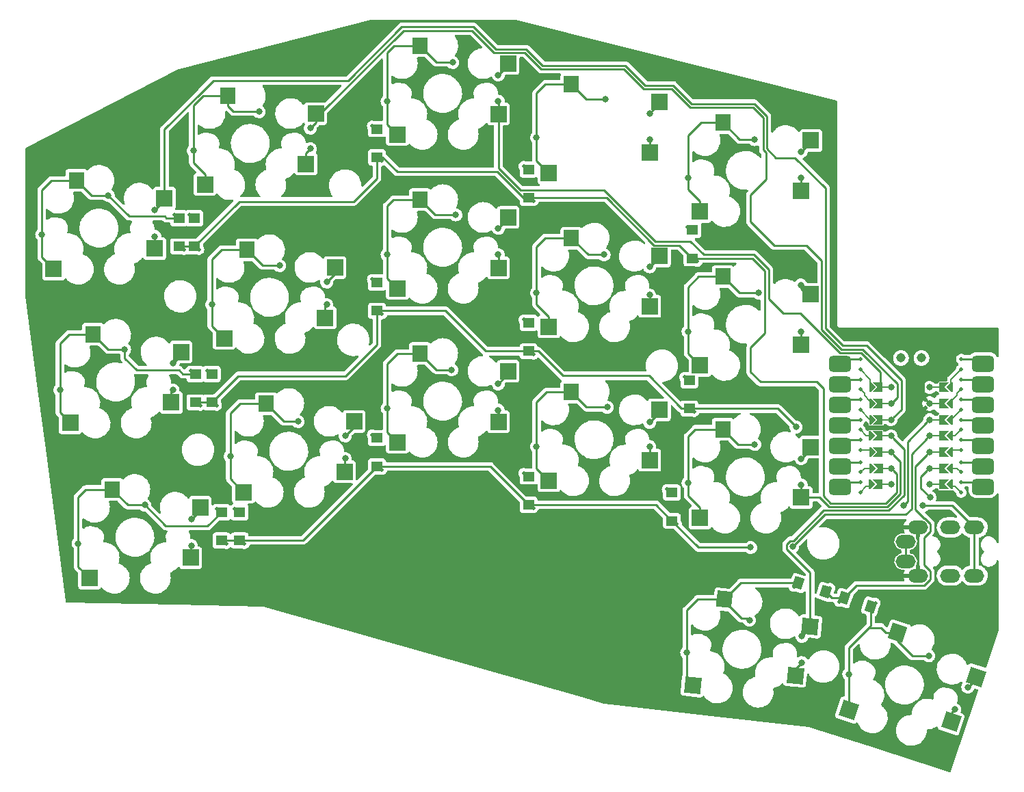
<source format=gbl>
%TF.GenerationSoftware,KiCad,Pcbnew,(6.0.7)*%
%TF.CreationDate,2022-09-23T16:12:31+09:00*%
%TF.ProjectId,selen-full,73656c65-6e2d-4667-956c-6c2e6b696361,rev?*%
%TF.SameCoordinates,Original*%
%TF.FileFunction,Copper,L2,Bot*%
%TF.FilePolarity,Positive*%
%FSLAX46Y46*%
G04 Gerber Fmt 4.6, Leading zero omitted, Abs format (unit mm)*
G04 Created by KiCad (PCBNEW (6.0.7)) date 2022-09-23 16:12:31*
%MOMM*%
%LPD*%
G01*
G04 APERTURE LIST*
G04 Aperture macros list*
%AMRoundRect*
0 Rectangle with rounded corners*
0 $1 Rounding radius*
0 $2 $3 $4 $5 $6 $7 $8 $9 X,Y pos of 4 corners*
0 Add a 4 corners polygon primitive as box body*
4,1,4,$2,$3,$4,$5,$6,$7,$8,$9,$2,$3,0*
0 Add four circle primitives for the rounded corners*
1,1,$1+$1,$2,$3*
1,1,$1+$1,$4,$5*
1,1,$1+$1,$6,$7*
1,1,$1+$1,$8,$9*
0 Add four rect primitives between the rounded corners*
20,1,$1+$1,$2,$3,$4,$5,0*
20,1,$1+$1,$4,$5,$6,$7,0*
20,1,$1+$1,$6,$7,$8,$9,0*
20,1,$1+$1,$8,$9,$2,$3,0*%
%AMRotRect*
0 Rectangle, with rotation*
0 The origin of the aperture is its center*
0 $1 length*
0 $2 width*
0 $3 Rotation angle, in degrees counterclockwise*
0 Add horizontal line*
21,1,$1,$2,0,0,$3*%
%AMFreePoly0*
4,1,6,0.600000,0.200000,0.000000,-0.400000,-0.600000,0.200000,-0.600000,0.400000,0.600000,0.400000,0.600000,0.200000,0.600000,0.200000,$1*%
%AMFreePoly1*
4,1,6,0.600000,-0.250000,-0.600000,-0.250000,-0.600000,1.000000,0.000000,0.400000,0.600000,1.000000,0.600000,-0.250000,0.600000,-0.250000,$1*%
G04 Aperture macros list end*
%TA.AperFunction,EtchedComponent*%
%ADD10C,0.250000*%
%TD*%
%TA.AperFunction,EtchedComponent*%
%ADD11C,0.200000*%
%TD*%
%TA.AperFunction,SMDPad,CuDef*%
%ADD12R,1.400000X1.200000*%
%TD*%
%TA.AperFunction,ComponentPad*%
%ADD13C,0.500000*%
%TD*%
%TA.AperFunction,SMDPad,CuDef*%
%ADD14RotRect,1.200000X1.400000X342.000000*%
%TD*%
%TA.AperFunction,SMDPad,CuDef*%
%ADD15R,2.000000X2.000000*%
%TD*%
%TA.AperFunction,SMDPad,CuDef*%
%ADD16R,1.900000X2.000000*%
%TD*%
%TA.AperFunction,SMDPad,CuDef*%
%ADD17RotRect,2.000000X2.000000X354.000000*%
%TD*%
%TA.AperFunction,SMDPad,CuDef*%
%ADD18RotRect,1.900000X2.000000X354.000000*%
%TD*%
%TA.AperFunction,SMDPad,CuDef*%
%ADD19RotRect,1.200000X1.400000X162.000000*%
%TD*%
%TA.AperFunction,SMDPad,CuDef*%
%ADD20RotRect,2.000000X2.000000X342.000000*%
%TD*%
%TA.AperFunction,SMDPad,CuDef*%
%ADD21RotRect,1.900000X2.000000X342.000000*%
%TD*%
%TA.AperFunction,ComponentPad*%
%ADD22O,2.500000X1.700000*%
%TD*%
%TA.AperFunction,SMDPad,CuDef*%
%ADD23FreePoly0,90.000000*%
%TD*%
%TA.AperFunction,SMDPad,CuDef*%
%ADD24RoundRect,0.499745X-0.874395X-0.499745X0.874395X-0.499745X0.874395X0.499745X-0.874395X0.499745X0*%
%TD*%
%TA.AperFunction,SMDPad,CuDef*%
%ADD25FreePoly0,270.000000*%
%TD*%
%TA.AperFunction,SMDPad,CuDef*%
%ADD26FreePoly1,90.000000*%
%TD*%
%TA.AperFunction,ComponentPad*%
%ADD27C,0.800000*%
%TD*%
%TA.AperFunction,SMDPad,CuDef*%
%ADD28FreePoly1,270.000000*%
%TD*%
%TA.AperFunction,SMDPad,CuDef*%
%ADD29C,1.143000*%
%TD*%
%TA.AperFunction,ViaPad*%
%ADD30C,0.800000*%
%TD*%
%TA.AperFunction,Conductor*%
%ADD31C,0.250000*%
%TD*%
G04 APERTURE END LIST*
D10*
%TO.C,U1*%
X194563796Y-97187504D02*
X192962579Y-97187504D01*
D11*
X195063796Y-110687504D02*
X195712572Y-110687504D01*
X203150408Y-108687504D02*
X204588184Y-108687504D01*
X203150408Y-112687504D02*
X204563796Y-112687504D01*
X198364408Y-108687504D02*
X197088184Y-108687504D01*
D10*
X194563796Y-104687504D02*
X192962579Y-104687504D01*
D11*
X207063796Y-100937504D02*
X206563796Y-101437504D01*
X194563796Y-105937504D02*
X195313796Y-106687504D01*
X207063796Y-113687504D02*
X206313796Y-112937504D01*
X206313796Y-112937504D02*
X205613796Y-112937504D01*
X206563796Y-101437504D02*
X206563796Y-101687504D01*
X195313796Y-106687504D02*
X195663796Y-106687504D01*
X203150408Y-106687504D02*
X204563796Y-106687504D01*
X192962579Y-105073511D02*
X192962579Y-105351296D01*
X207063796Y-111187504D02*
X206563796Y-110687504D01*
X207063796Y-98437504D02*
X205813796Y-99687504D01*
X195813796Y-99687504D02*
X195813796Y-100087504D01*
X198364408Y-112687504D02*
X197063796Y-112687504D01*
X203150408Y-100687504D02*
X204588184Y-100687504D01*
D10*
X207063796Y-112437504D02*
X208380924Y-112437504D01*
D11*
X207063796Y-105937504D02*
X206313796Y-106687504D01*
X194563796Y-98437504D02*
X195813796Y-99687504D01*
D10*
X207063796Y-97187504D02*
X208380924Y-97187504D01*
X207063796Y-104687504D02*
X208880669Y-104687504D01*
X194563796Y-109937504D02*
X192962579Y-109937504D01*
D11*
X203150408Y-110687504D02*
X204588184Y-110687504D01*
D10*
X194563796Y-99687504D02*
X192962579Y-99687504D01*
D11*
X198364408Y-110687504D02*
X197112572Y-110687504D01*
X198364408Y-104687504D02*
X197088184Y-104687504D01*
X195063796Y-101687504D02*
X195688184Y-102311892D01*
D10*
X207063796Y-109937504D02*
X208880669Y-109937504D01*
D11*
X194563796Y-103437504D02*
X195813796Y-104687504D01*
D10*
X207063796Y-107187504D02*
X208880669Y-107187504D01*
D11*
X194563796Y-113687504D02*
X195313796Y-112937504D01*
D10*
X207063796Y-102187504D02*
X208563796Y-102187504D01*
D11*
X198364408Y-100687504D02*
X197088184Y-100687504D01*
X195313796Y-112937504D02*
X196013796Y-112937504D01*
X206313796Y-106687504D02*
X205613796Y-106687504D01*
D10*
X207063796Y-99687504D02*
X208380924Y-99687504D01*
D11*
X198364408Y-102687504D02*
X197088184Y-102687504D01*
X207063796Y-108437504D02*
X205638184Y-108437504D01*
X203150408Y-102687504D02*
X204588184Y-102687504D01*
X195063796Y-101437504D02*
X195063796Y-101687504D01*
X194563796Y-108437504D02*
X195688184Y-108437504D01*
D10*
X194563796Y-107187504D02*
X192962579Y-107187504D01*
D11*
X194563796Y-100937504D02*
X195063796Y-101437504D01*
X198364408Y-106687504D02*
X197063796Y-106687504D01*
X207063796Y-103437504D02*
X205813796Y-104687504D01*
X205813796Y-99687504D02*
X205813796Y-100087504D01*
X206563796Y-110687504D02*
X205638184Y-110687504D01*
X203150408Y-104687504D02*
X204588184Y-104687504D01*
D10*
X194563796Y-112437504D02*
X192962579Y-112437504D01*
D11*
X194563796Y-111187504D02*
X195063796Y-110687504D01*
X206563796Y-101687504D02*
X205813796Y-102437504D01*
D10*
X194563796Y-102187504D02*
X192962579Y-102187504D01*
%TD*%
D12*
%TO.P,D9,1,K*%
%TO.N,row1*%
X153500000Y-96200000D03*
D13*
X154100000Y-96600000D03*
D12*
%TO.P,D9,2,A*%
%TO.N,Net-(D9-Pad2)*%
X153500000Y-92700000D03*
D13*
X152900000Y-92300000D03*
%TD*%
D12*
%TO.P,D4,1,K*%
%TO.N,row0*%
X153500000Y-77200000D03*
D13*
X154100000Y-77600000D03*
%TO.P,D4,2,A*%
%TO.N,Net-(D4-Pad2)*%
X152900000Y-73300000D03*
D12*
X153500000Y-73700000D03*
%TD*%
%TO.P,D12,1,K*%
%TO.N,row2*%
X117750000Y-119634000D03*
D13*
X118350000Y-120034000D03*
D12*
%TO.P,D12,2,A*%
%TO.N,Net-(D12-Pad2)*%
X117750000Y-116134000D03*
D13*
X117150000Y-115734000D03*
%TD*%
D14*
%TO.P,D17,1,K*%
%TO.N,row3*%
X192532000Y-126746000D03*
D13*
X191966167Y-127193027D03*
%TO.P,D17,2,A*%
%TO.N,Net-(D17-Pad2)*%
X196426531Y-127380532D03*
D14*
X195860698Y-127827560D03*
%TD*%
D15*
%TO.P,SW1,1,1*%
%TO.N,col0*%
X108430000Y-77262500D03*
X107230000Y-83502500D03*
%TO.P,SW1,2,2*%
%TO.N,Net-(D1-Pad2)*%
X94730000Y-86042500D03*
D16*
X97530000Y-75062500D03*
%TD*%
D15*
%TO.P,SW13,1,1*%
%TO.N,col2*%
X150975000Y-98693750D03*
X149775000Y-104933750D03*
D16*
%TO.P,SW13,2,2*%
%TO.N,Net-(D13-Pad2)*%
X140075000Y-96493750D03*
D15*
X137275000Y-107473750D03*
%TD*%
D13*
%TO.P,D15,1,K*%
%TO.N,row2*%
X171850000Y-117600000D03*
D12*
X171250000Y-117200000D03*
D13*
%TO.P,D15,2,A*%
%TO.N,Net-(D15-Pad2)*%
X170650000Y-113300000D03*
D12*
X171250000Y-113700000D03*
%TD*%
D13*
%TO.P,D8,1,K*%
%TO.N,row1*%
X135350000Y-91600000D03*
D12*
X134750000Y-91200000D03*
%TO.P,D8,2,A*%
%TO.N,Net-(D8-Pad2)*%
X134750000Y-87700000D03*
D13*
X134150000Y-87300000D03*
%TD*%
D15*
%TO.P,SW7,1,1*%
%TO.N,col1*%
X128343750Y-92075000D03*
X129543750Y-85835000D03*
%TO.P,SW7,2,2*%
%TO.N,Net-(D7-Pad2)*%
X115843750Y-94615000D03*
D16*
X118643750Y-83635000D03*
%TD*%
D12*
%TO.P,D11,1,K*%
%TO.N,row2*%
X115500000Y-119634000D03*
D13*
X116100000Y-120034000D03*
%TO.P,D11,2,A*%
%TO.N,Net-(D11-Pad2)*%
X114900000Y-115734000D03*
D12*
X115500000Y-116134000D03*
%TD*%
D15*
%TO.P,SW6,1,1*%
%TO.N,col0*%
X110493750Y-96312500D03*
X109293750Y-102552500D03*
%TO.P,SW6,2,2*%
%TO.N,Net-(D6-Pad2)*%
X96793750Y-105092500D03*
D16*
X99593750Y-94112500D03*
%TD*%
D15*
%TO.P,SW11,1,1*%
%TO.N,col0*%
X111675000Y-121761250D03*
X112875000Y-115521250D03*
D16*
%TO.P,SW11,2,2*%
%TO.N,Net-(D11-Pad2)*%
X101975000Y-113321250D03*
D15*
X99175000Y-124301250D03*
%TD*%
%TO.P,SW8,1,1*%
%TO.N,col2*%
X149775000Y-85883750D03*
X150975000Y-79643750D03*
%TO.P,SW8,2,2*%
%TO.N,Net-(D8-Pad2)*%
X137275000Y-88423750D03*
D16*
X140075000Y-77443750D03*
%TD*%
D15*
%TO.P,SW10,1,1*%
%TO.N,col4*%
X188440000Y-89168750D03*
X187240000Y-95408750D03*
%TO.P,SW10,2,2*%
%TO.N,Net-(D10-Pad2)*%
X174740000Y-97948750D03*
D16*
X177540000Y-86968750D03*
%TD*%
D15*
%TO.P,SW15,1,1*%
%TO.N,col4*%
X187240000Y-114300000D03*
X188440000Y-108060000D03*
D16*
%TO.P,SW15,2,2*%
%TO.N,Net-(D15-Pad2)*%
X177540000Y-105860000D03*
D15*
X174740000Y-116840000D03*
%TD*%
%TO.P,SW3,1,1*%
%TO.N,col2*%
X149775000Y-66833750D03*
X150975000Y-60593750D03*
%TO.P,SW3,2,2*%
%TO.N,Net-(D3-Pad2)*%
X137275000Y-69373750D03*
D16*
X140075000Y-58393750D03*
%TD*%
D17*
%TO.P,SW16,1,1*%
%TO.N,col3*%
X186521831Y-136343914D03*
X188367515Y-130263532D03*
D18*
%TO.P,SW16,2,2*%
%TO.N,Net-(D16-Pad2)*%
X177757189Y-126936223D03*
D17*
X173824805Y-137563394D03*
%TD*%
D12*
%TO.P,D3,1,K*%
%TO.N,row0*%
X134750000Y-72200000D03*
D13*
X135350000Y-72600000D03*
D12*
%TO.P,D3,2,A*%
%TO.N,Net-(D3-Pad2)*%
X134750000Y-68700000D03*
D13*
X134150000Y-68300000D03*
%TD*%
%TO.P,D5,1,K*%
%TO.N,row0*%
X174400000Y-85100000D03*
D12*
X173800000Y-84700000D03*
D13*
%TO.P,D5,2,A*%
%TO.N,Net-(D5-Pad2)*%
X173200000Y-80800000D03*
D12*
X173800000Y-81200000D03*
%TD*%
D13*
%TO.P,D1,1,K*%
%TO.N,row0*%
X110836000Y-83634000D03*
D12*
X110236000Y-83234000D03*
D13*
%TO.P,D1,2,A*%
%TO.N,Net-(D1-Pad2)*%
X109636000Y-79334000D03*
D12*
X110236000Y-79734000D03*
%TD*%
D15*
%TO.P,SW2,1,1*%
%TO.N,col1*%
X125962500Y-73025000D03*
X127162500Y-66785000D03*
D16*
%TO.P,SW2,2,2*%
%TO.N,Net-(D2-Pad2)*%
X116262500Y-64585000D03*
D15*
X113462500Y-75565000D03*
%TD*%
%TO.P,SW9,1,1*%
%TO.N,col3*%
X168507500Y-90646250D03*
X169707500Y-84406250D03*
D16*
%TO.P,SW9,2,2*%
%TO.N,Net-(D9-Pad2)*%
X158807500Y-82206250D03*
D15*
X156007500Y-93186250D03*
%TD*%
%TO.P,SW5,1,1*%
%TO.N,col4*%
X187240000Y-76358750D03*
X188440000Y-70118750D03*
%TO.P,SW5,2,2*%
%TO.N,Net-(D5-Pad2)*%
X174740000Y-78898750D03*
D16*
X177540000Y-67918750D03*
%TD*%
D13*
%TO.P,D16,1,K*%
%TO.N,row3*%
X190811833Y-125536973D03*
D19*
X190246000Y-125984000D03*
D13*
%TO.P,D16,2,A*%
%TO.N,Net-(D16-Pad2)*%
X186351469Y-125349468D03*
D19*
X186917302Y-124902440D03*
%TD*%
D13*
%TO.P,D13,1,K*%
%TO.N,row2*%
X135350000Y-110850000D03*
D12*
X134750000Y-110450000D03*
D13*
%TO.P,D13,2,A*%
%TO.N,Net-(D13-Pad2)*%
X134150000Y-106550000D03*
D12*
X134750000Y-106950000D03*
%TD*%
D13*
%TO.P,D10,1,K*%
%TO.N,row1*%
X174000000Y-103700000D03*
D12*
X173400000Y-103300000D03*
D13*
%TO.P,D10,2,A*%
%TO.N,Net-(D10-Pad2)*%
X172800000Y-99400000D03*
D12*
X173400000Y-99800000D03*
%TD*%
D20*
%TO.P,SW17,1,1*%
%TO.N,col4*%
X205814936Y-142071202D03*
X208884470Y-136507430D03*
%TO.P,SW17,2,2*%
%TO.N,Net-(D17-Pad2)*%
X193141826Y-140624173D03*
D21*
X199197791Y-131046820D03*
%TD*%
D15*
%TO.P,SW12,1,1*%
%TO.N,col1*%
X130725000Y-111125000D03*
X131925000Y-104885000D03*
%TO.P,SW12,2,2*%
%TO.N,Net-(D12-Pad2)*%
X118225000Y-113665000D03*
D16*
X121025000Y-102685000D03*
%TD*%
D13*
%TO.P,D14,1,K*%
%TO.N,row2*%
X154100000Y-115600000D03*
D12*
X153500000Y-115200000D03*
%TO.P,D14,2,A*%
%TO.N,Net-(D14-Pad2)*%
X153500000Y-111700000D03*
D13*
X152900000Y-111300000D03*
%TD*%
D22*
%TO.P,J1,A*%
%TO.N,data*%
X200184000Y-119775000D03*
X200184000Y-122225000D03*
%TO.P,J1,B*%
%TO.N,+3V3*%
X208684000Y-118025000D03*
X208684000Y-123975000D03*
%TO.P,J1,C*%
X205684000Y-118025000D03*
X205684000Y-123975000D03*
%TO.P,J1,D*%
%TO.N,GND*%
X201684000Y-123975000D03*
X201684000Y-118025000D03*
%TD*%
D12*
%TO.P,D2,1,K*%
%TO.N,row0*%
X112111000Y-83234000D03*
D13*
X112711000Y-83634000D03*
D12*
%TO.P,D2,2,A*%
%TO.N,Net-(D2-Pad2)*%
X112111000Y-79734000D03*
D13*
X111511000Y-79334000D03*
%TD*%
D15*
%TO.P,SW14,1,1*%
%TO.N,col3*%
X169707500Y-103456250D03*
X168507500Y-109696250D03*
D16*
%TO.P,SW14,2,2*%
%TO.N,Net-(D14-Pad2)*%
X158807500Y-101256250D03*
D15*
X156007500Y-112236250D03*
%TD*%
D12*
%TO.P,D7,1,K*%
%TO.N,row1*%
X114300000Y-102538000D03*
D13*
X114900000Y-102938000D03*
%TO.P,D7,2,A*%
%TO.N,Net-(D7-Pad2)*%
X113700000Y-98638000D03*
D12*
X114300000Y-99038000D03*
%TD*%
D15*
%TO.P,SW4,1,1*%
%TO.N,col3*%
X169707500Y-65356250D03*
X168507500Y-71596250D03*
%TO.P,SW4,2,2*%
%TO.N,Net-(D4-Pad2)*%
X156007500Y-74136250D03*
D16*
X158807500Y-63156250D03*
%TD*%
D23*
%TO.P,U1,*%
%TO.N,*%
X196088184Y-108687504D03*
D24*
X192088184Y-97731296D03*
D13*
X194563796Y-112437504D03*
D23*
X196112572Y-110687504D03*
D24*
X209755064Y-105351296D03*
D13*
X194563796Y-99687504D03*
X207063796Y-98437504D03*
D23*
X196088184Y-102687504D03*
D13*
X194563796Y-108437504D03*
X207063796Y-103437504D03*
X194563796Y-107187504D03*
D24*
X209755064Y-100271296D03*
D13*
X194563796Y-97187504D03*
D24*
X192088184Y-112971296D03*
D13*
X194563796Y-104687504D03*
D24*
X192088184Y-102811296D03*
D13*
X194563796Y-113687504D03*
D23*
X196063796Y-112687504D03*
D24*
X209755064Y-112971296D03*
D13*
X194563796Y-103437504D03*
D24*
X209755064Y-102811296D03*
D25*
X205588184Y-100687504D03*
X205588184Y-110687504D03*
D23*
X196088184Y-100687504D03*
D13*
X194563796Y-109937504D03*
D25*
X205563796Y-112687504D03*
X205588184Y-104687504D03*
D13*
X207063796Y-109937504D03*
X207063796Y-99687504D03*
X207063796Y-108437504D03*
X194563796Y-100937504D03*
D24*
X209755064Y-97731296D03*
D25*
X205588184Y-102687504D03*
D13*
X207063796Y-105937504D03*
D25*
X205563796Y-106687504D03*
D13*
X207063796Y-112437504D03*
X207063796Y-107187504D03*
X207063796Y-104687504D03*
D24*
X192088184Y-107891296D03*
D13*
X207063796Y-97187504D03*
D23*
X196063796Y-106687504D03*
D24*
X192088184Y-100271296D03*
D13*
X207063796Y-100937504D03*
D24*
X209755064Y-107891296D03*
D13*
X207063796Y-102187504D03*
D23*
X196088184Y-104687504D03*
D24*
X192088184Y-105351296D03*
D13*
X194563796Y-98437504D03*
X194563796Y-102187504D03*
D24*
X192088184Y-110431296D03*
D13*
X207063796Y-113687504D03*
X194563796Y-105937504D03*
X194563796Y-111187504D03*
D24*
X209755064Y-110431296D03*
D25*
X205588184Y-108687504D03*
D13*
X207063796Y-111187504D03*
D26*
%TO.P,U1,1,D0*%
%TO.N,col2*%
X197088184Y-100687504D03*
D27*
X198364408Y-100687504D03*
%TO.P,U1,2,D1*%
%TO.N,col1*%
X198364408Y-102687504D03*
D26*
X197088184Y-102687504D03*
D27*
%TO.P,U1,3,D2*%
%TO.N,col0*%
X198364408Y-104687504D03*
D26*
X197088184Y-104687504D03*
%TO.P,U1,4,D3*%
%TO.N,col3*%
X197063796Y-106687504D03*
D27*
X198364408Y-106687504D03*
D26*
%TO.P,U1,5,D4*%
%TO.N,col4*%
X197088184Y-108687504D03*
D27*
X198364408Y-108687504D03*
D26*
%TO.P,U1,6,D5*%
%TO.N,row0*%
X197112572Y-110687504D03*
D27*
X198364408Y-110687504D03*
D26*
%TO.P,U1,7,D6*%
%TO.N,unconnected-(U1-Pad7)*%
X197063796Y-112687504D03*
D27*
X198364408Y-112687504D03*
D28*
%TO.P,U1,8,D7*%
%TO.N,data*%
X204563796Y-112687504D03*
D27*
X203150408Y-112687504D03*
%TO.P,U1,9,D8*%
%TO.N,row1*%
X203150408Y-110687504D03*
D28*
X204588184Y-110687504D03*
%TO.P,U1,10,D9*%
%TO.N,row3*%
X204588184Y-108687504D03*
D27*
X203150408Y-108687504D03*
D28*
%TO.P,U1,11,D10*%
%TO.N,row2*%
X204563796Y-106687504D03*
D27*
X203150408Y-106687504D03*
D28*
%TO.P,U1,12,3V3*%
%TO.N,+3V3*%
X204588184Y-104687504D03*
D27*
X203150408Y-104687504D03*
D28*
%TO.P,U1,13,GND*%
%TO.N,GND*%
X204588184Y-102687504D03*
D27*
X203150408Y-102687504D03*
D28*
%TO.P,U1,14,5V*%
%TO.N,unconnected-(U1-Pad14)*%
X204588184Y-100687504D03*
D27*
X203150408Y-100687504D03*
D29*
%TO.P,U1,17*%
%TO.N,N/C*%
X202139381Y-97044929D03*
%TO.P,U1,18*%
X199599381Y-97044929D03*
%TD*%
D13*
%TO.P,D6,1,K*%
%TO.N,row1*%
X112868000Y-102938000D03*
D12*
X112268000Y-102538000D03*
%TO.P,D6,2,A*%
%TO.N,Net-(D6-Pad2)*%
X112268000Y-99038000D03*
D13*
X111668000Y-98638000D03*
%TD*%
D30*
%TO.N,Net-(D1-Pad2)*%
X93250000Y-81750000D03*
X101500000Y-76937501D03*
%TO.N,Net-(D2-Pad2)*%
X112014000Y-71374000D03*
X120142000Y-66548000D03*
%TO.N,Net-(D3-Pad2)*%
X144106305Y-60450539D03*
X136000000Y-65250000D03*
%TO.N,Net-(D4-Pad2)*%
X154500000Y-69750000D03*
X163000000Y-65031251D03*
%TO.N,Net-(D5-Pad2)*%
X173250000Y-74750000D03*
X181500000Y-70000000D03*
%TO.N,row1*%
X203200000Y-114300000D03*
X186612299Y-105587701D03*
%TO.N,Net-(D6-Pad2)*%
X103500000Y-95987501D03*
X95500000Y-101000000D03*
%TO.N,Net-(D7-Pad2)*%
X122682000Y-85598000D03*
X114300000Y-90424000D03*
%TO.N,Net-(D8-Pad2)*%
X136000000Y-84250000D03*
X144500000Y-79318751D03*
%TO.N,Net-(D9-Pad2)*%
X154500000Y-89000000D03*
X162856653Y-84262355D03*
%TO.N,Net-(D10-Pad2)*%
X173250000Y-93750000D03*
X182000000Y-89000000D03*
%TO.N,row2*%
X181000000Y-120500000D03*
X186182000Y-120396000D03*
%TO.N,Net-(D11-Pad2)*%
X97750000Y-120000000D03*
X106000000Y-115250000D03*
%TO.N,Net-(D12-Pad2)*%
X124968000Y-104902000D03*
X116586000Y-109220000D03*
%TO.N,Net-(D13-Pad2)*%
X144000000Y-98500000D03*
X136000000Y-103250000D03*
%TO.N,Net-(D14-Pad2)*%
X163250000Y-103131251D03*
X154500000Y-108000000D03*
%TO.N,Net-(D15-Pad2)*%
X181500000Y-107750000D03*
X173250000Y-112500000D03*
%TO.N,Net-(D16-Pad2)*%
X180844000Y-129500000D03*
X173090244Y-133503756D03*
%TO.N,Net-(D17-Pad2)*%
X193141826Y-136171981D03*
X203030646Y-133910801D03*
%TO.N,col0*%
X107250000Y-78750000D03*
X111750000Y-120250000D03*
X111750000Y-117000000D03*
X109500000Y-101000000D03*
X109500000Y-97725500D03*
X107250000Y-82000000D03*
%TO.N,col1*%
X126492000Y-71120000D03*
X128524000Y-87630000D03*
X126492000Y-68580000D03*
X130810000Y-109474000D03*
X130810000Y-106680000D03*
X128524000Y-90424000D03*
%TO.N,col2*%
X149750000Y-100250000D03*
X149750000Y-103500000D03*
X149750000Y-84250000D03*
X149750000Y-81000000D03*
X149750000Y-62000000D03*
X149750000Y-65250000D03*
%TO.N,col3*%
X168500000Y-85750000D03*
X168500000Y-66750000D03*
X168500000Y-89250000D03*
X187344000Y-131500000D03*
X168500000Y-70000000D03*
X168500000Y-105000000D03*
X187344000Y-134750000D03*
X168500000Y-108000000D03*
%TO.N,col4*%
X187250000Y-93750000D03*
X187250000Y-112750000D03*
X187250000Y-109500000D03*
X187250000Y-71500000D03*
X187250000Y-74750000D03*
X206255646Y-140547895D03*
X187215001Y-88000000D03*
X207880646Y-137776646D03*
%TO.N,+3V3*%
X199898000Y-115316000D03*
X202315299Y-115316000D03*
%TO.N,GND*%
X203900000Y-98000000D03*
X188722000Y-67056000D03*
X178600000Y-82000000D03*
X130556000Y-70358000D03*
X172000000Y-105400000D03*
%TD*%
D31*
%TO.N,row0*%
X197734828Y-115000000D02*
X199089408Y-113645420D01*
X190886396Y-115000000D02*
X197734828Y-115000000D01*
X182200000Y-100000000D02*
X189200000Y-100000000D01*
X149613604Y-74000000D02*
X152813604Y-77200000D01*
X182750000Y-94000000D02*
X181000000Y-95750000D01*
X181500000Y-85000000D02*
X182750000Y-86250000D01*
X134750000Y-74800000D02*
X134750000Y-72200000D01*
X163163604Y-77200000D02*
X169044854Y-83081250D01*
X173800000Y-84700000D02*
X181200000Y-84700000D01*
X181000000Y-98800000D02*
X182200000Y-100000000D01*
X112111000Y-83234000D02*
X117677999Y-77667001D01*
X181200000Y-84700000D02*
X181593749Y-85093749D01*
X189200000Y-100000000D02*
X189992000Y-100792000D01*
X182750000Y-86250000D02*
X182750000Y-94000000D01*
X169044854Y-83081250D02*
X172181250Y-83081250D01*
X137250000Y-74000000D02*
X149613604Y-74000000D01*
X110236000Y-83234000D02*
X112111000Y-83234000D01*
X117677999Y-77667001D02*
X131882999Y-77667001D01*
X135450000Y-72200000D02*
X137250000Y-74000000D01*
X134750000Y-72200000D02*
X135450000Y-72200000D01*
X152813604Y-77200000D02*
X153500000Y-77200000D01*
X199089408Y-113645420D02*
X199089408Y-111412503D01*
X172181250Y-83081250D02*
X173800000Y-84700000D01*
X199089408Y-111412503D02*
X198664929Y-110988024D01*
X189992000Y-114105604D02*
X190886396Y-115000000D01*
X189992000Y-100792000D02*
X189992000Y-114105604D01*
X131882999Y-77667001D02*
X134750000Y-74800000D01*
X153500000Y-77200000D02*
X163163604Y-77200000D01*
X181000000Y-95750000D02*
X181000000Y-98800000D01*
%TO.N,Net-(D1-Pad2)*%
X101500000Y-76937501D02*
X104064499Y-79502000D01*
X108458000Y-79502000D02*
X108690000Y-79734000D01*
X93250000Y-81750000D02*
X93250000Y-76250000D01*
X94437500Y-75062500D02*
X97530000Y-75062500D01*
X104064499Y-79502000D02*
X108458000Y-79502000D01*
X108690000Y-79734000D02*
X110236000Y-79734000D01*
X97530000Y-75062500D02*
X99405001Y-76937501D01*
X94730000Y-86042500D02*
X93250000Y-84562500D01*
X93250000Y-84562500D02*
X93250000Y-81750000D01*
X99405001Y-76937501D02*
X101500000Y-76937501D01*
X93250000Y-76250000D02*
X94437500Y-75062500D01*
%TO.N,Net-(D2-Pad2)*%
X116975500Y-66548000D02*
X120142000Y-66548000D01*
X113462500Y-74315000D02*
X112014000Y-72866500D01*
X112014000Y-72866500D02*
X112014000Y-71374000D01*
X116262500Y-65835000D02*
X116975500Y-66548000D01*
X112014000Y-65786000D02*
X113215000Y-64585000D01*
X112014000Y-71374000D02*
X112014000Y-65786000D01*
X113462500Y-75565000D02*
X113462500Y-74315000D01*
X116262500Y-64585000D02*
X116262500Y-65835000D01*
X113215000Y-64585000D02*
X116262500Y-64585000D01*
%TO.N,Net-(D3-Pad2)*%
X140075000Y-58393750D02*
X142131789Y-60450539D01*
X136000000Y-65250000D02*
X136000000Y-59250000D01*
X136856250Y-58393750D02*
X140075000Y-58393750D01*
X136000000Y-59250000D02*
X136856250Y-58393750D01*
X136000000Y-68098750D02*
X136000000Y-65250000D01*
X137275000Y-69373750D02*
X136000000Y-68098750D01*
X142131789Y-60450539D02*
X144106305Y-60450539D01*
%TO.N,Net-(D4-Pad2)*%
X156007500Y-74136250D02*
X154500000Y-72628750D01*
X155593750Y-63156250D02*
X158807500Y-63156250D01*
X154500000Y-72628750D02*
X154500000Y-69750000D01*
X154500000Y-64250000D02*
X155593750Y-63156250D01*
X158807500Y-63156250D02*
X160682501Y-65031251D01*
X160682501Y-65031251D02*
X163000000Y-65031251D01*
X154500000Y-69750000D02*
X154500000Y-64250000D01*
%TO.N,Net-(D5-Pad2)*%
X173250000Y-74750000D02*
X173250000Y-69500000D01*
X173250000Y-69500000D02*
X174831250Y-67918750D01*
X179621250Y-70000000D02*
X181500000Y-70000000D01*
X174740000Y-78898750D02*
X174740000Y-77648750D01*
X174740000Y-77648750D02*
X173250000Y-76158750D01*
X174831250Y-67918750D02*
X177540000Y-67918750D01*
X177540000Y-67918750D02*
X179621250Y-70000000D01*
X173250000Y-76158750D02*
X173250000Y-74750000D01*
%TO.N,row1*%
X184324598Y-103300000D02*
X186612299Y-105587701D01*
X173400000Y-103300000D02*
X184324598Y-103300000D01*
X168400000Y-99250000D02*
X172450000Y-103300000D01*
X112268000Y-102538000D02*
X114300000Y-102538000D01*
X143200000Y-91200000D02*
X148200000Y-96200000D01*
X130867302Y-99256698D02*
X134750000Y-95374000D01*
X134750000Y-95374000D02*
X134750000Y-91200000D01*
X202062493Y-111775419D02*
X202849888Y-110988024D01*
X202062493Y-113162493D02*
X202062493Y-111775419D01*
X134750000Y-91200000D02*
X143200000Y-91200000D01*
X117581302Y-99256698D02*
X130867302Y-99256698D01*
X148200000Y-96200000D02*
X153500000Y-96200000D01*
X114300000Y-102538000D02*
X117581302Y-99256698D01*
X157750000Y-99250000D02*
X168400000Y-99250000D01*
X203200000Y-114300000D02*
X202062493Y-113162493D01*
X154700000Y-96200000D02*
X157750000Y-99250000D01*
X153500000Y-96200000D02*
X154700000Y-96200000D01*
X172450000Y-103300000D02*
X173400000Y-103300000D01*
%TO.N,Net-(D6-Pad2)*%
X101468751Y-95987501D02*
X103500000Y-95987501D01*
X104998427Y-98552000D02*
X110236000Y-98552000D01*
X110722000Y-99038000D02*
X112268000Y-99038000D01*
X95500000Y-103798750D02*
X95500000Y-101000000D01*
X110236000Y-98552000D02*
X110722000Y-99038000D01*
X103500000Y-97053573D02*
X104998427Y-98552000D01*
X96793750Y-105092500D02*
X95500000Y-103798750D01*
X95500000Y-101000000D02*
X95500000Y-95250000D01*
X103500000Y-95987501D02*
X103500000Y-97053573D01*
X95500000Y-95250000D02*
X96637500Y-94112500D01*
X96637500Y-94112500D02*
X99593750Y-94112500D01*
X99593750Y-94112500D02*
X101468751Y-95987501D01*
%TO.N,Net-(D7-Pad2)*%
X115501000Y-83635000D02*
X118643750Y-83635000D01*
X120606750Y-85598000D02*
X122682000Y-85598000D01*
X114300000Y-93071250D02*
X114300000Y-90424000D01*
X115843750Y-94615000D02*
X114300000Y-93071250D01*
X114300000Y-84836000D02*
X115501000Y-83635000D01*
X118643750Y-83635000D02*
X120606750Y-85598000D01*
X114300000Y-90424000D02*
X114300000Y-84836000D01*
%TO.N,Net-(D8-Pad2)*%
X136000000Y-78250000D02*
X136806250Y-77443750D01*
X137275000Y-88423750D02*
X136000000Y-87148750D01*
X136000000Y-87148750D02*
X136000000Y-84250000D01*
X136000000Y-84250000D02*
X136000000Y-78250000D01*
X140075000Y-77443750D02*
X141950001Y-79318751D01*
X141950001Y-79318751D02*
X144500000Y-79318751D01*
X136806250Y-77443750D02*
X140075000Y-77443750D01*
%TO.N,Net-(D9-Pad2)*%
X154500000Y-83250000D02*
X155543750Y-82206250D01*
X156007500Y-93186250D02*
X156007500Y-91936250D01*
X154500000Y-90428750D02*
X154500000Y-89000000D01*
X155543750Y-82206250D02*
X158807500Y-82206250D01*
X158807500Y-82206250D02*
X160863605Y-84262355D01*
X156007500Y-91936250D02*
X154500000Y-90428750D01*
X154500000Y-89000000D02*
X154500000Y-83250000D01*
X160863605Y-84262355D02*
X162856653Y-84262355D01*
%TO.N,Net-(D10-Pad2)*%
X174531250Y-86968750D02*
X177540000Y-86968750D01*
X174740000Y-97948750D02*
X173250000Y-96458750D01*
X179571250Y-89000000D02*
X182000000Y-89000000D01*
X173250000Y-96458750D02*
X173250000Y-93750000D01*
X173250000Y-88250000D02*
X174531250Y-86968750D01*
X177540000Y-86968750D02*
X179571250Y-89000000D01*
X173250000Y-93750000D02*
X173250000Y-88250000D01*
%TO.N,row2*%
X169250000Y-115200000D02*
X171250000Y-117200000D01*
X115500000Y-119634000D02*
X117750000Y-119634000D01*
X190153000Y-116425000D02*
X200198805Y-116425000D01*
X200198805Y-116425000D02*
X200914000Y-115709805D01*
X117750000Y-119634000D02*
X125566000Y-119634000D01*
X125566000Y-119634000D02*
X134750000Y-110450000D01*
X134750000Y-110450000D02*
X148750000Y-110450000D01*
X171250000Y-117200000D02*
X174550000Y-120500000D01*
X174550000Y-120500000D02*
X181000000Y-120500000D01*
X200914000Y-108923912D02*
X202849888Y-106988024D01*
X148750000Y-110450000D02*
X153500000Y-115200000D01*
X153500000Y-115200000D02*
X169250000Y-115200000D01*
X186182000Y-120396000D02*
X190153000Y-116425000D01*
X200914000Y-115709805D02*
X200914000Y-108923912D01*
%TO.N,Net-(D11-Pad2)*%
X113778000Y-117856000D02*
X115500000Y-116134000D01*
X103903750Y-115250000D02*
X106000000Y-115250000D01*
X97750000Y-122876250D02*
X97750000Y-120000000D01*
X108606000Y-117856000D02*
X113778000Y-117856000D01*
X106000000Y-115250000D02*
X108606000Y-117856000D01*
X101975000Y-113321250D02*
X103903750Y-115250000D01*
X99175000Y-124301250D02*
X97750000Y-122876250D01*
X97750000Y-120000000D02*
X97750000Y-114250000D01*
X98678750Y-113321250D02*
X101975000Y-113321250D01*
X97750000Y-114250000D02*
X98678750Y-113321250D01*
%TO.N,Net-(D12-Pad2)*%
X117787000Y-102685000D02*
X121025000Y-102685000D01*
X117250000Y-115700000D02*
X117300000Y-115700000D01*
X123242000Y-104902000D02*
X124968000Y-104902000D01*
X116586000Y-112026000D02*
X116586000Y-109220000D01*
X118225000Y-113665000D02*
X116586000Y-112026000D01*
X121025000Y-102685000D02*
X123242000Y-104902000D01*
X116586000Y-109220000D02*
X116586000Y-103886000D01*
X116586000Y-103886000D02*
X117787000Y-102685000D01*
%TO.N,Net-(D13-Pad2)*%
X136000000Y-106198750D02*
X136000000Y-103250000D01*
X142081250Y-98500000D02*
X144000000Y-98500000D01*
X137275000Y-107473750D02*
X136000000Y-106198750D01*
X137256250Y-96493750D02*
X140075000Y-96493750D01*
X140075000Y-96493750D02*
X142081250Y-98500000D01*
X136000000Y-97750000D02*
X137256250Y-96493750D01*
X136000000Y-103250000D02*
X136000000Y-97750000D01*
%TO.N,Net-(D14-Pad2)*%
X154500000Y-102500000D02*
X155743750Y-101256250D01*
X155743750Y-101256250D02*
X158807500Y-101256250D01*
X156007500Y-112236250D02*
X154500000Y-110728750D01*
X158807500Y-101256250D02*
X160682501Y-103131251D01*
X154500000Y-108000000D02*
X154500000Y-102500000D01*
X160682501Y-103131251D02*
X163250000Y-103131251D01*
X154500000Y-110728750D02*
X154500000Y-108000000D01*
%TO.N,Net-(D15-Pad2)*%
X174140000Y-105860000D02*
X177540000Y-105860000D01*
X177540000Y-105860000D02*
X179430000Y-107750000D01*
X173250000Y-106750000D02*
X174140000Y-105860000D01*
X174740000Y-116840000D02*
X174740000Y-115590000D01*
X173250000Y-114100000D02*
X173250000Y-112500000D01*
X174740000Y-115590000D02*
X173250000Y-114100000D01*
X173250000Y-112500000D02*
X173250000Y-106750000D01*
X179430000Y-107750000D02*
X181500000Y-107750000D01*
%TO.N,row3*%
X202438000Y-122682000D02*
X202438000Y-119261990D01*
X202498000Y-116900000D02*
X201364000Y-115766000D01*
X201364000Y-115766000D02*
X201364000Y-110473913D01*
X190246000Y-125984000D02*
X191008000Y-126746000D01*
X203209000Y-123453000D02*
X202438000Y-122682000D01*
X202438000Y-119261990D02*
X203209000Y-118490990D01*
X191008000Y-126746000D02*
X192532000Y-126746000D01*
X201364000Y-110473913D02*
X202849888Y-108988025D01*
X203209000Y-118490990D02*
X203209000Y-117559010D01*
X202549990Y-116900000D02*
X202498000Y-116900000D01*
X202427990Y-125222000D02*
X203209000Y-124440990D01*
X194056000Y-125222000D02*
X202427990Y-125222000D01*
X203209000Y-124440990D02*
X203209000Y-123453000D01*
X203209000Y-117559010D02*
X202549990Y-116900000D01*
X192532000Y-126746000D02*
X194056000Y-125222000D01*
%TO.N,Net-(D16-Pad2)*%
X180594000Y-129250000D02*
X180844000Y-129500000D01*
X173090244Y-133503756D02*
X173090244Y-128253756D01*
X177757189Y-126936223D02*
X179790972Y-124902440D01*
X173090244Y-136828833D02*
X173090244Y-133503756D01*
X177757189Y-127163189D02*
X177757189Y-126936223D01*
X174407777Y-126936223D02*
X177757189Y-126936223D01*
X173824805Y-137563394D02*
X173090244Y-136828833D01*
X179790972Y-124902440D02*
X186917302Y-124902440D01*
X173090244Y-128253756D02*
X174407777Y-126936223D01*
X179844000Y-129250000D02*
X180594000Y-129250000D01*
X179844000Y-129250000D02*
X177757189Y-127163189D01*
%TO.N,Net-(D17-Pad2)*%
X197766665Y-131046820D02*
X199197791Y-131046820D01*
X193141826Y-140624173D02*
X193141826Y-136171981D01*
X195630646Y-130410801D02*
X197130646Y-130410801D01*
X202380646Y-133910801D02*
X203030646Y-133910801D01*
X197130646Y-130410801D02*
X197766665Y-131046820D01*
X199197791Y-132098282D02*
X201010310Y-133910801D01*
X193141826Y-136171981D02*
X193141826Y-132899621D01*
X195860698Y-127827560D02*
X195860698Y-130180750D01*
X195860698Y-130180750D02*
X195405724Y-130635724D01*
X199197791Y-131046820D02*
X199197791Y-132098282D01*
X195405724Y-130635724D02*
X195630646Y-130410801D01*
X193141826Y-132899621D02*
X195405724Y-130635724D01*
X201010310Y-133910801D02*
X202380646Y-133910801D01*
%TO.N,col0*%
X186500000Y-72250000D02*
X190250000Y-76000000D01*
X108430000Y-68733604D02*
X113028604Y-64135000D01*
X184136396Y-72250000D02*
X186500000Y-72250000D01*
X195328806Y-95506806D02*
X199644000Y-99822000D01*
X112875000Y-115521250D02*
X112875000Y-115875000D01*
X111675000Y-121761250D02*
X111675000Y-120325000D01*
X113040000Y-64135000D02*
X114475000Y-62700000D01*
X108430000Y-77570000D02*
X107250000Y-78750000D01*
X173693198Y-65556802D02*
X181443198Y-65556802D01*
X137813604Y-56050000D02*
X146686396Y-56050000D01*
X108430000Y-77262500D02*
X108430000Y-77570000D01*
X109293750Y-102552500D02*
X109293750Y-101206250D01*
X111675000Y-120325000D02*
X111750000Y-120250000D01*
X190250000Y-93363604D02*
X192393202Y-95506806D01*
X131163604Y-62700000D02*
X137813604Y-56050000D01*
X110493750Y-96312500D02*
X110493750Y-96731750D01*
X199644000Y-99822000D02*
X199644000Y-103407912D01*
X108430000Y-77262500D02*
X108430000Y-68733604D01*
X181443198Y-65556802D02*
X183000000Y-67113604D01*
X167952574Y-63297427D02*
X171433823Y-63297427D01*
X107230000Y-83502500D02*
X107230000Y-82020000D01*
X112875000Y-115875000D02*
X111750000Y-117000000D01*
X146686396Y-56050000D02*
X149436396Y-58800000D01*
X149436396Y-58800000D02*
X153218751Y-58800000D01*
X113028604Y-64135000D02*
X113040000Y-64135000D01*
X165486396Y-60831249D02*
X167952574Y-63297427D01*
X153218751Y-58800000D02*
X155250000Y-60831249D01*
X199644000Y-103407912D02*
X198664928Y-104386984D01*
X155250000Y-60831249D02*
X165486396Y-60831249D01*
X114475000Y-62700000D02*
X131163604Y-62700000D01*
X183000000Y-67113604D02*
X183000000Y-71113604D01*
X190250000Y-76000000D02*
X190250000Y-93363604D01*
X192393202Y-95506806D02*
X195328806Y-95506806D01*
X171433823Y-63297427D02*
X173693198Y-65556802D01*
X183000000Y-71113604D02*
X184136396Y-72250000D01*
X107230000Y-82020000D02*
X107250000Y-82000000D01*
X109293750Y-101206250D02*
X109500000Y-101000000D01*
X110493750Y-96731750D02*
X109500000Y-97725500D01*
%TO.N,col1*%
X171247427Y-63747427D02*
X173540000Y-66040000D01*
X127162500Y-66785000D02*
X127162500Y-67909500D01*
X138000000Y-56500000D02*
X146500000Y-56500000D01*
X189800000Y-93550000D02*
X192206806Y-95956806D01*
X182550000Y-67300000D02*
X182550000Y-71300000D01*
X187875000Y-83100000D02*
X189800000Y-85025000D01*
X131925000Y-105565000D02*
X130810000Y-106680000D01*
X173540000Y-66040000D02*
X181290000Y-66040000D01*
X167766178Y-63747427D02*
X171247427Y-63747427D01*
X182880000Y-74945000D02*
X180950000Y-76875000D01*
X128343750Y-92075000D02*
X128343750Y-90604250D01*
X130725000Y-109559000D02*
X130810000Y-109474000D01*
X125962500Y-71649500D02*
X126492000Y-71120000D01*
X155063604Y-61281249D02*
X165300000Y-61281249D01*
X127162500Y-66785000D02*
X127715000Y-66785000D01*
X192206806Y-95956806D02*
X194891202Y-95956806D01*
X180950000Y-76875000D02*
X180950000Y-80150000D01*
X130725000Y-111125000D02*
X130725000Y-109559000D01*
X182550000Y-71300000D02*
X182880000Y-71630000D01*
X146500000Y-56500000D02*
X149250000Y-59250000D01*
X125962500Y-73025000D02*
X125962500Y-71649500D01*
X149250000Y-59250000D02*
X153032355Y-59250000D01*
X128343750Y-90604250D02*
X128524000Y-90424000D01*
X153032355Y-59250000D02*
X155063604Y-61281249D01*
X129543750Y-85835000D02*
X129543750Y-86610250D01*
X189800000Y-85025000D02*
X189800000Y-93550000D01*
X165300000Y-61281249D02*
X167766178Y-63747427D01*
X199136000Y-100201604D02*
X199136000Y-101915912D01*
X127162500Y-67909500D02*
X126492000Y-68580000D01*
X183900000Y-83100000D02*
X187875000Y-83100000D01*
X182880000Y-71630000D02*
X182880000Y-74945000D01*
X181290000Y-66040000D02*
X182550000Y-67300000D01*
X194891202Y-95956806D02*
X199136000Y-100201604D01*
X199136000Y-101915912D02*
X198664928Y-102386984D01*
X180950000Y-80150000D02*
X183900000Y-83100000D01*
X129543750Y-86610250D02*
X128524000Y-87630000D01*
X131925000Y-104885000D02*
X131925000Y-105565000D01*
X127715000Y-66785000D02*
X138000000Y-56500000D01*
%TO.N,col2*%
X169200000Y-82600000D02*
X173550000Y-82600000D01*
X194704806Y-96406806D02*
X197088184Y-98790184D01*
X181386396Y-84250000D02*
X183250000Y-86113604D01*
X149775000Y-66833750D02*
X149775000Y-73525000D01*
X183250000Y-89750000D02*
X185000000Y-91500000D01*
X197088184Y-98790184D02*
X197088184Y-100262504D01*
X185000000Y-91500000D02*
X187113604Y-91500000D01*
X173550000Y-82600000D02*
X175200000Y-84250000D01*
X149775000Y-104933750D02*
X149775000Y-103525000D01*
X162850000Y-76250000D02*
X169200000Y-82600000D01*
X187113604Y-91500000D02*
X192020410Y-96406806D01*
X150975000Y-60593750D02*
X150975000Y-60775000D01*
X149775000Y-65275000D02*
X149750000Y-65250000D01*
X150975000Y-79775000D02*
X149750000Y-81000000D01*
X149775000Y-84275000D02*
X149750000Y-84250000D01*
X183250000Y-86113604D02*
X183250000Y-89750000D01*
X150975000Y-60775000D02*
X149750000Y-62000000D01*
X149775000Y-103525000D02*
X149750000Y-103500000D01*
X175200000Y-84250000D02*
X181386396Y-84250000D01*
X192020410Y-96406806D02*
X194704806Y-96406806D01*
X150975000Y-98693750D02*
X150975000Y-99025000D01*
X149775000Y-73525000D02*
X152500000Y-76250000D01*
X152500000Y-76250000D02*
X162850000Y-76250000D01*
X150975000Y-79643750D02*
X150975000Y-79775000D01*
X150975000Y-99025000D02*
X149750000Y-100250000D01*
X149775000Y-85883750D02*
X149775000Y-84275000D01*
X149775000Y-66833750D02*
X149775000Y-65275000D01*
%TO.N,col3*%
X185881695Y-119671000D02*
X186270604Y-119671000D01*
X169707500Y-65542500D02*
X168500000Y-66750000D01*
X186521831Y-136343914D02*
X186521831Y-135572169D01*
X186521831Y-135572169D02*
X187344000Y-134750000D01*
X185457000Y-120696305D02*
X185457000Y-120095695D01*
X186270604Y-119671000D02*
X190041604Y-115900000D01*
X198107620Y-115900000D02*
X199989408Y-114018212D01*
X199989408Y-114018212D02*
X199989408Y-108312503D01*
X169707500Y-65356250D02*
X169707500Y-65542500D01*
X199989408Y-108312503D02*
X198664929Y-106988024D01*
X185457000Y-120095695D02*
X185881695Y-119671000D01*
X188367515Y-130263532D02*
X188367515Y-130476485D01*
X169707500Y-84406250D02*
X169707500Y-84542500D01*
X168507500Y-70007500D02*
X168500000Y-70000000D01*
X188367515Y-130263532D02*
X188367515Y-123606820D01*
X169707500Y-103456250D02*
X169707500Y-103792500D01*
X168507500Y-109696250D02*
X168507500Y-108007500D01*
X188367515Y-130476485D02*
X187344000Y-131500000D01*
X188367515Y-123606820D02*
X185457000Y-120696305D01*
X168507500Y-89257500D02*
X168500000Y-89250000D01*
X168507500Y-90646250D02*
X168507500Y-89257500D01*
X168507500Y-71596250D02*
X168507500Y-70007500D01*
X169707500Y-84542500D02*
X168500000Y-85750000D01*
X168507500Y-108007500D02*
X168500000Y-108000000D01*
X169707500Y-103792500D02*
X168500000Y-105000000D01*
X190041604Y-115900000D02*
X198107620Y-115900000D01*
%TO.N,col4*%
X190700000Y-115450000D02*
X197921224Y-115450000D01*
X188440000Y-70118750D02*
X188440000Y-70310000D01*
X187240000Y-74760000D02*
X187250000Y-74750000D01*
X187215001Y-88449013D02*
X187215001Y-88000000D01*
X189550000Y-114300000D02*
X190700000Y-115450000D01*
X199539408Y-109862503D02*
X198664929Y-108988024D01*
X208884470Y-136507430D02*
X208884470Y-136772822D01*
X187240000Y-114300000D02*
X187240000Y-112760000D01*
X188440000Y-89168750D02*
X187934738Y-89168750D01*
X199539408Y-113831816D02*
X199539408Y-109862503D01*
X197921224Y-115450000D02*
X199539408Y-113831816D01*
X187934738Y-89168750D02*
X187215001Y-88449013D01*
X205814936Y-142071202D02*
X205814936Y-140988605D01*
X205814936Y-140988605D02*
X206255646Y-140547895D01*
X188440000Y-108060000D02*
X188440000Y-108310000D01*
X187240000Y-112760000D02*
X187250000Y-112750000D01*
X187240000Y-95408750D02*
X187240000Y-93760000D01*
X188440000Y-70310000D02*
X187250000Y-71500000D01*
X187240000Y-76358750D02*
X187240000Y-74760000D01*
X187240000Y-93760000D02*
X187250000Y-93750000D01*
X188440000Y-108310000D02*
X187250000Y-109500000D01*
X208884470Y-136772822D02*
X207880646Y-137776646D01*
X187240000Y-114300000D02*
X189550000Y-114300000D01*
X188440000Y-70118750D02*
X188440000Y-70560000D01*
X188440000Y-89168750D02*
X188440000Y-89560000D01*
%TO.N,data*%
X200184000Y-122225000D02*
X200184000Y-119775000D01*
%TO.N,+3V3*%
X208684000Y-123975000D02*
X208684000Y-118025000D01*
X200439408Y-107398504D02*
X202849888Y-104988024D01*
X199898000Y-115316000D02*
X200439408Y-114774592D01*
X202315299Y-115316000D02*
X205975000Y-115316000D01*
X205975000Y-115316000D02*
X208684000Y-118025000D01*
X200439408Y-114774592D02*
X200439408Y-107398504D01*
%TO.N,GND*%
X202425408Y-101925409D02*
X202868435Y-102368436D01*
X202425408Y-99474592D02*
X202425408Y-101925409D01*
X202700000Y-123975000D02*
X202725000Y-123950000D01*
X202725000Y-118050000D02*
X202700000Y-118025000D01*
X201600000Y-118025000D02*
X202725000Y-118025000D01*
X202000000Y-123575000D02*
X201600000Y-123975000D01*
X202868435Y-102368436D02*
X202849887Y-102386984D01*
X201709000Y-123950000D02*
X201684000Y-123975000D01*
X203900000Y-98000000D02*
X202425408Y-99474592D01*
X201684000Y-118025000D02*
X201709000Y-118050000D01*
%TD*%
%TA.AperFunction,Conductor*%
%TO.N,GND*%
G36*
X151947402Y-55187136D02*
G01*
X191594349Y-65198712D01*
X191655499Y-65234783D01*
X191687441Y-65298189D01*
X191689500Y-65320877D01*
X191689500Y-92841365D01*
X191687949Y-92861075D01*
X191684508Y-92882801D01*
X191689500Y-92914320D01*
X191695741Y-92953724D01*
X191704354Y-93008105D01*
X191761950Y-93121143D01*
X191851658Y-93210851D01*
X191936454Y-93254057D01*
X191950754Y-93261343D01*
X191964696Y-93268447D01*
X192002011Y-93274357D01*
X192037141Y-93279921D01*
X192058482Y-93283301D01*
X192090000Y-93288293D01*
X192111726Y-93284852D01*
X192131436Y-93283301D01*
X211563500Y-93283301D01*
X211631621Y-93303303D01*
X211678114Y-93356959D01*
X211689500Y-93409301D01*
X211689500Y-96804210D01*
X211669498Y-96872331D01*
X211615842Y-96918824D01*
X211545568Y-96928928D01*
X211480988Y-96899434D01*
X211451233Y-96861413D01*
X211388627Y-96738542D01*
X211323069Y-96657584D01*
X211273686Y-96596601D01*
X211269535Y-96591475D01*
X211252300Y-96577518D01*
X211127599Y-96476538D01*
X211122468Y-96472383D01*
X210953855Y-96386470D01*
X210922487Y-96378065D01*
X210776642Y-96338986D01*
X210776636Y-96338985D01*
X210771064Y-96337492D01*
X210759367Y-96336571D01*
X210694923Y-96331499D01*
X210694915Y-96331499D01*
X210692467Y-96331306D01*
X209755444Y-96331306D01*
X208817662Y-96331307D01*
X208815216Y-96331500D01*
X208815203Y-96331500D01*
X208744819Y-96337039D01*
X208744818Y-96337039D01*
X208739064Y-96337492D01*
X208733489Y-96338986D01*
X208733488Y-96338986D01*
X208595229Y-96376032D01*
X208556273Y-96386470D01*
X208387660Y-96472383D01*
X208382529Y-96476538D01*
X208257829Y-96577518D01*
X208240593Y-96591475D01*
X208236442Y-96596601D01*
X208236439Y-96596604D01*
X208221302Y-96615297D01*
X208162889Y-96655650D01*
X208123381Y-96662004D01*
X207492831Y-96662004D01*
X207433872Y-96647358D01*
X207305339Y-96579303D01*
X207305340Y-96579303D01*
X207298627Y-96575749D01*
X207256526Y-96565174D01*
X207153294Y-96539244D01*
X207153292Y-96539244D01*
X207145924Y-96537393D01*
X207138326Y-96537353D01*
X207138324Y-96537353D01*
X207071115Y-96537001D01*
X206988480Y-96536569D01*
X206981101Y-96538341D01*
X206981097Y-96538341D01*
X206842763Y-96571552D01*
X206842759Y-96571553D01*
X206835384Y-96573324D01*
X206790280Y-96596604D01*
X206729606Y-96627920D01*
X206695475Y-96645536D01*
X206689753Y-96650528D01*
X206689751Y-96650529D01*
X206582555Y-96744042D01*
X206582552Y-96744045D01*
X206576830Y-96749037D01*
X206544951Y-96794396D01*
X206492227Y-96869415D01*
X206486297Y-96877852D01*
X206429105Y-97024543D01*
X206425555Y-97051505D01*
X206409822Y-97171012D01*
X206408554Y-97180642D01*
X206425831Y-97337137D01*
X206479939Y-97484994D01*
X206484176Y-97491300D01*
X206484178Y-97491303D01*
X206508134Y-97526953D01*
X206567754Y-97615676D01*
X206573369Y-97620785D01*
X206573374Y-97620791D01*
X206682693Y-97720264D01*
X206719615Y-97780904D01*
X206717892Y-97851880D01*
X206680722Y-97908406D01*
X206678797Y-97910085D01*
X206582555Y-97994042D01*
X206582552Y-97994045D01*
X206576830Y-97999037D01*
X206550240Y-98036871D01*
X206491241Y-98120818D01*
X206486297Y-98127852D01*
X206429105Y-98274543D01*
X206428114Y-98282068D01*
X206428113Y-98282073D01*
X206421067Y-98335597D01*
X206392345Y-98400524D01*
X206385240Y-98408246D01*
X205509516Y-99283970D01*
X205500172Y-99291436D01*
X205500504Y-99291826D01*
X205493668Y-99297644D01*
X205486076Y-99302434D01*
X205480134Y-99309162D01*
X205480133Y-99309163D01*
X205451041Y-99342104D01*
X205445694Y-99347792D01*
X205434476Y-99359010D01*
X205431787Y-99362598D01*
X205431786Y-99362599D01*
X205428346Y-99367188D01*
X205421964Y-99375027D01*
X205405969Y-99393138D01*
X205391173Y-99409892D01*
X205387359Y-99418015D01*
X205385288Y-99421168D01*
X205377469Y-99434180D01*
X205375652Y-99437499D01*
X205370270Y-99444680D01*
X205367121Y-99453081D01*
X205367120Y-99453082D01*
X205364271Y-99460682D01*
X205354018Y-99488033D01*
X205353940Y-99488240D01*
X205350013Y-99497557D01*
X205334059Y-99531538D01*
X205334058Y-99531541D01*
X205330243Y-99539667D01*
X205328861Y-99548541D01*
X205327757Y-99552154D01*
X205323911Y-99566811D01*
X205323097Y-99570514D01*
X205319944Y-99578924D01*
X205316494Y-99625347D01*
X205315344Y-99635360D01*
X205313296Y-99648513D01*
X205313296Y-99663708D01*
X205312950Y-99673045D01*
X205309320Y-99721896D01*
X205311193Y-99730672D01*
X205311804Y-99739629D01*
X205311798Y-99739629D01*
X205313296Y-99753822D01*
X205313296Y-99859035D01*
X205293294Y-99927156D01*
X205239638Y-99973649D01*
X205187296Y-99985035D01*
X204338184Y-99985035D01*
X204298971Y-99992835D01*
X204265727Y-100015047D01*
X204243515Y-100048291D01*
X204237469Y-100078685D01*
X204236097Y-100085584D01*
X204203191Y-100148494D01*
X204141496Y-100183627D01*
X204112518Y-100187004D01*
X203834049Y-100187004D01*
X203765928Y-100167002D01*
X203744643Y-100149788D01*
X203660141Y-100064694D01*
X203660137Y-100064691D01*
X203655178Y-100059697D01*
X203644169Y-100052710D01*
X203584414Y-100014789D01*
X203503544Y-99963467D01*
X203435122Y-99939103D01*
X203340994Y-99905585D01*
X203340989Y-99905584D01*
X203334359Y-99903223D01*
X203327373Y-99902390D01*
X203327369Y-99902389D01*
X203199585Y-99887152D01*
X203156032Y-99881959D01*
X203149029Y-99882695D01*
X203149028Y-99882695D01*
X202984433Y-99899994D01*
X202984429Y-99899995D01*
X202977425Y-99900731D01*
X202970754Y-99903002D01*
X202814085Y-99956336D01*
X202814082Y-99956337D01*
X202807415Y-99958607D01*
X202801417Y-99962297D01*
X202801415Y-99962298D01*
X202753781Y-99991603D01*
X202654453Y-100052710D01*
X202649422Y-100057636D01*
X202649419Y-100057639D01*
X202592653Y-100113229D01*
X202526140Y-100178363D01*
X202522321Y-100184288D01*
X202522320Y-100184290D01*
X202460057Y-100280904D01*
X202428854Y-100329321D01*
X202426445Y-100335941D01*
X202426443Y-100335944D01*
X202413250Y-100372193D01*
X202367430Y-100498082D01*
X202344922Y-100676257D01*
X202345609Y-100683264D01*
X202345609Y-100683267D01*
X202352925Y-100757881D01*
X202362447Y-100854990D01*
X202364670Y-100861672D01*
X202364670Y-100861673D01*
X202416240Y-101016699D01*
X202419134Y-101025400D01*
X202422781Y-101031422D01*
X202503725Y-101165076D01*
X202512167Y-101179016D01*
X202517056Y-101184079D01*
X202517057Y-101184080D01*
X202572317Y-101241303D01*
X202636922Y-101308203D01*
X202787197Y-101406540D01*
X202955524Y-101469140D01*
X202962505Y-101470071D01*
X202962507Y-101470072D01*
X203126557Y-101491961D01*
X203126561Y-101491961D01*
X203133538Y-101492892D01*
X203140550Y-101492254D01*
X203140554Y-101492254D01*
X203305368Y-101477255D01*
X203305369Y-101477255D01*
X203312389Y-101476616D01*
X203483190Y-101421119D01*
X203489241Y-101417512D01*
X203631400Y-101332769D01*
X203631402Y-101332768D01*
X203637452Y-101329161D01*
X203749186Y-101222758D01*
X203812311Y-101190266D01*
X203836078Y-101188004D01*
X204112518Y-101188004D01*
X204180639Y-101208006D01*
X204227132Y-101261662D01*
X204236097Y-101289423D01*
X204243515Y-101326717D01*
X204265727Y-101359961D01*
X204276042Y-101366853D01*
X204284822Y-101375633D01*
X204282386Y-101378069D01*
X204314709Y-101416748D01*
X204323555Y-101487192D01*
X204292913Y-101551235D01*
X204234678Y-101587929D01*
X204172827Y-101606090D01*
X204133419Y-101617661D01*
X204133417Y-101617662D01*
X204124773Y-101620200D01*
X204096548Y-101638339D01*
X204009343Y-101694382D01*
X204009340Y-101694384D01*
X204001763Y-101699254D01*
X203995862Y-101706064D01*
X203911910Y-101802949D01*
X203911908Y-101802952D01*
X203906008Y-101809761D01*
X203902264Y-101817958D01*
X203902264Y-101817959D01*
X203865650Y-101898133D01*
X203819157Y-101951789D01*
X203751036Y-101971791D01*
X203682915Y-101951789D01*
X203676975Y-101947727D01*
X203612251Y-101900702D01*
X203600879Y-101894136D01*
X203438567Y-101821870D01*
X203426088Y-101817815D01*
X203252301Y-101780877D01*
X203239240Y-101779504D01*
X203061576Y-101779504D01*
X203048515Y-101780877D01*
X202874728Y-101817815D01*
X202862249Y-101821870D01*
X202727775Y-101881743D01*
X202717030Y-101890876D01*
X202718627Y-101896513D01*
X202893524Y-102071410D01*
X202927550Y-102133722D01*
X202922485Y-102204537D01*
X202880781Y-102260246D01*
X202877980Y-102261520D01*
X202871181Y-102267378D01*
X202871180Y-102267379D01*
X202776171Y-102349244D01*
X202776168Y-102349247D01*
X202769371Y-102355104D01*
X202731937Y-102412858D01*
X202678104Y-102459139D01*
X202607791Y-102468970D01*
X202543325Y-102439226D01*
X202537112Y-102433418D01*
X202367038Y-102263344D01*
X202354658Y-102256584D01*
X202347743Y-102261760D01*
X202319638Y-102310440D01*
X202314300Y-102322429D01*
X202259397Y-102491402D01*
X202256667Y-102504243D01*
X202238096Y-102680939D01*
X202238096Y-102694069D01*
X202256667Y-102870765D01*
X202259397Y-102883606D01*
X202314300Y-103052579D01*
X202319638Y-103064568D01*
X202345169Y-103108789D01*
X202355373Y-103118519D01*
X202363394Y-103115308D01*
X202537052Y-102941650D01*
X202599364Y-102907624D01*
X202670179Y-102912689D01*
X202727015Y-102955236D01*
X202732709Y-102963510D01*
X202765338Y-103015224D01*
X202772066Y-103021166D01*
X202772067Y-103021167D01*
X202815612Y-103059624D01*
X202872796Y-103110127D01*
X202875565Y-103111427D01*
X202919593Y-103163275D01*
X202928994Y-103233647D01*
X202898857Y-103297930D01*
X202893557Y-103303565D01*
X202724037Y-103473085D01*
X202717277Y-103485465D01*
X202720788Y-103490155D01*
X202862249Y-103553138D01*
X202874728Y-103557193D01*
X203048515Y-103594131D01*
X203061576Y-103595504D01*
X203239240Y-103595504D01*
X203252301Y-103594131D01*
X203426088Y-103557193D01*
X203438567Y-103553138D01*
X203600879Y-103480872D01*
X203612251Y-103474306D01*
X203674367Y-103429176D01*
X203741235Y-103405317D01*
X203810386Y-103421398D01*
X203859867Y-103472312D01*
X203864968Y-103484882D01*
X203868341Y-103492268D01*
X203870880Y-103500915D01*
X203895975Y-103539963D01*
X203945062Y-103616345D01*
X203945064Y-103616348D01*
X203949934Y-103623925D01*
X203956744Y-103629826D01*
X204053629Y-103713778D01*
X204053632Y-103713780D01*
X204060441Y-103719680D01*
X204068638Y-103723424D01*
X204068639Y-103723424D01*
X204110049Y-103742335D01*
X204193450Y-103780423D01*
X204216412Y-103783725D01*
X204280990Y-103813216D01*
X204319375Y-103872941D01*
X204319376Y-103943938D01*
X204284169Y-103998722D01*
X204284822Y-103999375D01*
X204281820Y-104002377D01*
X204280993Y-104003664D01*
X204279055Y-104005142D01*
X204276042Y-104008155D01*
X204265727Y-104015047D01*
X204243515Y-104048291D01*
X204236097Y-104085584D01*
X204203191Y-104148494D01*
X204141496Y-104183627D01*
X204112518Y-104187004D01*
X203834049Y-104187004D01*
X203765928Y-104167002D01*
X203744643Y-104149788D01*
X203660141Y-104064694D01*
X203660137Y-104064691D01*
X203655178Y-104059697D01*
X203646268Y-104054042D01*
X203576246Y-104009605D01*
X203503544Y-103963467D01*
X203468861Y-103951117D01*
X203340994Y-103905585D01*
X203340989Y-103905584D01*
X203334359Y-103903223D01*
X203327373Y-103902390D01*
X203327369Y-103902389D01*
X203181954Y-103885050D01*
X203156032Y-103881959D01*
X203149029Y-103882695D01*
X203149028Y-103882695D01*
X202984433Y-103899994D01*
X202984429Y-103899995D01*
X202977425Y-103900731D01*
X202970754Y-103903002D01*
X202814085Y-103956336D01*
X202814082Y-103956337D01*
X202807415Y-103958607D01*
X202801417Y-103962297D01*
X202801415Y-103962298D01*
X202751778Y-103992835D01*
X202654453Y-104052710D01*
X202649424Y-104057635D01*
X202649419Y-104057639D01*
X202617218Y-104089173D01*
X202526140Y-104178363D01*
X202522321Y-104184288D01*
X202522320Y-104184290D01*
X202447428Y-104300500D01*
X202428854Y-104329321D01*
X202426445Y-104335941D01*
X202426443Y-104335944D01*
X202407994Y-104386634D01*
X202367430Y-104498082D01*
X202344922Y-104676257D01*
X202345609Y-104683264D01*
X202345609Y-104683266D01*
X202345679Y-104683977D01*
X202345593Y-104684429D01*
X202345511Y-104690311D01*
X202344478Y-104690297D01*
X202332420Y-104753724D01*
X202309375Y-104785368D01*
X200078044Y-107016699D01*
X200074235Y-107020352D01*
X200030696Y-107060388D01*
X200026168Y-107067691D01*
X200026167Y-107067692D01*
X200008951Y-107095459D01*
X200002228Y-107105241D01*
X199977280Y-107138108D01*
X199974118Y-107146095D01*
X199974116Y-107146098D01*
X199972180Y-107150987D01*
X199962121Y-107170988D01*
X199954826Y-107182754D01*
X199944562Y-107218081D01*
X199943313Y-107222381D01*
X199939469Y-107233607D01*
X199929025Y-107259988D01*
X199885353Y-107315963D01*
X199818351Y-107339441D01*
X199749291Y-107322968D01*
X199722777Y-107302703D01*
X199206750Y-106786676D01*
X199172724Y-106724364D01*
X199169857Y-106695824D01*
X199169918Y-106691468D01*
X199169918Y-106691463D01*
X199169973Y-106687504D01*
X199149954Y-106509032D01*
X199143842Y-106491479D01*
X199110040Y-106394415D01*
X199090893Y-106339431D01*
X199080254Y-106322404D01*
X198999457Y-106193103D01*
X198995724Y-106187129D01*
X198920654Y-106111533D01*
X198874141Y-106064694D01*
X198874137Y-106064691D01*
X198869178Y-106059697D01*
X198858169Y-106052710D01*
X198791347Y-106010304D01*
X198717544Y-105963467D01*
X198678320Y-105949500D01*
X198554994Y-105905585D01*
X198554989Y-105905584D01*
X198548359Y-105903223D01*
X198541373Y-105902390D01*
X198541369Y-105902389D01*
X198401053Y-105885658D01*
X198370032Y-105881959D01*
X198363029Y-105882695D01*
X198363028Y-105882695D01*
X198198433Y-105899994D01*
X198198429Y-105899995D01*
X198191425Y-105900731D01*
X198184754Y-105903002D01*
X198028085Y-105956336D01*
X198028082Y-105956337D01*
X198021415Y-105958607D01*
X198015417Y-105962297D01*
X198015415Y-105962298D01*
X197969180Y-105990742D01*
X197868453Y-106052710D01*
X197768052Y-106151030D01*
X197705389Y-106184398D01*
X197679897Y-106187004D01*
X197539462Y-106187004D01*
X197471341Y-106167002D01*
X197424848Y-106113346D01*
X197415883Y-106085584D01*
X197414101Y-106076625D01*
X197408465Y-106048291D01*
X197386253Y-106015047D01*
X197353009Y-105992835D01*
X197313796Y-105985035D01*
X196063796Y-105985035D01*
X196024583Y-105992835D01*
X196014266Y-105999729D01*
X196012012Y-106000662D01*
X195941423Y-106008250D01*
X195915580Y-106000662D01*
X195913326Y-105999729D01*
X195903009Y-105992835D01*
X195863796Y-105985035D01*
X195663796Y-105985035D01*
X195624583Y-105992835D01*
X195591339Y-106015047D01*
X195584447Y-106025362D01*
X195584444Y-106025365D01*
X195579632Y-106032567D01*
X195525157Y-106078097D01*
X195454714Y-106086947D01*
X195385770Y-106051664D01*
X195242606Y-105908500D01*
X195208580Y-105846188D01*
X195206617Y-105834563D01*
X195200159Y-105781198D01*
X195190330Y-105755187D01*
X195147190Y-105641018D01*
X195147189Y-105641015D01*
X195144506Y-105633916D01*
X195055327Y-105504161D01*
X194944857Y-105405736D01*
X194907304Y-105345489D01*
X194908284Y-105274500D01*
X194946849Y-105215852D01*
X195040370Y-105135978D01*
X195040372Y-105135975D01*
X195046144Y-105131046D01*
X195138020Y-105003187D01*
X195148212Y-104977834D01*
X195192178Y-104922090D01*
X195259302Y-104898964D01*
X195328274Y-104915800D01*
X195354214Y-104935735D01*
X195485303Y-105066824D01*
X195518548Y-105091740D01*
X195535281Y-105104281D01*
X195577795Y-105161141D01*
X195585715Y-105205107D01*
X195585715Y-105287504D01*
X195593515Y-105326717D01*
X195615727Y-105359961D01*
X195648971Y-105382173D01*
X195688184Y-105389973D01*
X195888184Y-105389973D01*
X195927397Y-105382173D01*
X195937714Y-105375279D01*
X195939968Y-105374346D01*
X196010557Y-105366758D01*
X196036400Y-105374346D01*
X196038654Y-105375279D01*
X196048971Y-105382173D01*
X196088184Y-105389973D01*
X197338184Y-105389973D01*
X197377397Y-105382173D01*
X197410641Y-105359961D01*
X197432853Y-105326717D01*
X197440271Y-105289424D01*
X197473177Y-105226514D01*
X197534872Y-105191381D01*
X197563850Y-105188004D01*
X197681363Y-105188004D01*
X197749484Y-105208006D01*
X197772000Y-105226477D01*
X197850922Y-105308203D01*
X198001197Y-105406540D01*
X198169524Y-105469140D01*
X198176505Y-105470071D01*
X198176507Y-105470072D01*
X198340557Y-105491961D01*
X198340561Y-105491961D01*
X198347538Y-105492892D01*
X198354550Y-105492254D01*
X198354554Y-105492254D01*
X198519368Y-105477255D01*
X198519369Y-105477255D01*
X198526389Y-105476616D01*
X198697190Y-105421119D01*
X198709240Y-105413936D01*
X198845400Y-105332769D01*
X198845402Y-105332768D01*
X198851452Y-105329161D01*
X198981507Y-105205311D01*
X198994128Y-105186316D01*
X199037662Y-105120791D01*
X199080891Y-105055726D01*
X199096461Y-105014738D01*
X199142165Y-104894423D01*
X199142166Y-104894418D01*
X199144665Y-104887840D01*
X199148985Y-104857102D01*
X199169108Y-104713920D01*
X199169108Y-104713915D01*
X199169659Y-104709997D01*
X199169973Y-104687504D01*
X199169573Y-104683939D01*
X199186207Y-104615002D01*
X199206309Y-104588772D01*
X200005364Y-103789717D01*
X200009173Y-103786064D01*
X200046385Y-103751846D01*
X200052712Y-103746028D01*
X200058198Y-103737181D01*
X200074457Y-103710957D01*
X200081181Y-103701174D01*
X200100933Y-103675153D01*
X200100935Y-103675149D01*
X200106128Y-103668308D01*
X200110014Y-103658492D01*
X200111224Y-103655437D01*
X200121291Y-103635421D01*
X200122424Y-103633594D01*
X200128582Y-103623662D01*
X200140095Y-103584033D01*
X200143940Y-103572803D01*
X200150500Y-103556233D01*
X200159129Y-103534439D01*
X200160028Y-103525890D01*
X200160577Y-103520672D01*
X200164888Y-103498696D01*
X200165148Y-103497803D01*
X200166112Y-103494485D01*
X200166911Y-103491734D01*
X200166911Y-103491732D01*
X200168751Y-103485400D01*
X200169272Y-103478310D01*
X200169331Y-103477508D01*
X200169331Y-103477495D01*
X200169500Y-103475200D01*
X200169500Y-103442382D01*
X200170190Y-103429211D01*
X200173282Y-103399795D01*
X200173282Y-103399794D01*
X200174180Y-103391250D01*
X200171265Y-103374016D01*
X200169500Y-103353003D01*
X200169500Y-99836435D01*
X200169611Y-99831159D01*
X200171048Y-99796880D01*
X200172087Y-99772081D01*
X200162662Y-99731895D01*
X200160500Y-99720229D01*
X200156067Y-99687864D01*
X200156066Y-99687862D01*
X200154901Y-99679354D01*
X200149405Y-99666653D01*
X200142373Y-99645390D01*
X200141172Y-99640271D01*
X200141171Y-99640269D01*
X200139210Y-99631907D01*
X200119319Y-99595725D01*
X200114112Y-99585095D01*
X200097720Y-99547217D01*
X200092284Y-99540503D01*
X200089008Y-99536458D01*
X200076520Y-99517874D01*
X200069847Y-99505737D01*
X200063165Y-99497995D01*
X200039956Y-99474786D01*
X200031130Y-99464985D01*
X200012518Y-99442000D01*
X200012515Y-99441997D01*
X200007112Y-99435325D01*
X199992864Y-99425200D01*
X199976756Y-99411587D01*
X197596461Y-97031292D01*
X198622773Y-97031292D01*
X198623289Y-97037435D01*
X198638104Y-97213858D01*
X198638724Y-97221243D01*
X198640422Y-97227164D01*
X198640422Y-97227165D01*
X198688806Y-97395897D01*
X198691266Y-97404477D01*
X198703362Y-97428013D01*
X198757013Y-97532407D01*
X198778397Y-97574017D01*
X198782220Y-97578841D01*
X198782223Y-97578845D01*
X198863916Y-97681915D01*
X198896800Y-97723404D01*
X198901494Y-97727399D01*
X199027726Y-97834831D01*
X199041963Y-97846948D01*
X199047341Y-97849954D01*
X199047343Y-97849955D01*
X199138608Y-97900961D01*
X199208359Y-97939943D01*
X199214218Y-97941847D01*
X199214221Y-97941848D01*
X199247774Y-97952750D01*
X199389648Y-97998848D01*
X199395758Y-97999577D01*
X199395760Y-97999577D01*
X199456285Y-98006794D01*
X199578926Y-98021418D01*
X199585061Y-98020946D01*
X199585063Y-98020946D01*
X199762842Y-98007267D01*
X199762846Y-98007266D01*
X199768984Y-98006794D01*
X199774916Y-98005138D01*
X199774920Y-98005137D01*
X199946637Y-97957192D01*
X199946640Y-97957191D01*
X199952581Y-97955532D01*
X200037302Y-97912737D01*
X200117224Y-97872366D01*
X200117226Y-97872365D01*
X200122725Y-97869587D01*
X200272934Y-97752230D01*
X200276960Y-97747566D01*
X200276963Y-97747563D01*
X200393460Y-97612600D01*
X200393461Y-97612598D01*
X200397489Y-97607932D01*
X200471382Y-97477858D01*
X200488599Y-97447551D01*
X200488601Y-97447547D01*
X200491644Y-97442190D01*
X200540931Y-97294026D01*
X200549867Y-97267164D01*
X200549868Y-97267161D01*
X200551812Y-97261316D01*
X200575703Y-97072200D01*
X200575898Y-97058252D01*
X200576035Y-97048452D01*
X200576035Y-97048448D01*
X200576084Y-97044929D01*
X200574747Y-97031292D01*
X201162773Y-97031292D01*
X201163289Y-97037435D01*
X201178104Y-97213858D01*
X201178724Y-97221243D01*
X201180422Y-97227164D01*
X201180422Y-97227165D01*
X201228806Y-97395897D01*
X201231266Y-97404477D01*
X201243362Y-97428013D01*
X201297013Y-97532407D01*
X201318397Y-97574017D01*
X201322220Y-97578841D01*
X201322223Y-97578845D01*
X201403916Y-97681915D01*
X201436800Y-97723404D01*
X201441494Y-97727399D01*
X201567726Y-97834831D01*
X201581963Y-97846948D01*
X201587341Y-97849954D01*
X201587343Y-97849955D01*
X201678608Y-97900961D01*
X201748359Y-97939943D01*
X201754218Y-97941847D01*
X201754221Y-97941848D01*
X201787774Y-97952750D01*
X201929648Y-97998848D01*
X201935758Y-97999577D01*
X201935760Y-97999577D01*
X201996285Y-98006794D01*
X202118926Y-98021418D01*
X202125061Y-98020946D01*
X202125063Y-98020946D01*
X202302842Y-98007267D01*
X202302846Y-98007266D01*
X202308984Y-98006794D01*
X202314916Y-98005138D01*
X202314920Y-98005137D01*
X202486637Y-97957192D01*
X202486640Y-97957191D01*
X202492581Y-97955532D01*
X202577302Y-97912737D01*
X202657224Y-97872366D01*
X202657226Y-97872365D01*
X202662725Y-97869587D01*
X202812934Y-97752230D01*
X202816960Y-97747566D01*
X202816963Y-97747563D01*
X202933460Y-97612600D01*
X202933461Y-97612598D01*
X202937489Y-97607932D01*
X203011382Y-97477858D01*
X203028599Y-97447551D01*
X203028601Y-97447547D01*
X203031644Y-97442190D01*
X203080931Y-97294026D01*
X203089867Y-97267164D01*
X203089868Y-97267161D01*
X203091812Y-97261316D01*
X203115703Y-97072200D01*
X203115898Y-97058252D01*
X203116035Y-97048452D01*
X203116035Y-97048448D01*
X203116084Y-97044929D01*
X203097483Y-96855220D01*
X203042388Y-96672736D01*
X202989530Y-96573324D01*
X202955792Y-96509872D01*
X202955790Y-96509869D01*
X202952898Y-96504430D01*
X202949008Y-96499660D01*
X202949005Y-96499656D01*
X202836316Y-96361486D01*
X202836313Y-96361483D01*
X202832421Y-96356711D01*
X202825198Y-96350735D01*
X202690293Y-96239133D01*
X202685546Y-96235206D01*
X202548294Y-96160993D01*
X202523294Y-96147475D01*
X202523291Y-96147474D01*
X202517869Y-96144542D01*
X202438125Y-96119857D01*
X202341661Y-96089997D01*
X202341658Y-96089996D01*
X202335774Y-96088175D01*
X202329649Y-96087531D01*
X202329648Y-96087531D01*
X202152328Y-96068894D01*
X202152327Y-96068894D01*
X202146200Y-96068250D01*
X202034404Y-96078424D01*
X201962506Y-96084967D01*
X201962505Y-96084967D01*
X201956365Y-96085526D01*
X201773502Y-96139346D01*
X201604574Y-96227659D01*
X201456018Y-96347101D01*
X201452060Y-96351818D01*
X201452058Y-96351820D01*
X201377841Y-96440269D01*
X201333490Y-96493124D01*
X201241659Y-96660165D01*
X201239798Y-96666032D01*
X201239797Y-96666034D01*
X201227190Y-96705777D01*
X201184021Y-96841861D01*
X201162773Y-97031292D01*
X200574747Y-97031292D01*
X200557483Y-96855220D01*
X200502388Y-96672736D01*
X200449530Y-96573324D01*
X200415792Y-96509872D01*
X200415790Y-96509869D01*
X200412898Y-96504430D01*
X200409008Y-96499660D01*
X200409005Y-96499656D01*
X200296316Y-96361486D01*
X200296313Y-96361483D01*
X200292421Y-96356711D01*
X200285198Y-96350735D01*
X200150293Y-96239133D01*
X200145546Y-96235206D01*
X200008294Y-96160993D01*
X199983294Y-96147475D01*
X199983291Y-96147474D01*
X199977869Y-96144542D01*
X199898125Y-96119857D01*
X199801661Y-96089997D01*
X199801658Y-96089996D01*
X199795774Y-96088175D01*
X199789649Y-96087531D01*
X199789648Y-96087531D01*
X199612328Y-96068894D01*
X199612327Y-96068894D01*
X199606200Y-96068250D01*
X199494404Y-96078424D01*
X199422506Y-96084967D01*
X199422505Y-96084967D01*
X199416365Y-96085526D01*
X199233502Y-96139346D01*
X199064574Y-96227659D01*
X198916018Y-96347101D01*
X198912060Y-96351818D01*
X198912058Y-96351820D01*
X198837841Y-96440269D01*
X198793490Y-96493124D01*
X198701659Y-96660165D01*
X198699798Y-96666032D01*
X198699797Y-96666034D01*
X198687190Y-96705777D01*
X198644021Y-96841861D01*
X198622773Y-97031292D01*
X197596461Y-97031292D01*
X195710611Y-95145442D01*
X195706958Y-95141633D01*
X195672740Y-95104421D01*
X195666922Y-95098094D01*
X195659112Y-95093251D01*
X195631851Y-95076349D01*
X195622068Y-95069625D01*
X195618804Y-95067147D01*
X195589202Y-95044678D01*
X195581215Y-95041516D01*
X195581212Y-95041514D01*
X195576323Y-95039578D01*
X195556322Y-95029519D01*
X195544556Y-95022224D01*
X195504925Y-95010710D01*
X195493701Y-95006866D01*
X195463322Y-94994839D01*
X195463319Y-94994838D01*
X195455334Y-94991677D01*
X195446797Y-94990780D01*
X195446790Y-94990778D01*
X195441567Y-94990229D01*
X195419590Y-94985918D01*
X195412628Y-94983895D01*
X195412626Y-94983895D01*
X195406294Y-94982055D01*
X195399479Y-94981555D01*
X195398402Y-94981475D01*
X195398389Y-94981475D01*
X195396094Y-94981306D01*
X195363267Y-94981306D01*
X195350096Y-94980616D01*
X195312144Y-94976627D01*
X195303678Y-94978059D01*
X195303675Y-94978059D01*
X195294908Y-94979542D01*
X195273896Y-94981306D01*
X192663061Y-94981306D01*
X192594940Y-94961304D01*
X192573966Y-94944401D01*
X190812405Y-93182840D01*
X190778379Y-93120528D01*
X190775500Y-93093745D01*
X190775500Y-76014435D01*
X190775611Y-76009159D01*
X190776251Y-75993887D01*
X190778087Y-75950081D01*
X190768662Y-75909895D01*
X190766500Y-75898229D01*
X190762067Y-75865864D01*
X190762066Y-75865862D01*
X190760901Y-75857354D01*
X190757384Y-75849225D01*
X190755405Y-75844653D01*
X190748373Y-75823390D01*
X190747172Y-75818271D01*
X190747171Y-75818269D01*
X190745210Y-75809907D01*
X190725319Y-75773725D01*
X190720112Y-75763095D01*
X190703720Y-75725217D01*
X190697485Y-75717516D01*
X190695008Y-75714458D01*
X190682520Y-75695874D01*
X190675847Y-75683737D01*
X190669165Y-75675995D01*
X190645956Y-75652786D01*
X190637130Y-75642985D01*
X190618518Y-75620000D01*
X190618515Y-75619997D01*
X190613112Y-75613325D01*
X190605947Y-75608233D01*
X190598864Y-75603200D01*
X190582756Y-75589587D01*
X187459478Y-72466309D01*
X187425452Y-72403997D01*
X187430517Y-72333182D01*
X187473064Y-72276346D01*
X187509635Y-72257382D01*
X187545938Y-72245586D01*
X187576083Y-72235792D01*
X187576086Y-72235791D01*
X187582782Y-72233615D01*
X187599358Y-72223734D01*
X187730992Y-72145265D01*
X187730994Y-72145264D01*
X187737044Y-72141657D01*
X187867099Y-72017807D01*
X187871205Y-72011628D01*
X187939062Y-71909494D01*
X187966483Y-71868222D01*
X187983073Y-71824548D01*
X188027757Y-71706919D01*
X188027758Y-71706914D01*
X188030257Y-71700336D01*
X188040463Y-71627715D01*
X188069751Y-71563041D01*
X188129355Y-71524467D01*
X188165237Y-71519250D01*
X189410442Y-71519249D01*
X189471518Y-71519249D01*
X189476412Y-71518474D01*
X189555506Y-71505948D01*
X189555508Y-71505947D01*
X189565304Y-71504396D01*
X189578611Y-71497616D01*
X189612942Y-71480123D01*
X189678342Y-71446800D01*
X189768050Y-71357092D01*
X189825646Y-71244054D01*
X189829024Y-71222730D01*
X189832964Y-71197852D01*
X189840500Y-71150269D01*
X189840499Y-69087232D01*
X189838811Y-69076576D01*
X189827198Y-69003244D01*
X189827197Y-69003242D01*
X189825646Y-68993446D01*
X189818235Y-68978900D01*
X189806322Y-68955521D01*
X189768050Y-68880408D01*
X189678342Y-68790700D01*
X189565304Y-68733104D01*
X189555515Y-68731554D01*
X189555513Y-68731553D01*
X189528151Y-68727220D01*
X189471519Y-68718250D01*
X188440209Y-68718250D01*
X187408482Y-68718251D01*
X187403589Y-68719026D01*
X187403588Y-68719026D01*
X187324494Y-68731552D01*
X187324492Y-68731553D01*
X187314696Y-68733104D01*
X187305859Y-68737607D01*
X187305858Y-68737607D01*
X187297778Y-68741724D01*
X187201658Y-68790700D01*
X187111950Y-68880408D01*
X187107449Y-68889241D01*
X187107448Y-68889243D01*
X187103273Y-68897437D01*
X187074406Y-68954093D01*
X187072717Y-68957407D01*
X187023969Y-69009023D01*
X186955054Y-69026089D01*
X186887853Y-69003189D01*
X186862047Y-68978900D01*
X186741036Y-68827584D01*
X186741035Y-68827583D01*
X186738184Y-68824018D01*
X186611578Y-68705749D01*
X186539972Y-68638858D01*
X186539969Y-68638856D01*
X186536636Y-68635742D01*
X186310021Y-68478534D01*
X186305943Y-68476505D01*
X186067173Y-68357718D01*
X186067170Y-68357717D01*
X186063086Y-68355685D01*
X185801002Y-68269770D01*
X185790854Y-68268008D01*
X185533043Y-68223244D01*
X185533035Y-68223243D01*
X185529262Y-68222588D01*
X185513775Y-68221817D01*
X185443695Y-68218328D01*
X185443687Y-68218328D01*
X185442124Y-68218250D01*
X185269930Y-68218250D01*
X185267662Y-68218415D01*
X185267650Y-68218415D01*
X185133397Y-68228156D01*
X185064917Y-68233125D01*
X185060462Y-68234109D01*
X185060459Y-68234109D01*
X184800053Y-68291602D01*
X184800050Y-68291603D01*
X184795597Y-68292586D01*
X184537681Y-68390301D01*
X184533694Y-68392515D01*
X184533693Y-68392516D01*
X184388420Y-68473208D01*
X184296572Y-68524225D01*
X184218305Y-68583957D01*
X184115134Y-68662695D01*
X184077322Y-68691552D01*
X184074129Y-68694818D01*
X184074127Y-68694820D01*
X183887717Y-68885508D01*
X183887713Y-68885513D01*
X183884523Y-68888776D01*
X183881836Y-68892468D01*
X183881834Y-68892470D01*
X183846048Y-68941635D01*
X183755250Y-69066379D01*
X183753371Y-69068960D01*
X183697111Y-69112265D01*
X183626370Y-69118278D01*
X183563607Y-69085092D01*
X183528750Y-69023241D01*
X183525500Y-68994810D01*
X183525500Y-67128039D01*
X183525611Y-67122763D01*
X183527072Y-67087896D01*
X183528087Y-67063685D01*
X183518662Y-67023499D01*
X183516500Y-67011833D01*
X183512067Y-66979468D01*
X183512066Y-66979466D01*
X183510901Y-66970958D01*
X183505405Y-66958257D01*
X183498373Y-66936994D01*
X183497173Y-66931879D01*
X183497172Y-66931877D01*
X183495210Y-66923511D01*
X183491073Y-66915986D01*
X183491072Y-66915983D01*
X183475326Y-66887342D01*
X183470104Y-66876682D01*
X183457131Y-66846702D01*
X183457129Y-66846699D01*
X183453720Y-66838821D01*
X183448317Y-66832148D01*
X183448314Y-66832144D01*
X183445007Y-66828060D01*
X183432518Y-66809474D01*
X183429031Y-66803131D01*
X183429029Y-66803128D01*
X183425848Y-66797342D01*
X183419165Y-66789600D01*
X183395960Y-66766395D01*
X183387134Y-66756594D01*
X183372927Y-66739050D01*
X183363112Y-66726929D01*
X183348856Y-66716798D01*
X183332756Y-66703191D01*
X181825003Y-65195438D01*
X181821350Y-65191629D01*
X181787132Y-65154417D01*
X181781314Y-65148090D01*
X181746242Y-65126344D01*
X181736460Y-65119621D01*
X181720513Y-65107516D01*
X181703594Y-65094674D01*
X181695607Y-65091512D01*
X181695604Y-65091510D01*
X181690715Y-65089574D01*
X181670714Y-65079515D01*
X181658948Y-65072220D01*
X181619317Y-65060706D01*
X181608093Y-65056862D01*
X181577714Y-65044835D01*
X181577711Y-65044834D01*
X181569726Y-65041673D01*
X181561189Y-65040776D01*
X181561182Y-65040774D01*
X181555959Y-65040225D01*
X181533982Y-65035914D01*
X181527020Y-65033891D01*
X181527018Y-65033891D01*
X181520686Y-65032051D01*
X181513871Y-65031551D01*
X181512794Y-65031471D01*
X181512781Y-65031471D01*
X181510486Y-65031302D01*
X181477659Y-65031302D01*
X181464488Y-65030612D01*
X181426536Y-65026623D01*
X181418070Y-65028055D01*
X181418067Y-65028055D01*
X181409300Y-65029538D01*
X181388288Y-65031302D01*
X173963058Y-65031302D01*
X173894937Y-65011300D01*
X173873963Y-64994397D01*
X171815627Y-62936061D01*
X171811975Y-62932253D01*
X171777754Y-62895039D01*
X171771939Y-62888715D01*
X171736867Y-62866969D01*
X171727085Y-62860246D01*
X171701063Y-62840494D01*
X171694219Y-62835299D01*
X171686232Y-62832137D01*
X171686229Y-62832135D01*
X171681340Y-62830199D01*
X171661339Y-62820140D01*
X171649573Y-62812845D01*
X171609942Y-62801331D01*
X171598718Y-62797487D01*
X171568339Y-62785460D01*
X171568336Y-62785459D01*
X171560351Y-62782298D01*
X171551814Y-62781401D01*
X171551807Y-62781399D01*
X171546584Y-62780850D01*
X171524607Y-62776539D01*
X171517645Y-62774516D01*
X171517643Y-62774516D01*
X171511311Y-62772676D01*
X171504496Y-62772176D01*
X171503419Y-62772096D01*
X171503406Y-62772096D01*
X171501111Y-62771927D01*
X171468284Y-62771927D01*
X171455113Y-62771237D01*
X171417161Y-62767248D01*
X171408695Y-62768680D01*
X171408692Y-62768680D01*
X171399925Y-62770163D01*
X171378913Y-62771927D01*
X168222433Y-62771927D01*
X168154312Y-62751925D01*
X168133338Y-62735022D01*
X165868201Y-60469885D01*
X165864548Y-60466076D01*
X165830330Y-60428864D01*
X165824512Y-60422537D01*
X165789440Y-60400791D01*
X165779658Y-60394068D01*
X165753636Y-60374316D01*
X165746792Y-60369121D01*
X165738805Y-60365959D01*
X165738802Y-60365957D01*
X165733913Y-60364021D01*
X165713912Y-60353962D01*
X165702146Y-60346667D01*
X165662515Y-60335153D01*
X165651291Y-60331309D01*
X165620912Y-60319282D01*
X165620909Y-60319281D01*
X165612924Y-60316120D01*
X165604387Y-60315223D01*
X165604380Y-60315221D01*
X165599157Y-60314672D01*
X165577180Y-60310361D01*
X165570218Y-60308338D01*
X165570216Y-60308338D01*
X165563884Y-60306498D01*
X165557069Y-60305998D01*
X165555992Y-60305918D01*
X165555979Y-60305918D01*
X165553684Y-60305749D01*
X165520857Y-60305749D01*
X165507686Y-60305059D01*
X165469734Y-60301070D01*
X165461268Y-60302502D01*
X165461265Y-60302502D01*
X165452498Y-60303985D01*
X165431486Y-60305749D01*
X155519859Y-60305749D01*
X155451738Y-60285747D01*
X155430764Y-60268844D01*
X153600556Y-58438636D01*
X153596903Y-58434827D01*
X153562685Y-58397615D01*
X153556867Y-58391288D01*
X153521795Y-58369542D01*
X153512013Y-58362819D01*
X153485991Y-58343067D01*
X153479147Y-58337872D01*
X153471160Y-58334710D01*
X153471157Y-58334708D01*
X153466268Y-58332772D01*
X153446267Y-58322713D01*
X153434501Y-58315418D01*
X153394870Y-58303904D01*
X153383646Y-58300060D01*
X153353267Y-58288033D01*
X153353264Y-58288032D01*
X153345279Y-58284871D01*
X153336742Y-58283974D01*
X153336735Y-58283972D01*
X153331512Y-58283423D01*
X153309535Y-58279112D01*
X153302573Y-58277089D01*
X153302571Y-58277089D01*
X153296239Y-58275249D01*
X153289424Y-58274749D01*
X153288347Y-58274669D01*
X153288334Y-58274669D01*
X153286039Y-58274500D01*
X153253212Y-58274500D01*
X153240041Y-58273810D01*
X153202089Y-58269821D01*
X153193623Y-58271253D01*
X153193620Y-58271253D01*
X153184853Y-58272736D01*
X153163841Y-58274500D01*
X149706255Y-58274500D01*
X149638134Y-58254498D01*
X149617160Y-58237595D01*
X147068201Y-55688636D01*
X147064548Y-55684827D01*
X147030330Y-55647615D01*
X147024512Y-55641288D01*
X147010302Y-55632477D01*
X146989441Y-55619543D01*
X146979658Y-55612819D01*
X146953636Y-55593067D01*
X146946792Y-55587872D01*
X146938805Y-55584710D01*
X146938802Y-55584708D01*
X146933913Y-55582772D01*
X146913912Y-55572713D01*
X146902146Y-55565418D01*
X146862515Y-55553904D01*
X146851291Y-55550060D01*
X146820912Y-55538033D01*
X146820909Y-55538032D01*
X146812924Y-55534871D01*
X146804387Y-55533974D01*
X146804380Y-55533972D01*
X146799157Y-55533423D01*
X146777180Y-55529112D01*
X146770218Y-55527089D01*
X146770216Y-55527089D01*
X146763884Y-55525249D01*
X146757069Y-55524749D01*
X146755992Y-55524669D01*
X146755979Y-55524669D01*
X146753684Y-55524500D01*
X146720857Y-55524500D01*
X146707686Y-55523810D01*
X146669734Y-55519821D01*
X146661268Y-55521253D01*
X146661265Y-55521253D01*
X146652498Y-55522736D01*
X146631486Y-55524500D01*
X137828039Y-55524500D01*
X137822763Y-55524389D01*
X137810498Y-55523875D01*
X137763685Y-55521913D01*
X137746494Y-55525945D01*
X137723512Y-55531335D01*
X137711842Y-55533498D01*
X137670958Y-55539099D01*
X137663078Y-55542509D01*
X137658253Y-55544597D01*
X137636984Y-55551631D01*
X137631875Y-55552829D01*
X137631873Y-55552830D01*
X137623511Y-55554791D01*
X137615985Y-55558929D01*
X137615981Y-55558930D01*
X137587351Y-55574670D01*
X137576706Y-55579886D01*
X137538821Y-55596280D01*
X137532144Y-55601687D01*
X137528064Y-55604991D01*
X137509474Y-55617483D01*
X137497341Y-55624153D01*
X137489599Y-55630836D01*
X137466395Y-55654040D01*
X137456595Y-55662865D01*
X137426929Y-55686888D01*
X137416798Y-55701144D01*
X137403191Y-55717244D01*
X130982840Y-62137595D01*
X130920528Y-62171621D01*
X130893745Y-62174500D01*
X114489425Y-62174500D01*
X114484148Y-62174389D01*
X114425081Y-62171913D01*
X114416715Y-62173875D01*
X114416716Y-62173875D01*
X114384908Y-62181335D01*
X114373238Y-62183498D01*
X114332354Y-62189099D01*
X114324474Y-62192509D01*
X114319649Y-62194597D01*
X114298380Y-62201631D01*
X114293271Y-62202829D01*
X114293269Y-62202830D01*
X114284907Y-62204791D01*
X114277381Y-62208929D01*
X114277377Y-62208930D01*
X114248747Y-62224670D01*
X114238102Y-62229886D01*
X114200217Y-62246280D01*
X114193540Y-62251687D01*
X114189460Y-62254991D01*
X114170870Y-62267483D01*
X114158737Y-62274153D01*
X114150995Y-62280836D01*
X114127791Y-62304040D01*
X114117991Y-62312865D01*
X114088325Y-62336888D01*
X114078194Y-62351144D01*
X114064587Y-62367244D01*
X112747981Y-63683850D01*
X112723545Y-63702197D01*
X112723550Y-63702204D01*
X112723361Y-63702335D01*
X112719587Y-63705169D01*
X112718136Y-63705967D01*
X112712341Y-63709153D01*
X112704599Y-63715836D01*
X112681395Y-63739040D01*
X112671595Y-63747865D01*
X112641929Y-63771888D01*
X112631798Y-63786144D01*
X112618191Y-63802244D01*
X108068636Y-68351799D01*
X108064827Y-68355452D01*
X108028914Y-68388476D01*
X108021288Y-68395488D01*
X108016760Y-68402791D01*
X108016759Y-68402792D01*
X107999543Y-68430559D01*
X107992820Y-68440341D01*
X107967872Y-68473208D01*
X107964710Y-68481195D01*
X107964708Y-68481198D01*
X107962772Y-68486087D01*
X107952713Y-68506088D01*
X107945418Y-68517854D01*
X107935681Y-68551369D01*
X107933905Y-68557481D01*
X107930060Y-68568709D01*
X107918033Y-68599088D01*
X107918032Y-68599091D01*
X107914871Y-68607076D01*
X107913974Y-68615613D01*
X107913972Y-68615620D01*
X107913423Y-68620843D01*
X107909112Y-68642819D01*
X107905249Y-68656116D01*
X107904500Y-68666316D01*
X107904500Y-68699143D01*
X107903810Y-68712314D01*
X107899821Y-68750266D01*
X107901253Y-68758732D01*
X107901253Y-68758735D01*
X107902736Y-68767502D01*
X107904500Y-68788514D01*
X107904500Y-75736001D01*
X107884498Y-75804122D01*
X107830842Y-75850615D01*
X107778500Y-75862001D01*
X107398482Y-75862001D01*
X107393589Y-75862776D01*
X107393588Y-75862776D01*
X107314494Y-75875302D01*
X107314492Y-75875303D01*
X107304696Y-75876854D01*
X107295859Y-75881357D01*
X107295858Y-75881357D01*
X107284328Y-75887232D01*
X107191658Y-75934450D01*
X107101950Y-76024158D01*
X107097449Y-76032991D01*
X107097448Y-76032993D01*
X107062717Y-76101157D01*
X107013969Y-76152773D01*
X106945054Y-76169839D01*
X106877853Y-76146939D01*
X106852047Y-76122650D01*
X106731036Y-75971334D01*
X106731035Y-75971333D01*
X106728184Y-75967768D01*
X106687700Y-75929950D01*
X106529972Y-75782608D01*
X106529969Y-75782606D01*
X106526636Y-75779492D01*
X106300021Y-75622284D01*
X106282013Y-75613325D01*
X106057173Y-75501468D01*
X106057170Y-75501467D01*
X106053086Y-75499435D01*
X105791002Y-75413520D01*
X105765926Y-75409166D01*
X105523043Y-75366994D01*
X105523035Y-75366993D01*
X105519262Y-75366338D01*
X105507632Y-75365759D01*
X105433695Y-75362078D01*
X105433687Y-75362078D01*
X105432124Y-75362000D01*
X105259930Y-75362000D01*
X105257662Y-75362165D01*
X105257650Y-75362165D01*
X105123397Y-75371906D01*
X105054917Y-75376875D01*
X105050462Y-75377859D01*
X105050459Y-75377859D01*
X104790053Y-75435352D01*
X104790050Y-75435353D01*
X104785597Y-75436336D01*
X104527681Y-75534051D01*
X104523694Y-75536265D01*
X104523693Y-75536266D01*
X104322334Y-75648111D01*
X104286572Y-75667975D01*
X104276063Y-75675995D01*
X104075014Y-75829432D01*
X104067322Y-75835302D01*
X104064129Y-75838568D01*
X104064127Y-75838570D01*
X103877717Y-76029258D01*
X103877713Y-76029263D01*
X103874523Y-76032526D01*
X103871836Y-76036218D01*
X103871834Y-76036220D01*
X103730071Y-76230982D01*
X103712213Y-76255516D01*
X103583794Y-76499601D01*
X103491955Y-76759668D01*
X103476015Y-76840539D01*
X103440039Y-77023070D01*
X103438620Y-77030268D01*
X103438393Y-77034822D01*
X103438393Y-77034824D01*
X103425155Y-77300735D01*
X103424906Y-77305733D01*
X103451102Y-77580292D01*
X103452187Y-77584726D01*
X103452188Y-77584732D01*
X103509167Y-77817586D01*
X103516657Y-77848194D01*
X103529818Y-77880685D01*
X103530626Y-77882681D01*
X103537661Y-77953328D01*
X103505384Y-78016564D01*
X103444044Y-78052311D01*
X103373115Y-78049220D01*
X103324747Y-78019079D01*
X102342342Y-77036674D01*
X102308316Y-76974362D01*
X102305449Y-76945822D01*
X102305510Y-76941465D01*
X102305510Y-76941460D01*
X102305565Y-76937501D01*
X102285546Y-76759029D01*
X102277519Y-76735977D01*
X102246705Y-76647492D01*
X102226485Y-76589428D01*
X102154991Y-76475013D01*
X102135049Y-76443100D01*
X102131316Y-76437126D01*
X102043647Y-76348843D01*
X102009733Y-76314691D01*
X102009729Y-76314688D01*
X102004770Y-76309694D01*
X101959580Y-76281015D01*
X101912783Y-76227628D01*
X101902278Y-76157413D01*
X101925223Y-76100484D01*
X101944589Y-76073877D01*
X101947787Y-76069484D01*
X102076206Y-75825399D01*
X102168045Y-75565332D01*
X102198850Y-75409039D01*
X102220499Y-75299204D01*
X102220500Y-75299198D01*
X102221380Y-75294732D01*
X102222592Y-75270392D01*
X102234867Y-75023836D01*
X102234867Y-75023830D01*
X102235094Y-75019267D01*
X102208898Y-74744708D01*
X102205732Y-74731766D01*
X102144429Y-74481244D01*
X102143343Y-74476806D01*
X102039801Y-74221174D01*
X102037500Y-74217244D01*
X102037497Y-74217238D01*
X101902745Y-73987097D01*
X101902740Y-73987090D01*
X101900442Y-73983165D01*
X101784963Y-73838766D01*
X101731036Y-73771334D01*
X101731035Y-73771333D01*
X101728184Y-73767768D01*
X101589144Y-73637884D01*
X101529972Y-73582608D01*
X101529969Y-73582606D01*
X101526636Y-73579492D01*
X101300021Y-73422284D01*
X101295943Y-73420255D01*
X101057173Y-73301468D01*
X101057170Y-73301467D01*
X101053086Y-73299435D01*
X100791002Y-73213520D01*
X100786510Y-73212740D01*
X100523043Y-73166994D01*
X100523035Y-73166993D01*
X100519262Y-73166338D01*
X100509029Y-73165829D01*
X100433695Y-73162078D01*
X100433687Y-73162078D01*
X100432124Y-73162000D01*
X100259930Y-73162000D01*
X100257662Y-73162165D01*
X100257650Y-73162165D01*
X100123397Y-73171906D01*
X100054917Y-73176875D01*
X100050462Y-73177859D01*
X100050459Y-73177859D01*
X99790053Y-73235352D01*
X99790050Y-73235353D01*
X99785597Y-73236336D01*
X99527681Y-73334051D01*
X99523694Y-73336265D01*
X99523693Y-73336266D01*
X99319594Y-73449633D01*
X99286572Y-73467975D01*
X99067322Y-73635302D01*
X99064129Y-73638568D01*
X99064127Y-73638570D01*
X98934883Y-73770780D01*
X98872961Y-73805510D01*
X98802092Y-73801249D01*
X98755688Y-73771796D01*
X98718342Y-73734450D01*
X98605304Y-73676854D01*
X98595515Y-73675304D01*
X98595513Y-73675303D01*
X98568151Y-73670970D01*
X98511519Y-73662000D01*
X97530199Y-73662000D01*
X96548482Y-73662001D01*
X96543589Y-73662776D01*
X96543588Y-73662776D01*
X96464494Y-73675302D01*
X96464492Y-73675303D01*
X96454696Y-73676854D01*
X96341658Y-73734450D01*
X96251950Y-73824158D01*
X96194354Y-73937196D01*
X96179500Y-74030981D01*
X96179500Y-74411000D01*
X96159498Y-74479121D01*
X96105842Y-74525614D01*
X96053500Y-74537000D01*
X94451935Y-74537000D01*
X94446659Y-74536889D01*
X94434394Y-74536375D01*
X94387581Y-74534413D01*
X94347395Y-74543838D01*
X94335729Y-74546000D01*
X94303364Y-74550433D01*
X94303362Y-74550434D01*
X94294854Y-74551599D01*
X94286973Y-74555010D01*
X94286971Y-74555010D01*
X94282153Y-74557095D01*
X94260890Y-74564127D01*
X94255775Y-74565327D01*
X94255773Y-74565328D01*
X94247407Y-74567290D01*
X94239882Y-74571427D01*
X94239879Y-74571428D01*
X94211238Y-74587174D01*
X94200578Y-74592396D01*
X94170598Y-74605369D01*
X94170595Y-74605371D01*
X94162717Y-74608780D01*
X94156044Y-74614183D01*
X94156040Y-74614186D01*
X94151956Y-74617493D01*
X94133370Y-74629982D01*
X94127025Y-74633470D01*
X94127021Y-74633473D01*
X94121238Y-74636652D01*
X94113495Y-74643335D01*
X94090286Y-74666544D01*
X94080485Y-74675370D01*
X94057499Y-74693983D01*
X94057497Y-74693985D01*
X94050825Y-74699388D01*
X94045851Y-74706387D01*
X94045850Y-74706388D01*
X94040698Y-74713638D01*
X94027087Y-74729743D01*
X92888635Y-75868196D01*
X92884826Y-75871849D01*
X92841288Y-75911884D01*
X92836760Y-75919187D01*
X92836759Y-75919188D01*
X92819543Y-75946955D01*
X92812820Y-75956737D01*
X92787872Y-75989604D01*
X92784710Y-75997591D01*
X92784708Y-75997594D01*
X92782772Y-76002483D01*
X92772713Y-76022484D01*
X92765418Y-76034250D01*
X92755661Y-76067832D01*
X92753905Y-76073877D01*
X92750060Y-76085105D01*
X92738033Y-76115484D01*
X92738032Y-76115487D01*
X92734871Y-76123472D01*
X92733974Y-76132009D01*
X92733972Y-76132016D01*
X92733423Y-76137239D01*
X92729112Y-76159215D01*
X92725249Y-76172512D01*
X92724500Y-76182712D01*
X92724500Y-76215539D01*
X92723810Y-76228710D01*
X92719821Y-76266662D01*
X92721253Y-76275128D01*
X92721253Y-76275131D01*
X92722736Y-76283898D01*
X92724500Y-76304910D01*
X92724500Y-81091173D01*
X92704498Y-81159294D01*
X92686657Y-81181197D01*
X92672769Y-81194797D01*
X92625732Y-81240859D01*
X92621913Y-81246784D01*
X92621912Y-81246786D01*
X92554099Y-81352011D01*
X92528446Y-81391817D01*
X92526037Y-81398437D01*
X92526035Y-81398440D01*
X92512037Y-81436900D01*
X92467022Y-81560578D01*
X92444514Y-81738753D01*
X92445201Y-81745760D01*
X92445201Y-81745763D01*
X92449238Y-81786934D01*
X92462039Y-81917486D01*
X92464262Y-81924168D01*
X92464262Y-81924169D01*
X92515624Y-82078570D01*
X92518726Y-82087896D01*
X92522373Y-82093918D01*
X92607982Y-82235275D01*
X92611759Y-82241512D01*
X92616648Y-82246575D01*
X92616649Y-82246576D01*
X92689137Y-82321639D01*
X92722069Y-82384535D01*
X92724500Y-82409166D01*
X92724500Y-84548065D01*
X92724389Y-84553341D01*
X92721913Y-84612419D01*
X92730847Y-84650508D01*
X92731337Y-84652597D01*
X92733500Y-84664271D01*
X92737839Y-84695944D01*
X92739099Y-84705146D01*
X92742510Y-84713027D01*
X92742510Y-84713029D01*
X92744595Y-84717847D01*
X92751627Y-84739110D01*
X92752828Y-84744229D01*
X92754790Y-84752593D01*
X92774681Y-84788775D01*
X92779888Y-84799405D01*
X92796280Y-84837283D01*
X92801686Y-84843959D01*
X92801687Y-84843961D01*
X92804992Y-84848042D01*
X92817480Y-84866626D01*
X92824153Y-84878763D01*
X92830836Y-84886505D01*
X92854040Y-84909709D01*
X92862865Y-84919509D01*
X92886888Y-84949175D01*
X92901144Y-84959306D01*
X92917244Y-84972913D01*
X93292595Y-85348264D01*
X93326621Y-85410576D01*
X93329500Y-85437359D01*
X93329501Y-86253809D01*
X93329501Y-87074018D01*
X93330276Y-87078911D01*
X93330276Y-87078912D01*
X93342491Y-87156039D01*
X93344354Y-87167804D01*
X93401950Y-87280842D01*
X93491658Y-87370550D01*
X93604696Y-87428146D01*
X93614485Y-87429696D01*
X93614487Y-87429697D01*
X93637881Y-87433402D01*
X93698481Y-87443000D01*
X94729791Y-87443000D01*
X95761518Y-87442999D01*
X95776805Y-87440578D01*
X95845506Y-87429698D01*
X95845508Y-87429697D01*
X95855304Y-87428146D01*
X95869714Y-87420804D01*
X95910881Y-87399828D01*
X95968342Y-87370550D01*
X96058050Y-87280842D01*
X96062551Y-87272009D01*
X96062552Y-87272008D01*
X96081716Y-87234395D01*
X96130463Y-87182779D01*
X96199378Y-87165713D01*
X96266580Y-87188613D01*
X96292386Y-87212902D01*
X96388964Y-87333666D01*
X96391816Y-87337232D01*
X96395157Y-87340353D01*
X96572052Y-87505599D01*
X96593364Y-87525508D01*
X96819979Y-87682716D01*
X96824055Y-87684744D01*
X96824057Y-87684745D01*
X97062827Y-87803532D01*
X97062830Y-87803533D01*
X97066914Y-87805565D01*
X97328998Y-87891480D01*
X97333489Y-87892260D01*
X97333490Y-87892260D01*
X97596957Y-87938006D01*
X97596965Y-87938007D01*
X97600738Y-87938662D01*
X97604575Y-87938853D01*
X97686305Y-87942922D01*
X97686313Y-87942922D01*
X97687876Y-87943000D01*
X97860070Y-87943000D01*
X97862338Y-87942835D01*
X97862350Y-87942835D01*
X97996603Y-87933094D01*
X98065083Y-87928125D01*
X98069538Y-87927141D01*
X98069541Y-87927141D01*
X98329947Y-87869648D01*
X98329950Y-87869647D01*
X98334403Y-87868664D01*
X98592319Y-87770949D01*
X98597177Y-87768251D01*
X98829435Y-87639243D01*
X98829436Y-87639242D01*
X98833428Y-87637025D01*
X99011162Y-87501382D01*
X99049046Y-87472470D01*
X99049047Y-87472469D01*
X99052678Y-87469698D01*
X99078778Y-87442999D01*
X99242283Y-87275742D01*
X99242287Y-87275737D01*
X99245477Y-87272474D01*
X99248166Y-87268780D01*
X99405100Y-87053176D01*
X99405102Y-87053173D01*
X99407787Y-87049484D01*
X99536206Y-86805399D01*
X99628045Y-86545332D01*
X99659292Y-86386799D01*
X99680499Y-86279204D01*
X99680500Y-86279198D01*
X99681380Y-86274732D01*
X99683487Y-86232414D01*
X99694867Y-86003836D01*
X99694867Y-86003830D01*
X99695094Y-85999267D01*
X99668898Y-85724708D01*
X99666964Y-85716802D01*
X99604429Y-85461244D01*
X99603343Y-85456806D01*
X99499801Y-85201174D01*
X99497500Y-85197244D01*
X99497497Y-85197238D01*
X99362745Y-84967097D01*
X99362740Y-84967090D01*
X99360442Y-84963165D01*
X99337516Y-84934497D01*
X99191036Y-84751334D01*
X99191035Y-84751333D01*
X99188184Y-84747768D01*
X99168712Y-84729578D01*
X98989972Y-84562608D01*
X98989969Y-84562606D01*
X98986636Y-84559492D01*
X98760021Y-84402284D01*
X98755943Y-84400255D01*
X98517171Y-84281467D01*
X98517168Y-84281466D01*
X98513086Y-84279435D01*
X98448970Y-84258417D01*
X98409857Y-84245595D01*
X98351357Y-84205368D01*
X98323891Y-84139899D01*
X98330297Y-84083908D01*
X98336067Y-84067569D01*
X98358045Y-84005332D01*
X98391271Y-83836759D01*
X98410499Y-83739204D01*
X98410500Y-83739198D01*
X98411380Y-83734732D01*
X98411881Y-83724669D01*
X98424867Y-83463836D01*
X98424867Y-83463830D01*
X98425094Y-83459267D01*
X98398898Y-83184708D01*
X98396421Y-83174582D01*
X98334429Y-82921244D01*
X98333343Y-82916806D01*
X98229801Y-82661174D01*
X98227500Y-82657244D01*
X98227497Y-82657238D01*
X98092745Y-82427097D01*
X98092740Y-82427090D01*
X98090442Y-82423165D01*
X98059549Y-82384535D01*
X97921036Y-82211334D01*
X97921035Y-82211333D01*
X97918184Y-82207768D01*
X97877064Y-82169356D01*
X97719972Y-82022608D01*
X97719969Y-82022606D01*
X97716636Y-82019492D01*
X97490021Y-81862284D01*
X97465609Y-81850139D01*
X97247173Y-81741468D01*
X97247170Y-81741467D01*
X97243086Y-81739435D01*
X96981002Y-81653520D01*
X96976510Y-81652740D01*
X96713043Y-81606994D01*
X96713035Y-81606993D01*
X96709262Y-81606338D01*
X96699029Y-81605829D01*
X96623695Y-81602078D01*
X96623687Y-81602078D01*
X96622124Y-81602000D01*
X96527962Y-81602000D01*
X96459841Y-81581998D01*
X96413348Y-81528342D01*
X96403244Y-81458068D01*
X96412588Y-81425359D01*
X96439974Y-81362971D01*
X96441282Y-81357523D01*
X96441284Y-81357517D01*
X96490775Y-81151372D01*
X96490775Y-81151371D01*
X96492085Y-81145915D01*
X96499577Y-81015982D01*
X96504611Y-80928669D01*
X96504611Y-80928666D01*
X96504934Y-80923062D01*
X96497517Y-80861771D01*
X97926668Y-80861771D01*
X97926755Y-80865773D01*
X97926755Y-80865780D01*
X97933261Y-81163948D01*
X97933349Y-81167965D01*
X97978883Y-81470830D01*
X97979979Y-81474690D01*
X97979980Y-81474695D01*
X97999681Y-81544085D01*
X98062531Y-81765453D01*
X98064111Y-81769149D01*
X98064112Y-81769151D01*
X98071932Y-81787441D01*
X98182937Y-82047060D01*
X98338149Y-82311085D01*
X98525651Y-82553247D01*
X98579933Y-82607434D01*
X98708291Y-82735568D01*
X98742404Y-82769622D01*
X98745585Y-82772076D01*
X98745586Y-82772077D01*
X98981701Y-82954239D01*
X98981705Y-82954242D01*
X98984894Y-82956702D01*
X98988373Y-82958739D01*
X99243876Y-83108342D01*
X99249189Y-83111453D01*
X99252874Y-83113021D01*
X99252878Y-83113023D01*
X99364069Y-83160335D01*
X99531006Y-83231367D01*
X99825775Y-83314501D01*
X100046338Y-83347268D01*
X100125419Y-83359016D01*
X100125421Y-83359016D01*
X100128718Y-83359506D01*
X100132049Y-83359646D01*
X100132053Y-83359646D01*
X100168737Y-83361183D01*
X100212084Y-83363000D01*
X100407474Y-83363000D01*
X100534345Y-83354907D01*
X100631639Y-83348701D01*
X100631644Y-83348700D01*
X100635647Y-83348445D01*
X100639584Y-83347683D01*
X100639586Y-83347683D01*
X100932401Y-83291030D01*
X100932405Y-83291029D01*
X100936338Y-83290268D01*
X101227200Y-83194356D01*
X101503518Y-83062263D01*
X101760812Y-82896131D01*
X101769407Y-82888881D01*
X101949728Y-82736766D01*
X101994910Y-82698652D01*
X102171832Y-82505915D01*
X102199304Y-82475987D01*
X102199306Y-82475985D01*
X102202019Y-82473029D01*
X102205253Y-82468454D01*
X102290779Y-82347437D01*
X102378780Y-82222918D01*
X102522328Y-81952374D01*
X102539061Y-81907975D01*
X102628919Y-81669544D01*
X102628921Y-81669538D01*
X102630336Y-81665783D01*
X102655302Y-81560578D01*
X102700124Y-81371707D01*
X102700125Y-81371702D01*
X102701053Y-81367791D01*
X102733332Y-81063229D01*
X102732329Y-81017238D01*
X102726739Y-80761052D01*
X102726739Y-80761047D01*
X102726651Y-80757035D01*
X102681117Y-80454170D01*
X102678576Y-80445218D01*
X102637133Y-80299249D01*
X102597469Y-80159547D01*
X102592207Y-80147239D01*
X102543758Y-80033927D01*
X102477063Y-79877940D01*
X102321851Y-79613915D01*
X102134349Y-79371753D01*
X101917596Y-79155378D01*
X101904642Y-79145384D01*
X101678299Y-78970761D01*
X101678295Y-78970758D01*
X101675106Y-78968298D01*
X101566132Y-78904491D01*
X101414275Y-78815575D01*
X101414272Y-78815573D01*
X101410811Y-78813547D01*
X101407126Y-78811979D01*
X101407122Y-78811977D01*
X101253952Y-78746803D01*
X101128994Y-78693633D01*
X100834225Y-78610499D01*
X100610866Y-78577317D01*
X100534581Y-78565984D01*
X100534579Y-78565984D01*
X100531282Y-78565494D01*
X100527951Y-78565354D01*
X100527947Y-78565354D01*
X100491263Y-78563817D01*
X100447916Y-78562000D01*
X100252526Y-78562000D01*
X100129085Y-78569874D01*
X100028361Y-78576299D01*
X100028356Y-78576300D01*
X100024353Y-78576555D01*
X100020416Y-78577317D01*
X100020414Y-78577317D01*
X99727599Y-78633970D01*
X99727595Y-78633971D01*
X99723662Y-78634732D01*
X99432800Y-78730644D01*
X99156482Y-78862737D01*
X99105690Y-78895533D01*
X98907454Y-79023532D01*
X98899188Y-79028869D01*
X98896123Y-79031454D01*
X98896121Y-79031456D01*
X98822824Y-79093288D01*
X98665090Y-79226348D01*
X98566796Y-79333429D01*
X98495115Y-79411518D01*
X98457981Y-79451971D01*
X98281220Y-79702082D01*
X98137672Y-79972626D01*
X98136257Y-79976382D01*
X98136256Y-79976383D01*
X98031295Y-80254890D01*
X98029664Y-80259217D01*
X98023475Y-80285295D01*
X97961417Y-80546802D01*
X97958947Y-80557209D01*
X97926668Y-80861771D01*
X96497517Y-80861771D01*
X96478117Y-80701456D01*
X96412481Y-80488100D01*
X96408309Y-80480016D01*
X96312672Y-80294726D01*
X96310099Y-80289741D01*
X96306690Y-80285299D01*
X96306688Y-80285295D01*
X96177620Y-80117090D01*
X96174210Y-80112646D01*
X96009107Y-79962414D01*
X95820010Y-79843793D01*
X95612895Y-79760534D01*
X95607407Y-79759397D01*
X95607402Y-79759396D01*
X95422650Y-79721136D01*
X95394310Y-79715267D01*
X95389699Y-79715001D01*
X95389698Y-79715001D01*
X95368834Y-79713798D01*
X95322839Y-79702202D01*
X95293663Y-79688597D01*
X95065408Y-79627437D01*
X94950390Y-79617374D01*
X94891690Y-79612238D01*
X94891683Y-79612238D01*
X94888966Y-79612000D01*
X94771034Y-79612000D01*
X94768317Y-79612238D01*
X94768310Y-79612238D01*
X94709610Y-79617374D01*
X94594592Y-79627437D01*
X94589278Y-79628861D01*
X94589277Y-79628861D01*
X94371647Y-79687174D01*
X94371645Y-79687175D01*
X94366337Y-79688597D01*
X94361357Y-79690919D01*
X94361355Y-79690920D01*
X94157152Y-79786142D01*
X94157149Y-79786144D01*
X94152171Y-79788465D01*
X94039764Y-79867173D01*
X93973770Y-79913382D01*
X93906496Y-79936070D01*
X93837636Y-79918785D01*
X93789052Y-79867015D01*
X93775500Y-79810169D01*
X93775500Y-78701335D01*
X93795502Y-78633214D01*
X93849158Y-78586721D01*
X93919432Y-78576617D01*
X93987511Y-78609260D01*
X94014779Y-78634732D01*
X94120511Y-78733501D01*
X94133364Y-78745508D01*
X94359979Y-78902716D01*
X94364055Y-78904744D01*
X94364057Y-78904745D01*
X94602827Y-79023532D01*
X94602830Y-79023533D01*
X94606914Y-79025565D01*
X94868998Y-79111480D01*
X94873489Y-79112260D01*
X94873490Y-79112260D01*
X95136957Y-79158006D01*
X95136965Y-79158007D01*
X95140738Y-79158662D01*
X95144575Y-79158853D01*
X95226305Y-79162922D01*
X95226313Y-79162922D01*
X95227876Y-79163000D01*
X95400070Y-79163000D01*
X95402338Y-79162835D01*
X95402350Y-79162835D01*
X95538955Y-79152923D01*
X95605083Y-79148125D01*
X95609538Y-79147141D01*
X95609541Y-79147141D01*
X95869947Y-79089648D01*
X95869950Y-79089647D01*
X95874403Y-79088664D01*
X96132319Y-78990949D01*
X96141280Y-78985972D01*
X96369435Y-78859243D01*
X96369436Y-78859242D01*
X96373428Y-78857025D01*
X96539026Y-78730644D01*
X96589046Y-78692470D01*
X96589047Y-78692469D01*
X96592678Y-78689698D01*
X96595873Y-78686430D01*
X96782283Y-78495742D01*
X96782287Y-78495737D01*
X96785477Y-78492474D01*
X96815859Y-78450734D01*
X96945100Y-78273176D01*
X96945102Y-78273173D01*
X96947787Y-78269484D01*
X97076206Y-78025399D01*
X97168045Y-77765332D01*
X97189488Y-77656537D01*
X97220499Y-77499204D01*
X97220500Y-77499198D01*
X97221380Y-77494732D01*
X97222727Y-77467681D01*
X97234867Y-77223836D01*
X97234867Y-77223830D01*
X97235094Y-77219267D01*
X97208898Y-76944708D01*
X97207135Y-76937501D01*
X97144429Y-76681244D01*
X97143343Y-76676806D01*
X97141629Y-76672575D01*
X97141627Y-76672568D01*
X97126938Y-76636304D01*
X97119902Y-76565657D01*
X97152178Y-76502421D01*
X97213519Y-76466673D01*
X97243721Y-76463000D01*
X97940620Y-76462999D01*
X98135140Y-76462999D01*
X98203261Y-76483001D01*
X98224235Y-76499904D01*
X99023196Y-77298865D01*
X99026849Y-77302674D01*
X99066885Y-77346213D01*
X99101969Y-77367966D01*
X99111737Y-77374680D01*
X99144606Y-77399629D01*
X99152587Y-77402789D01*
X99152589Y-77402790D01*
X99157475Y-77404724D01*
X99177491Y-77414792D01*
X99189251Y-77422083D01*
X99197495Y-77424478D01*
X99197497Y-77424479D01*
X99228875Y-77433595D01*
X99240104Y-77437440D01*
X99270487Y-77449469D01*
X99270489Y-77449469D01*
X99278474Y-77452631D01*
X99292099Y-77454063D01*
X99292243Y-77454078D01*
X99314223Y-77458391D01*
X99327513Y-77462252D01*
X99334094Y-77462735D01*
X99334098Y-77462736D01*
X99335405Y-77462832D01*
X99335418Y-77462832D01*
X99337713Y-77463001D01*
X99370530Y-77463001D01*
X99383701Y-77463691D01*
X99421663Y-77467681D01*
X99430135Y-77466248D01*
X99430136Y-77466248D01*
X99438897Y-77464766D01*
X99459910Y-77463001D01*
X100841097Y-77463001D01*
X100909218Y-77483003D01*
X100931734Y-77501474D01*
X100986514Y-77558200D01*
X101136789Y-77656537D01*
X101305116Y-77719137D01*
X101312097Y-77720068D01*
X101312099Y-77720069D01*
X101476149Y-77741958D01*
X101476153Y-77741958D01*
X101483130Y-77742889D01*
X101490141Y-77742251D01*
X101490144Y-77742251D01*
X101494446Y-77741859D01*
X101496843Y-77741641D01*
X101566495Y-77755386D01*
X101597357Y-77778027D01*
X103682694Y-79863364D01*
X103686347Y-79867173D01*
X103726383Y-79910712D01*
X103733683Y-79915238D01*
X103733684Y-79915239D01*
X103761459Y-79932460D01*
X103771229Y-79939174D01*
X103804103Y-79964127D01*
X103816973Y-79969222D01*
X103836981Y-79979286D01*
X103848749Y-79986582D01*
X103856992Y-79988977D01*
X103856999Y-79988980D01*
X103888392Y-79998101D01*
X103899619Y-80001945D01*
X103929986Y-80013968D01*
X103929988Y-80013969D01*
X103937971Y-80017129D01*
X103946508Y-80018026D01*
X103946515Y-80018028D01*
X103951738Y-80018577D01*
X103973715Y-80022888D01*
X103980677Y-80024911D01*
X103980679Y-80024911D01*
X103987011Y-80026751D01*
X103993826Y-80027251D01*
X103994903Y-80027331D01*
X103994916Y-80027331D01*
X103997211Y-80027500D01*
X104030037Y-80027500D01*
X104043208Y-80028190D01*
X104081160Y-80032179D01*
X104089626Y-80030747D01*
X104089629Y-80030747D01*
X104098396Y-80029264D01*
X104119408Y-80027500D01*
X104295115Y-80027500D01*
X104363236Y-80047502D01*
X104409729Y-80101158D01*
X104419833Y-80171432D01*
X104399697Y-80223776D01*
X104329843Y-80327731D01*
X104309750Y-80357632D01*
X104307491Y-80362778D01*
X104307490Y-80362780D01*
X104299159Y-80381758D01*
X104220026Y-80562029D01*
X104218718Y-80567477D01*
X104218716Y-80567483D01*
X104179082Y-80732572D01*
X104167915Y-80779085D01*
X104166378Y-80805750D01*
X104155591Y-80992841D01*
X104155066Y-81001938D01*
X104181883Y-81223544D01*
X104226677Y-81369152D01*
X104247519Y-81436900D01*
X104245519Y-81437515D01*
X104251805Y-81499021D01*
X104219694Y-81562340D01*
X104158447Y-81598248D01*
X104127926Y-81602000D01*
X104069930Y-81602000D01*
X104067662Y-81602165D01*
X104067650Y-81602165D01*
X103933397Y-81611906D01*
X103864917Y-81616875D01*
X103860462Y-81617859D01*
X103860459Y-81617859D01*
X103600053Y-81675352D01*
X103600050Y-81675353D01*
X103595597Y-81676336D01*
X103337681Y-81774051D01*
X103333694Y-81776265D01*
X103333693Y-81776266D01*
X103157796Y-81873968D01*
X103096572Y-81907975D01*
X103038396Y-81952374D01*
X102881425Y-82072171D01*
X102877322Y-82075302D01*
X102874129Y-82078568D01*
X102874127Y-82078570D01*
X102687717Y-82269258D01*
X102687713Y-82269263D01*
X102684523Y-82272526D01*
X102681836Y-82276218D01*
X102681834Y-82276220D01*
X102526136Y-82490127D01*
X102522213Y-82495516D01*
X102393794Y-82739601D01*
X102301955Y-82999668D01*
X102286645Y-83077344D01*
X102253854Y-83243715D01*
X102248620Y-83270268D01*
X102248393Y-83274822D01*
X102248393Y-83274824D01*
X102235332Y-83537181D01*
X102234906Y-83545733D01*
X102261102Y-83820292D01*
X102262187Y-83824726D01*
X102262188Y-83824732D01*
X102324494Y-84079353D01*
X102326657Y-84088194D01*
X102326909Y-84088815D01*
X102328782Y-84158788D01*
X102292010Y-84219520D01*
X102251621Y-84244363D01*
X102067681Y-84314051D01*
X102063694Y-84316265D01*
X102063693Y-84316266D01*
X101832083Y-84444914D01*
X101826572Y-84447975D01*
X101806560Y-84463248D01*
X101611100Y-84612419D01*
X101607322Y-84615302D01*
X101604129Y-84618568D01*
X101604127Y-84618570D01*
X101417717Y-84809258D01*
X101417713Y-84809263D01*
X101414523Y-84812526D01*
X101411836Y-84816218D01*
X101411834Y-84816220D01*
X101280849Y-84996175D01*
X101252213Y-85035516D01*
X101123794Y-85279601D01*
X101031955Y-85539668D01*
X101015917Y-85621039D01*
X100980972Y-85798336D01*
X100978620Y-85810268D01*
X100978393Y-85814822D01*
X100978393Y-85814824D01*
X100966004Y-86063685D01*
X100964906Y-86085733D01*
X100991102Y-86360292D01*
X101004796Y-86416256D01*
X101043274Y-86573500D01*
X101056657Y-86628194D01*
X101160199Y-86883826D01*
X101162500Y-86887756D01*
X101162503Y-86887762D01*
X101297255Y-87117903D01*
X101297260Y-87117910D01*
X101299558Y-87121835D01*
X101302405Y-87125395D01*
X101458988Y-87321191D01*
X101471816Y-87337232D01*
X101475157Y-87340353D01*
X101652052Y-87505599D01*
X101673364Y-87525508D01*
X101899979Y-87682716D01*
X101904055Y-87684744D01*
X101904057Y-87684745D01*
X102142827Y-87803532D01*
X102142830Y-87803533D01*
X102146914Y-87805565D01*
X102408998Y-87891480D01*
X102413489Y-87892260D01*
X102413490Y-87892260D01*
X102676957Y-87938006D01*
X102676965Y-87938007D01*
X102680738Y-87938662D01*
X102684575Y-87938853D01*
X102766305Y-87942922D01*
X102766313Y-87942922D01*
X102767876Y-87943000D01*
X102940070Y-87943000D01*
X102942338Y-87942835D01*
X102942350Y-87942835D01*
X103076603Y-87933094D01*
X103145083Y-87928125D01*
X103149538Y-87927141D01*
X103149541Y-87927141D01*
X103409947Y-87869648D01*
X103409950Y-87869647D01*
X103414403Y-87868664D01*
X103672319Y-87770949D01*
X103677177Y-87768251D01*
X103909435Y-87639243D01*
X103909436Y-87639242D01*
X103913428Y-87637025D01*
X104091162Y-87501382D01*
X104129046Y-87472470D01*
X104129047Y-87472469D01*
X104132678Y-87469698D01*
X104158778Y-87442999D01*
X104322283Y-87275742D01*
X104322287Y-87275737D01*
X104325477Y-87272474D01*
X104328166Y-87268780D01*
X104485100Y-87053176D01*
X104485102Y-87053173D01*
X104487787Y-87049484D01*
X104616206Y-86805399D01*
X104708045Y-86545332D01*
X104739292Y-86386799D01*
X104760499Y-86279204D01*
X104760500Y-86279198D01*
X104761380Y-86274732D01*
X104763487Y-86232414D01*
X104774867Y-86003836D01*
X104774867Y-86003830D01*
X104775094Y-85999267D01*
X104748898Y-85724708D01*
X104747314Y-85718233D01*
X104684428Y-85461238D01*
X104684426Y-85461232D01*
X104683343Y-85456806D01*
X104683091Y-85456185D01*
X104681218Y-85386212D01*
X104717990Y-85325480D01*
X104758379Y-85300637D01*
X104942319Y-85230949D01*
X104988313Y-85205402D01*
X105179435Y-85099243D01*
X105179436Y-85099242D01*
X105183428Y-85097025D01*
X105341902Y-84976081D01*
X105399046Y-84932470D01*
X105399047Y-84932469D01*
X105402678Y-84929698D01*
X105405873Y-84926430D01*
X105592283Y-84735742D01*
X105592287Y-84735737D01*
X105595477Y-84732474D01*
X105600719Y-84725273D01*
X105638289Y-84673657D01*
X105652363Y-84654321D01*
X105708622Y-84611017D01*
X105779363Y-84605003D01*
X105842126Y-84638190D01*
X105866499Y-84671268D01*
X105897448Y-84732007D01*
X105901950Y-84740842D01*
X105991658Y-84830550D01*
X106104696Y-84888146D01*
X106114485Y-84889696D01*
X106114487Y-84889697D01*
X106141849Y-84894030D01*
X106198481Y-84903000D01*
X107229791Y-84903000D01*
X108261518Y-84902999D01*
X108266412Y-84902224D01*
X108345506Y-84889698D01*
X108345508Y-84889697D01*
X108355304Y-84888146D01*
X108369714Y-84880804D01*
X108386895Y-84872049D01*
X108468342Y-84830550D01*
X108558050Y-84740842D01*
X108615646Y-84627804D01*
X108619443Y-84603834D01*
X108623025Y-84581217D01*
X108630500Y-84534019D01*
X108630499Y-82470982D01*
X108628274Y-82456932D01*
X108617198Y-82386994D01*
X108617197Y-82386992D01*
X108615646Y-82377196D01*
X108601956Y-82350327D01*
X108598647Y-82343834D01*
X108558050Y-82264158D01*
X108468342Y-82174450D01*
X108355304Y-82116854D01*
X108345515Y-82115304D01*
X108345513Y-82115303D01*
X108318151Y-82110970D01*
X108261519Y-82102000D01*
X108179663Y-82102000D01*
X108111542Y-82081998D01*
X108065049Y-82028342D01*
X108054448Y-81990045D01*
X108045554Y-81910747D01*
X108035546Y-81821528D01*
X108029926Y-81805388D01*
X108003993Y-81730920D01*
X107976485Y-81651927D01*
X107959656Y-81624994D01*
X107885049Y-81505599D01*
X107881316Y-81499625D01*
X107817771Y-81435635D01*
X107759733Y-81377190D01*
X107759729Y-81377187D01*
X107754770Y-81372193D01*
X107741528Y-81363789D01*
X107622957Y-81288542D01*
X107603136Y-81275963D01*
X107570135Y-81264212D01*
X107440586Y-81218081D01*
X107440581Y-81218080D01*
X107433951Y-81215719D01*
X107426965Y-81214886D01*
X107426961Y-81214885D01*
X107322121Y-81202384D01*
X107287540Y-81198261D01*
X107222268Y-81170334D01*
X107182455Y-81111551D01*
X107176940Y-81062165D01*
X107185180Y-80967986D01*
X107185180Y-80967975D01*
X107185659Y-80962500D01*
X107165063Y-80727092D01*
X107163484Y-80721198D01*
X107105326Y-80504147D01*
X107105325Y-80504145D01*
X107103903Y-80498837D01*
X107101398Y-80493464D01*
X107006358Y-80289652D01*
X107006356Y-80289649D01*
X107004035Y-80284671D01*
X106962791Y-80225768D01*
X106940104Y-80158497D01*
X106957389Y-80089636D01*
X107009159Y-80041052D01*
X107066005Y-80027500D01*
X108188141Y-80027500D01*
X108256262Y-80047502D01*
X108277236Y-80064405D01*
X108308195Y-80095364D01*
X108311848Y-80099173D01*
X108351884Y-80142712D01*
X108386968Y-80164465D01*
X108396736Y-80171179D01*
X108429605Y-80196128D01*
X108437586Y-80199288D01*
X108437588Y-80199289D01*
X108442474Y-80201223D01*
X108462490Y-80211291D01*
X108474250Y-80218582D01*
X108482494Y-80220977D01*
X108482496Y-80220978D01*
X108513874Y-80230094D01*
X108525103Y-80233939D01*
X108555486Y-80245968D01*
X108555488Y-80245968D01*
X108563473Y-80249130D01*
X108577098Y-80250562D01*
X108577242Y-80250577D01*
X108599222Y-80254890D01*
X108612512Y-80258751D01*
X108619093Y-80259234D01*
X108619097Y-80259235D01*
X108620404Y-80259331D01*
X108620417Y-80259331D01*
X108622712Y-80259500D01*
X108655529Y-80259500D01*
X108668700Y-80260190D01*
X108706662Y-80264180D01*
X108715128Y-80262748D01*
X108715131Y-80262748D01*
X108723904Y-80261264D01*
X108744916Y-80259500D01*
X109011095Y-80259500D01*
X109079216Y-80279502D01*
X109125709Y-80333158D01*
X109135544Y-80365791D01*
X109142654Y-80410682D01*
X109150354Y-80459304D01*
X109154855Y-80468137D01*
X109154857Y-80468142D01*
X109165026Y-80488100D01*
X109207950Y-80572342D01*
X109297658Y-80662050D01*
X109410696Y-80719646D01*
X109420485Y-80721196D01*
X109420487Y-80721197D01*
X109443957Y-80724914D01*
X109504481Y-80734500D01*
X110235852Y-80734500D01*
X110967518Y-80734499D01*
X110979686Y-80732572D01*
X111051506Y-80721198D01*
X111051508Y-80721197D01*
X111061304Y-80719646D01*
X111070141Y-80715143D01*
X111070145Y-80715142D01*
X111116298Y-80691626D01*
X111186075Y-80678522D01*
X111230702Y-80691626D01*
X111276856Y-80715142D01*
X111285696Y-80719646D01*
X111295485Y-80721196D01*
X111295487Y-80721197D01*
X111318957Y-80724914D01*
X111379481Y-80734500D01*
X112110852Y-80734500D01*
X112842518Y-80734499D01*
X112854686Y-80732572D01*
X112926506Y-80721198D01*
X112926508Y-80721197D01*
X112936304Y-80719646D01*
X113049342Y-80662050D01*
X113139050Y-80572342D01*
X113196646Y-80459304D01*
X113211500Y-80365519D01*
X113211499Y-79102482D01*
X113210043Y-79093288D01*
X113198198Y-79018494D01*
X113198197Y-79018492D01*
X113196646Y-79008696D01*
X113187604Y-78990949D01*
X113174230Y-78964702D01*
X113139050Y-78895658D01*
X113049342Y-78805950D01*
X112936304Y-78748354D01*
X112926515Y-78746804D01*
X112926513Y-78746803D01*
X112898661Y-78742392D01*
X112842519Y-78733500D01*
X112685034Y-78733500D01*
X111795959Y-78733501D01*
X111751539Y-78725267D01*
X111745831Y-78722245D01*
X111729118Y-78718047D01*
X111600498Y-78685740D01*
X111600496Y-78685740D01*
X111593128Y-78683889D01*
X111585530Y-78683849D01*
X111585528Y-78683849D01*
X111518319Y-78683497D01*
X111435684Y-78683065D01*
X111428305Y-78684837D01*
X111428301Y-78684837D01*
X111332028Y-78707950D01*
X111282588Y-78719820D01*
X111211009Y-78756764D01*
X111202258Y-78761281D01*
X111132551Y-78774750D01*
X111087267Y-78761582D01*
X111070141Y-78752856D01*
X111070137Y-78752855D01*
X111061304Y-78748354D01*
X111051515Y-78746804D01*
X111051513Y-78746803D01*
X111023661Y-78742392D01*
X110967519Y-78733500D01*
X110810034Y-78733500D01*
X109920959Y-78733501D01*
X109876539Y-78725267D01*
X109870831Y-78722245D01*
X109829249Y-78711800D01*
X109818634Y-78709134D01*
X109757438Y-78673139D01*
X109725418Y-78609773D01*
X109732739Y-78539155D01*
X109747395Y-78512867D01*
X109751036Y-78507856D01*
X109758050Y-78500842D01*
X109815646Y-78387804D01*
X109830500Y-78294019D01*
X109830499Y-76230982D01*
X109829620Y-76225429D01*
X109817198Y-76146994D01*
X109817197Y-76146992D01*
X109815646Y-76137196D01*
X109808266Y-76122711D01*
X109789104Y-76085105D01*
X109758050Y-76024158D01*
X109668342Y-75934450D01*
X109555304Y-75876854D01*
X109545515Y-75875304D01*
X109545513Y-75875303D01*
X109512446Y-75870066D01*
X109461519Y-75862000D01*
X109081500Y-75862000D01*
X109013379Y-75841998D01*
X108966886Y-75788342D01*
X108955500Y-75736000D01*
X108955500Y-69003463D01*
X108975502Y-68935342D01*
X108992405Y-68914368D01*
X111273405Y-66633368D01*
X111335717Y-66599342D01*
X111406532Y-66604407D01*
X111463368Y-66646954D01*
X111488179Y-66713474D01*
X111488500Y-66722463D01*
X111488500Y-70715173D01*
X111468498Y-70783294D01*
X111450657Y-70805197D01*
X111389732Y-70864859D01*
X111385913Y-70870784D01*
X111385912Y-70870786D01*
X111328804Y-70959400D01*
X111292446Y-71015817D01*
X111290037Y-71022437D01*
X111290035Y-71022440D01*
X111262576Y-71097884D01*
X111231022Y-71184578D01*
X111208514Y-71362753D01*
X111209201Y-71369760D01*
X111209201Y-71369763D01*
X111213961Y-71418306D01*
X111226039Y-71541486D01*
X111228262Y-71548168D01*
X111228262Y-71548169D01*
X111278881Y-71700336D01*
X111282726Y-71711896D01*
X111286373Y-71717918D01*
X111370804Y-71857330D01*
X111375759Y-71865512D01*
X111380648Y-71870575D01*
X111380649Y-71870576D01*
X111453137Y-71945639D01*
X111486069Y-72008535D01*
X111488500Y-72033166D01*
X111488500Y-72852065D01*
X111488389Y-72857341D01*
X111485913Y-72916419D01*
X111490070Y-72934142D01*
X111495337Y-72956597D01*
X111497500Y-72968271D01*
X111501295Y-72995974D01*
X111503099Y-73009146D01*
X111506510Y-73017027D01*
X111506510Y-73017029D01*
X111508595Y-73021847D01*
X111515627Y-73043110D01*
X111516828Y-73048229D01*
X111518790Y-73056593D01*
X111538681Y-73092775D01*
X111543888Y-73103405D01*
X111560280Y-73141283D01*
X111565686Y-73147959D01*
X111565687Y-73147961D01*
X111568992Y-73152042D01*
X111581480Y-73170626D01*
X111588153Y-73182763D01*
X111594836Y-73190505D01*
X111618040Y-73213709D01*
X111626865Y-73223509D01*
X111650888Y-73253175D01*
X111657890Y-73258151D01*
X111657891Y-73258152D01*
X111665134Y-73263299D01*
X111681241Y-73276910D01*
X112379077Y-73974747D01*
X112413102Y-74037059D01*
X112408037Y-74107875D01*
X112365490Y-74164710D01*
X112337272Y-74179342D01*
X112337196Y-74179354D01*
X112224158Y-74236950D01*
X112134450Y-74326658D01*
X112076854Y-74439696D01*
X112075304Y-74449485D01*
X112075303Y-74449487D01*
X112071612Y-74472795D01*
X112062000Y-74533481D01*
X112062001Y-76596518D01*
X112062776Y-76601411D01*
X112062776Y-76601412D01*
X112073954Y-76671990D01*
X112076854Y-76690304D01*
X112081357Y-76699141D01*
X112081357Y-76699142D01*
X112084484Y-76705279D01*
X112134450Y-76803342D01*
X112224158Y-76893050D01*
X112337196Y-76950646D01*
X112346985Y-76952196D01*
X112346987Y-76952197D01*
X112374349Y-76956530D01*
X112430981Y-76965500D01*
X113462291Y-76965500D01*
X114494018Y-76965499D01*
X114498912Y-76964724D01*
X114578006Y-76952198D01*
X114578008Y-76952197D01*
X114587804Y-76950646D01*
X114613603Y-76937501D01*
X114625021Y-76931683D01*
X114700842Y-76893050D01*
X114790550Y-76803342D01*
X114795051Y-76794509D01*
X114795052Y-76794508D01*
X114814216Y-76756895D01*
X114862963Y-76705279D01*
X114931878Y-76688213D01*
X114999080Y-76711113D01*
X115024886Y-76735402D01*
X115082714Y-76807712D01*
X115124316Y-76859732D01*
X115127657Y-76862853D01*
X115311751Y-77034824D01*
X115325864Y-77048008D01*
X115552479Y-77205216D01*
X115556555Y-77207244D01*
X115556557Y-77207245D01*
X115795327Y-77326032D01*
X115795330Y-77326033D01*
X115799414Y-77328065D01*
X116061498Y-77413980D01*
X116065989Y-77414760D01*
X116065990Y-77414760D01*
X116329457Y-77460506D01*
X116329465Y-77460507D01*
X116333238Y-77461162D01*
X116337075Y-77461353D01*
X116418805Y-77465422D01*
X116418813Y-77465422D01*
X116420376Y-77465500D01*
X116592570Y-77465500D01*
X116594838Y-77465335D01*
X116594850Y-77465335D01*
X116749992Y-77454078D01*
X116797583Y-77450625D01*
X116802038Y-77449641D01*
X116802041Y-77449641D01*
X116829964Y-77443476D01*
X116900795Y-77448322D01*
X116957762Y-77490692D01*
X116982779Y-77557136D01*
X116967902Y-77626556D01*
X116946223Y-77655608D01*
X112405236Y-82196595D01*
X112342924Y-82230621D01*
X112316141Y-82233500D01*
X111465224Y-82233501D01*
X111379482Y-82233501D01*
X111374589Y-82234276D01*
X111374588Y-82234276D01*
X111295494Y-82246802D01*
X111295492Y-82246803D01*
X111285696Y-82248354D01*
X111276859Y-82252857D01*
X111276855Y-82252858D01*
X111230702Y-82276374D01*
X111160925Y-82289478D01*
X111116298Y-82276374D01*
X111070140Y-82252856D01*
X111070139Y-82252856D01*
X111061304Y-82248354D01*
X111051515Y-82246804D01*
X111051513Y-82246803D01*
X111018105Y-82241512D01*
X110967519Y-82233500D01*
X110236148Y-82233500D01*
X109504482Y-82233501D01*
X109499589Y-82234276D01*
X109499588Y-82234276D01*
X109420494Y-82246802D01*
X109420492Y-82246803D01*
X109410696Y-82248354D01*
X109401859Y-82252857D01*
X109401858Y-82252857D01*
X109396222Y-82255729D01*
X109297658Y-82305950D01*
X109207950Y-82395658D01*
X109150354Y-82508696D01*
X109148804Y-82518485D01*
X109148803Y-82518487D01*
X109148309Y-82521609D01*
X109135500Y-82602481D01*
X109135501Y-83865518D01*
X109136276Y-83870411D01*
X109136276Y-83870412D01*
X109148782Y-83949375D01*
X109150354Y-83959304D01*
X109154857Y-83968141D01*
X109154857Y-83968142D01*
X109164668Y-83987397D01*
X109207950Y-84072342D01*
X109297658Y-84162050D01*
X109410696Y-84219646D01*
X109420485Y-84221196D01*
X109420487Y-84221197D01*
X109447849Y-84225530D01*
X109504481Y-84234500D01*
X109668167Y-84234500D01*
X110551087Y-84234499D01*
X110593559Y-84242601D01*
X110594776Y-84243262D01*
X110602125Y-84245190D01*
X110739719Y-84281287D01*
X110739721Y-84281287D01*
X110747069Y-84283215D01*
X110830380Y-84284524D01*
X110896898Y-84285569D01*
X110896901Y-84285569D01*
X110904495Y-84285688D01*
X111057968Y-84250538D01*
X111146101Y-84206212D01*
X111215944Y-84193473D01*
X111259915Y-84206510D01*
X111285696Y-84219646D01*
X111379481Y-84234500D01*
X111543167Y-84234500D01*
X112426087Y-84234499D01*
X112468559Y-84242601D01*
X112469776Y-84243262D01*
X112477125Y-84245190D01*
X112614719Y-84281287D01*
X112614721Y-84281287D01*
X112622069Y-84283215D01*
X112705380Y-84284524D01*
X112771898Y-84285569D01*
X112771901Y-84285569D01*
X112779495Y-84285688D01*
X112932968Y-84250538D01*
X113073625Y-84179795D01*
X113120337Y-84139899D01*
X113187574Y-84082474D01*
X113187576Y-84082471D01*
X113193348Y-84077542D01*
X113285224Y-83949683D01*
X113289661Y-83938647D01*
X113309765Y-83888636D01*
X113343950Y-83803598D01*
X113352343Y-83744627D01*
X113365553Y-83651807D01*
X113365553Y-83651804D01*
X113366134Y-83647723D01*
X113366278Y-83634000D01*
X113347363Y-83477694D01*
X113340400Y-83459267D01*
X113294396Y-83337519D01*
X113294394Y-83337516D01*
X113291710Y-83330412D01*
X113233660Y-83245950D01*
X113211499Y-83174582D01*
X113211499Y-82928860D01*
X113231501Y-82860739D01*
X113248404Y-82839765D01*
X117858764Y-78229406D01*
X117921076Y-78195380D01*
X117947859Y-78192501D01*
X131868564Y-78192501D01*
X131873841Y-78192612D01*
X131932918Y-78195088D01*
X131973104Y-78185663D01*
X131984770Y-78183501D01*
X132017135Y-78179068D01*
X132017137Y-78179067D01*
X132025645Y-78177902D01*
X132033526Y-78174491D01*
X132033528Y-78174491D01*
X132038346Y-78172406D01*
X132059609Y-78165374D01*
X132064728Y-78164173D01*
X132064730Y-78164172D01*
X132073092Y-78162211D01*
X132109274Y-78142320D01*
X132119904Y-78137113D01*
X132157782Y-78120721D01*
X132164458Y-78115315D01*
X132164460Y-78115314D01*
X132168541Y-78112009D01*
X132187125Y-78099521D01*
X132199262Y-78092848D01*
X132207004Y-78086165D01*
X132230208Y-78062961D01*
X132240009Y-78054135D01*
X132240808Y-78053488D01*
X132269674Y-78030113D01*
X132279805Y-78015857D01*
X132293412Y-77999757D01*
X135111364Y-75181805D01*
X135115173Y-75178152D01*
X135152385Y-75143934D01*
X135158712Y-75138116D01*
X135180465Y-75103032D01*
X135187182Y-75093260D01*
X135189406Y-75090330D01*
X135212128Y-75060395D01*
X135217224Y-75047524D01*
X135227292Y-75027507D01*
X135230056Y-75023049D01*
X135234582Y-75015750D01*
X135237980Y-75004056D01*
X135246094Y-74976126D01*
X135249939Y-74964897D01*
X135261968Y-74934514D01*
X135261968Y-74934512D01*
X135265130Y-74926527D01*
X135266577Y-74912758D01*
X135270890Y-74890776D01*
X135272908Y-74883830D01*
X135274751Y-74877488D01*
X135275500Y-74867288D01*
X135275500Y-74834471D01*
X135276190Y-74821300D01*
X135279282Y-74791882D01*
X135280180Y-74783338D01*
X135277265Y-74766104D01*
X135275500Y-74745091D01*
X135275500Y-73377436D01*
X135295502Y-73309315D01*
X135349158Y-73262822D01*
X135403479Y-73251452D01*
X135405946Y-73251491D01*
X135410898Y-73251569D01*
X135410901Y-73251569D01*
X135418495Y-73251688D01*
X135571968Y-73216538D01*
X135591370Y-73206780D01*
X135661214Y-73194040D01*
X135726858Y-73221084D01*
X135737079Y-73230249D01*
X136868207Y-74361377D01*
X136871860Y-74365186D01*
X136911884Y-74408712D01*
X136946953Y-74430456D01*
X136956734Y-74437178D01*
X136980175Y-74454970D01*
X136989604Y-74462127D01*
X137002474Y-74467222D01*
X137022482Y-74477286D01*
X137034250Y-74484582D01*
X137042493Y-74486977D01*
X137042500Y-74486980D01*
X137073893Y-74496101D01*
X137085120Y-74499945D01*
X137115487Y-74511968D01*
X137115489Y-74511969D01*
X137123472Y-74515129D01*
X137132009Y-74516026D01*
X137132016Y-74516028D01*
X137137239Y-74516577D01*
X137159216Y-74520888D01*
X137166178Y-74522911D01*
X137166180Y-74522911D01*
X137172512Y-74524751D01*
X137179327Y-74525251D01*
X137180404Y-74525331D01*
X137180417Y-74525331D01*
X137182712Y-74525500D01*
X137215538Y-74525500D01*
X137228709Y-74526190D01*
X137266661Y-74530179D01*
X137275127Y-74528747D01*
X137275130Y-74528747D01*
X137283897Y-74527264D01*
X137304909Y-74525500D01*
X149343745Y-74525500D01*
X149411866Y-74545502D01*
X149432840Y-74562405D01*
X152362596Y-77492162D01*
X152396622Y-77554474D01*
X152399501Y-77581257D01*
X152399501Y-77831518D01*
X152400276Y-77836411D01*
X152400276Y-77836412D01*
X152412514Y-77913684D01*
X152414354Y-77925304D01*
X152471950Y-78038342D01*
X152561658Y-78128050D01*
X152674696Y-78185646D01*
X152684485Y-78187196D01*
X152684487Y-78187197D01*
X152711849Y-78191530D01*
X152768481Y-78200500D01*
X152932167Y-78200500D01*
X153815087Y-78200499D01*
X153857559Y-78208601D01*
X153858776Y-78209262D01*
X153866125Y-78211190D01*
X154003719Y-78247287D01*
X154003721Y-78247287D01*
X154011069Y-78249215D01*
X154094380Y-78250524D01*
X154160898Y-78251569D01*
X154160901Y-78251569D01*
X154168495Y-78251688D01*
X154321968Y-78216538D01*
X154462625Y-78145795D01*
X154510466Y-78104935D01*
X154576574Y-78048474D01*
X154576576Y-78048471D01*
X154582348Y-78043542D01*
X154674224Y-77915683D01*
X154693310Y-77868207D01*
X154718918Y-77804504D01*
X154762884Y-77748759D01*
X154835825Y-77725500D01*
X162893745Y-77725500D01*
X162961866Y-77745502D01*
X162982840Y-77762405D01*
X167919353Y-82698918D01*
X167953379Y-82761230D01*
X167948314Y-82832045D01*
X167905767Y-82888881D01*
X167839247Y-82913692D01*
X167769873Y-82898601D01*
X167758439Y-82891541D01*
X167754605Y-82888881D01*
X167577521Y-82766034D01*
X167567865Y-82761230D01*
X167334673Y-82645218D01*
X167334670Y-82645217D01*
X167330586Y-82643185D01*
X167068502Y-82557270D01*
X167061706Y-82556090D01*
X166800543Y-82510744D01*
X166800535Y-82510743D01*
X166796762Y-82510088D01*
X166786529Y-82509579D01*
X166711195Y-82505828D01*
X166711187Y-82505828D01*
X166709624Y-82505750D01*
X166537430Y-82505750D01*
X166535162Y-82505915D01*
X166535150Y-82505915D01*
X166400897Y-82515656D01*
X166332417Y-82520625D01*
X166327962Y-82521609D01*
X166327959Y-82521609D01*
X166067553Y-82579102D01*
X166067550Y-82579103D01*
X166063097Y-82580086D01*
X165805181Y-82677801D01*
X165801194Y-82680015D01*
X165801193Y-82680016D01*
X165641654Y-82768632D01*
X165564072Y-82811725D01*
X165487629Y-82870065D01*
X165352514Y-82973182D01*
X165344822Y-82979052D01*
X165341629Y-82982318D01*
X165341627Y-82982320D01*
X165155217Y-83173008D01*
X165155213Y-83173013D01*
X165152023Y-83176276D01*
X165149336Y-83179968D01*
X165149334Y-83179970D01*
X165007572Y-83374731D01*
X164989713Y-83399266D01*
X164861294Y-83643351D01*
X164769455Y-83903418D01*
X164761725Y-83942636D01*
X164718479Y-84162050D01*
X164716120Y-84174018D01*
X164715893Y-84178572D01*
X164715893Y-84178574D01*
X164703152Y-84434501D01*
X164702406Y-84449483D01*
X164728602Y-84724042D01*
X164729687Y-84728476D01*
X164729688Y-84728482D01*
X164784909Y-84954149D01*
X164794157Y-84991944D01*
X164897699Y-85247576D01*
X164900000Y-85251506D01*
X164900003Y-85251512D01*
X165034755Y-85481653D01*
X165034760Y-85481660D01*
X165037058Y-85485585D01*
X165039905Y-85489145D01*
X165205133Y-85695751D01*
X165209316Y-85700982D01*
X165212657Y-85704103D01*
X165403250Y-85882145D01*
X165410864Y-85889258D01*
X165637479Y-86046466D01*
X165641555Y-86048494D01*
X165641557Y-86048495D01*
X165880327Y-86167282D01*
X165880330Y-86167283D01*
X165884414Y-86169315D01*
X166146498Y-86255230D01*
X166150989Y-86256010D01*
X166150990Y-86256010D01*
X166414457Y-86301756D01*
X166414465Y-86301757D01*
X166418238Y-86302412D01*
X166422075Y-86302603D01*
X166503805Y-86306672D01*
X166503813Y-86306672D01*
X166505376Y-86306750D01*
X166677570Y-86306750D01*
X166679838Y-86306585D01*
X166679850Y-86306585D01*
X166816455Y-86296673D01*
X166882583Y-86291875D01*
X166887038Y-86290891D01*
X166887041Y-86290891D01*
X167147447Y-86233398D01*
X167147450Y-86233397D01*
X167151903Y-86232414D01*
X167409819Y-86134699D01*
X167421557Y-86128179D01*
X167594684Y-86032016D01*
X167663947Y-86016424D01*
X167730645Y-86040754D01*
X167768475Y-86087140D01*
X167768726Y-86087896D01*
X167797071Y-86134699D01*
X167855270Y-86230797D01*
X167861759Y-86241512D01*
X167866648Y-86246575D01*
X167866649Y-86246576D01*
X167924759Y-86306750D01*
X167986514Y-86370699D01*
X168136789Y-86469036D01*
X168305116Y-86531636D01*
X168312097Y-86532567D01*
X168312099Y-86532568D01*
X168476149Y-86554457D01*
X168476153Y-86554457D01*
X168483130Y-86555388D01*
X168490142Y-86554750D01*
X168490146Y-86554750D01*
X168654960Y-86539751D01*
X168654961Y-86539751D01*
X168661981Y-86539112D01*
X168832782Y-86483615D01*
X168849457Y-86473675D01*
X168980992Y-86395265D01*
X168980994Y-86395264D01*
X168987044Y-86391657D01*
X169117099Y-86267807D01*
X169126400Y-86253809D01*
X169204461Y-86136316D01*
X169216483Y-86118222D01*
X169243741Y-86046466D01*
X169277757Y-85956919D01*
X169277758Y-85956914D01*
X169280257Y-85950336D01*
X169285193Y-85915214D01*
X169314481Y-85850540D01*
X169374085Y-85811967D01*
X169409967Y-85806750D01*
X170676755Y-85806749D01*
X170739018Y-85806749D01*
X170745036Y-85805796D01*
X170823006Y-85793448D01*
X170823008Y-85793447D01*
X170832804Y-85791896D01*
X170945842Y-85734300D01*
X171035550Y-85644592D01*
X171093146Y-85531554D01*
X171096122Y-85512768D01*
X171104925Y-85457183D01*
X171108000Y-85437769D01*
X171107999Y-83732750D01*
X171128001Y-83664629D01*
X171181657Y-83618136D01*
X171233999Y-83606750D01*
X171911391Y-83606750D01*
X171979512Y-83626752D01*
X172000486Y-83643655D01*
X172662595Y-84305764D01*
X172696621Y-84368076D01*
X172699500Y-84394859D01*
X172699501Y-84861131D01*
X172699501Y-85331518D01*
X172700276Y-85336411D01*
X172700276Y-85336412D01*
X172712022Y-85410576D01*
X172714354Y-85425304D01*
X172771950Y-85538342D01*
X172861658Y-85628050D01*
X172974696Y-85685646D01*
X172984485Y-85687196D01*
X172984487Y-85687197D01*
X173011849Y-85691530D01*
X173068481Y-85700500D01*
X173232167Y-85700500D01*
X174115087Y-85700499D01*
X174157559Y-85708601D01*
X174158776Y-85709262D01*
X174166125Y-85711190D01*
X174303719Y-85747287D01*
X174303721Y-85747287D01*
X174311069Y-85749215D01*
X174394380Y-85750524D01*
X174460898Y-85751569D01*
X174460901Y-85751569D01*
X174468495Y-85751688D01*
X174621968Y-85716538D01*
X174762625Y-85645795D01*
X174796888Y-85616532D01*
X174876574Y-85548474D01*
X174876576Y-85548471D01*
X174882348Y-85543542D01*
X174974224Y-85415683D01*
X174986072Y-85386212D01*
X175018918Y-85304504D01*
X175062884Y-85248759D01*
X175135825Y-85225500D01*
X179118662Y-85225500D01*
X179186783Y-85245502D01*
X179233276Y-85299158D01*
X179243380Y-85369432D01*
X179213886Y-85434012D01*
X179195104Y-85451663D01*
X179081528Y-85538342D01*
X179077322Y-85541552D01*
X179074129Y-85544818D01*
X179074127Y-85544820D01*
X178944883Y-85677030D01*
X178882961Y-85711760D01*
X178812092Y-85707499D01*
X178765688Y-85678046D01*
X178728342Y-85640700D01*
X178615304Y-85583104D01*
X178605515Y-85581554D01*
X178605513Y-85581553D01*
X178567963Y-85575606D01*
X178521519Y-85568250D01*
X177540199Y-85568250D01*
X176558482Y-85568251D01*
X176553589Y-85569026D01*
X176553588Y-85569026D01*
X176474494Y-85581552D01*
X176474492Y-85581553D01*
X176464696Y-85583104D01*
X176351658Y-85640700D01*
X176261950Y-85730408D01*
X176204354Y-85843446D01*
X176189500Y-85937231D01*
X176189500Y-86317250D01*
X176169498Y-86385371D01*
X176115842Y-86431864D01*
X176063500Y-86443250D01*
X174545685Y-86443250D01*
X174540409Y-86443139D01*
X174528144Y-86442625D01*
X174481331Y-86440663D01*
X174472965Y-86442625D01*
X174472966Y-86442625D01*
X174441158Y-86450085D01*
X174429488Y-86452248D01*
X174388604Y-86457849D01*
X174380724Y-86461259D01*
X174375899Y-86463347D01*
X174354630Y-86470381D01*
X174349521Y-86471579D01*
X174349519Y-86471580D01*
X174341157Y-86473541D01*
X174333631Y-86477679D01*
X174333627Y-86477680D01*
X174304997Y-86493420D01*
X174294352Y-86498636D01*
X174256467Y-86515030D01*
X174249790Y-86520437D01*
X174245710Y-86523741D01*
X174227120Y-86536233D01*
X174214987Y-86542903D01*
X174207245Y-86549586D01*
X174184041Y-86572790D01*
X174174241Y-86581615D01*
X174144575Y-86605638D01*
X174134444Y-86619894D01*
X174120837Y-86635994D01*
X172888636Y-87868195D01*
X172884827Y-87871848D01*
X172841288Y-87911884D01*
X172836760Y-87919187D01*
X172836759Y-87919188D01*
X172831828Y-87927141D01*
X172822044Y-87942922D01*
X172819543Y-87946955D01*
X172812820Y-87956737D01*
X172787872Y-87989604D01*
X172784710Y-87997591D01*
X172784708Y-87997594D01*
X172782772Y-88002483D01*
X172772713Y-88022484D01*
X172765418Y-88034250D01*
X172753966Y-88073666D01*
X172753905Y-88073877D01*
X172750060Y-88085105D01*
X172738033Y-88115484D01*
X172738032Y-88115487D01*
X172734871Y-88123472D01*
X172733974Y-88132009D01*
X172733972Y-88132016D01*
X172733423Y-88137239D01*
X172729112Y-88159215D01*
X172725249Y-88172512D01*
X172724500Y-88182712D01*
X172724500Y-88215539D01*
X172723810Y-88228710D01*
X172719821Y-88266662D01*
X172721253Y-88275128D01*
X172721253Y-88275131D01*
X172722736Y-88283898D01*
X172724500Y-88304910D01*
X172724500Y-93091173D01*
X172704498Y-93159294D01*
X172686657Y-93181197D01*
X172684288Y-93183517D01*
X172625732Y-93240859D01*
X172621913Y-93246784D01*
X172621912Y-93246786D01*
X172532265Y-93385891D01*
X172528446Y-93391817D01*
X172526037Y-93398437D01*
X172526035Y-93398440D01*
X172504385Y-93457925D01*
X172467022Y-93560578D01*
X172444514Y-93738753D01*
X172445201Y-93745760D01*
X172445201Y-93745763D01*
X172451016Y-93805066D01*
X172462039Y-93917486D01*
X172464262Y-93924168D01*
X172464262Y-93924169D01*
X172498661Y-94027576D01*
X172518726Y-94087896D01*
X172522373Y-94093918D01*
X172599039Y-94220508D01*
X172611759Y-94241512D01*
X172616648Y-94246575D01*
X172616649Y-94246576D01*
X172689137Y-94321639D01*
X172722069Y-94384535D01*
X172724500Y-94409166D01*
X172724500Y-96444315D01*
X172724389Y-96449591D01*
X172721913Y-96508669D01*
X172731197Y-96548250D01*
X172731337Y-96548847D01*
X172733500Y-96560521D01*
X172735952Y-96578419D01*
X172739099Y-96601396D01*
X172742510Y-96609277D01*
X172742510Y-96609279D01*
X172744595Y-96614097D01*
X172751627Y-96635360D01*
X172752828Y-96640479D01*
X172754790Y-96648843D01*
X172774681Y-96685025D01*
X172779888Y-96695655D01*
X172796280Y-96733533D01*
X172801686Y-96740209D01*
X172801687Y-96740211D01*
X172804992Y-96744292D01*
X172817480Y-96762876D01*
X172824153Y-96775013D01*
X172830836Y-96782755D01*
X172854040Y-96805959D01*
X172862865Y-96815759D01*
X172886888Y-96845425D01*
X172901144Y-96855556D01*
X172917244Y-96869163D01*
X173302595Y-97254514D01*
X173336621Y-97316826D01*
X173339500Y-97343609D01*
X173339501Y-98042566D01*
X173339501Y-98673501D01*
X173319499Y-98741622D01*
X173265843Y-98788115D01*
X173213501Y-98799501D01*
X173084959Y-98799501D01*
X173040539Y-98791267D01*
X173034831Y-98788245D01*
X173025177Y-98785820D01*
X172889498Y-98751740D01*
X172889496Y-98751740D01*
X172882128Y-98749889D01*
X172874530Y-98749849D01*
X172874528Y-98749849D01*
X172807319Y-98749497D01*
X172724684Y-98749065D01*
X172717305Y-98750837D01*
X172717301Y-98750837D01*
X172578967Y-98784048D01*
X172578963Y-98784049D01*
X172571588Y-98785820D01*
X172490499Y-98827673D01*
X172439594Y-98853947D01*
X172431679Y-98858032D01*
X172425957Y-98863024D01*
X172425955Y-98863025D01*
X172318759Y-98956538D01*
X172318756Y-98956541D01*
X172313034Y-98961533D01*
X172275366Y-99015129D01*
X172228242Y-99082180D01*
X172222501Y-99090348D01*
X172165309Y-99237039D01*
X172160311Y-99275006D01*
X172147015Y-99375998D01*
X172144758Y-99393138D01*
X172162035Y-99549633D01*
X172216143Y-99697490D01*
X172220380Y-99703796D01*
X172220382Y-99703799D01*
X172244285Y-99739370D01*
X172277024Y-99788089D01*
X172278082Y-99789664D01*
X172299501Y-99859940D01*
X172299501Y-100431518D01*
X172300276Y-100436409D01*
X172300276Y-100436412D01*
X172312743Y-100515129D01*
X172314354Y-100525304D01*
X172371950Y-100638342D01*
X172461658Y-100728050D01*
X172574696Y-100785646D01*
X172584485Y-100787196D01*
X172584487Y-100787197D01*
X172598991Y-100789494D01*
X172668481Y-100800500D01*
X173399852Y-100800500D01*
X174131518Y-100800499D01*
X174136412Y-100799724D01*
X174215506Y-100787198D01*
X174215508Y-100787197D01*
X174225304Y-100785646D01*
X174234580Y-100780920D01*
X174260984Y-100767466D01*
X174338342Y-100728050D01*
X174428050Y-100638342D01*
X174485646Y-100525304D01*
X174489663Y-100499945D01*
X174493557Y-100475354D01*
X174500500Y-100431519D01*
X174500499Y-99475249D01*
X174520501Y-99407129D01*
X174574157Y-99360636D01*
X174626499Y-99349250D01*
X175723426Y-99349249D01*
X175771518Y-99349249D01*
X175780718Y-99347792D01*
X175855506Y-99335948D01*
X175855508Y-99335947D01*
X175865304Y-99334396D01*
X175881127Y-99326334D01*
X175920117Y-99306467D01*
X175978342Y-99276800D01*
X176068050Y-99187092D01*
X176072549Y-99178262D01*
X176072552Y-99178258D01*
X176091716Y-99140645D01*
X176140463Y-99089029D01*
X176209378Y-99071963D01*
X176276580Y-99094863D01*
X176302386Y-99119152D01*
X176393925Y-99233615D01*
X176401816Y-99243482D01*
X176405157Y-99246603D01*
X176596344Y-99425200D01*
X176603364Y-99431758D01*
X176829979Y-99588966D01*
X176834055Y-99590994D01*
X176834057Y-99590995D01*
X177072827Y-99709782D01*
X177072830Y-99709783D01*
X177076914Y-99711815D01*
X177338998Y-99797730D01*
X177343489Y-99798510D01*
X177343490Y-99798510D01*
X177606957Y-99844256D01*
X177606965Y-99844257D01*
X177610738Y-99844912D01*
X177614575Y-99845103D01*
X177696305Y-99849172D01*
X177696313Y-99849172D01*
X177697876Y-99849250D01*
X177870070Y-99849250D01*
X177872338Y-99849085D01*
X177872350Y-99849085D01*
X178006603Y-99839344D01*
X178075083Y-99834375D01*
X178079538Y-99833391D01*
X178079541Y-99833391D01*
X178339947Y-99775898D01*
X178339950Y-99775897D01*
X178344403Y-99774914D01*
X178602319Y-99677199D01*
X178607681Y-99674221D01*
X178839435Y-99545493D01*
X178839436Y-99545492D01*
X178843428Y-99543275D01*
X178972618Y-99444680D01*
X179059046Y-99378720D01*
X179059047Y-99378719D01*
X179062678Y-99375948D01*
X179065873Y-99372680D01*
X179252283Y-99181992D01*
X179252287Y-99181987D01*
X179255477Y-99178724D01*
X179271282Y-99157010D01*
X179415100Y-98959426D01*
X179415102Y-98959423D01*
X179417787Y-98955734D01*
X179546206Y-98711649D01*
X179638045Y-98451582D01*
X179669582Y-98291577D01*
X179690499Y-98185454D01*
X179690500Y-98185448D01*
X179691380Y-98180982D01*
X179693487Y-98138664D01*
X179704867Y-97910085D01*
X179704867Y-97910079D01*
X179705094Y-97905517D01*
X179678898Y-97630958D01*
X179677067Y-97623472D01*
X179614429Y-97367494D01*
X179613343Y-97363056D01*
X179509801Y-97107424D01*
X179507499Y-97103492D01*
X179507497Y-97103488D01*
X179372745Y-96873347D01*
X179372740Y-96873340D01*
X179370442Y-96869415D01*
X179345918Y-96838749D01*
X179201036Y-96657584D01*
X179201035Y-96657583D01*
X179198184Y-96654018D01*
X179178211Y-96635360D01*
X178999972Y-96468858D01*
X178999969Y-96468856D01*
X178996636Y-96465742D01*
X178770021Y-96308534D01*
X178765943Y-96306505D01*
X178527171Y-96187717D01*
X178527168Y-96187716D01*
X178523086Y-96185685D01*
X178493319Y-96175927D01*
X178419857Y-96151845D01*
X178361357Y-96111618D01*
X178333891Y-96046149D01*
X178340297Y-95990158D01*
X178345619Y-95975087D01*
X178368045Y-95911582D01*
X178391755Y-95791288D01*
X178420499Y-95645454D01*
X178420500Y-95645448D01*
X178421380Y-95640982D01*
X178421809Y-95632363D01*
X178434867Y-95370086D01*
X178434867Y-95370080D01*
X178435094Y-95365517D01*
X178408898Y-95090958D01*
X178406949Y-95082991D01*
X178344429Y-94827494D01*
X178343343Y-94823056D01*
X178239801Y-94567424D01*
X178237500Y-94563494D01*
X178237497Y-94563488D01*
X178102745Y-94333347D01*
X178102740Y-94333340D01*
X178100442Y-94329415D01*
X178013347Y-94220508D01*
X177931036Y-94117584D01*
X177931035Y-94117583D01*
X177928184Y-94114018D01*
X177887700Y-94076200D01*
X177729972Y-93928858D01*
X177729969Y-93928856D01*
X177726636Y-93925742D01*
X177500021Y-93768534D01*
X177474873Y-93756023D01*
X177257173Y-93647718D01*
X177257170Y-93647717D01*
X177253086Y-93645685D01*
X176991002Y-93559770D01*
X176986510Y-93558990D01*
X176723043Y-93513244D01*
X176723035Y-93513243D01*
X176719262Y-93512588D01*
X176709029Y-93512079D01*
X176633695Y-93508328D01*
X176633687Y-93508328D01*
X176632124Y-93508250D01*
X176537962Y-93508250D01*
X176469841Y-93488248D01*
X176423348Y-93434592D01*
X176413244Y-93364318D01*
X176422588Y-93331609D01*
X176449974Y-93269221D01*
X176451282Y-93263773D01*
X176451284Y-93263767D01*
X176500775Y-93057622D01*
X176500775Y-93057621D01*
X176502085Y-93052165D01*
X176510710Y-92902581D01*
X176514611Y-92834919D01*
X176514611Y-92834916D01*
X176514934Y-92829312D01*
X176488117Y-92607706D01*
X176422481Y-92394350D01*
X176418309Y-92386266D01*
X176322672Y-92200976D01*
X176320099Y-92195991D01*
X176316690Y-92191549D01*
X176316688Y-92191545D01*
X176187620Y-92023340D01*
X176184210Y-92018896D01*
X176019107Y-91868664D01*
X175830010Y-91750043D01*
X175650219Y-91677768D01*
X175628097Y-91668875D01*
X175628095Y-91668874D01*
X175622895Y-91666784D01*
X175617407Y-91665647D01*
X175617402Y-91665646D01*
X175452845Y-91631568D01*
X175404310Y-91621517D01*
X175399699Y-91621251D01*
X175399698Y-91621251D01*
X175378834Y-91620048D01*
X175332839Y-91608452D01*
X175303663Y-91594847D01*
X175075408Y-91533687D01*
X174972318Y-91524668D01*
X174901690Y-91518488D01*
X174901683Y-91518488D01*
X174898966Y-91518250D01*
X174781034Y-91518250D01*
X174778317Y-91518488D01*
X174778310Y-91518488D01*
X174707682Y-91524668D01*
X174604592Y-91533687D01*
X174599278Y-91535111D01*
X174599277Y-91535111D01*
X174381647Y-91593424D01*
X174381645Y-91593425D01*
X174376337Y-91594847D01*
X174371357Y-91597169D01*
X174371355Y-91597170D01*
X174167152Y-91692392D01*
X174167149Y-91692394D01*
X174162171Y-91694715D01*
X174066416Y-91761763D01*
X173973770Y-91826634D01*
X173906496Y-91849322D01*
X173837636Y-91832037D01*
X173789052Y-91780267D01*
X173775500Y-91723421D01*
X173775500Y-90598244D01*
X173795502Y-90530123D01*
X173849158Y-90483630D01*
X173919432Y-90473526D01*
X173987512Y-90506169D01*
X174136162Y-90645030D01*
X174143364Y-90651758D01*
X174369979Y-90808966D01*
X174374055Y-90810994D01*
X174374057Y-90810995D01*
X174612827Y-90929782D01*
X174612830Y-90929783D01*
X174616914Y-90931815D01*
X174878998Y-91017730D01*
X174883489Y-91018510D01*
X174883490Y-91018510D01*
X175146957Y-91064256D01*
X175146965Y-91064257D01*
X175150738Y-91064912D01*
X175154575Y-91065103D01*
X175236305Y-91069172D01*
X175236313Y-91069172D01*
X175237876Y-91069250D01*
X175410070Y-91069250D01*
X175412338Y-91069085D01*
X175412350Y-91069085D01*
X175557748Y-91058535D01*
X175615083Y-91054375D01*
X175619538Y-91053391D01*
X175619541Y-91053391D01*
X175879947Y-90995898D01*
X175879950Y-90995897D01*
X175884403Y-90994914D01*
X176142319Y-90897199D01*
X176161117Y-90886758D01*
X176379435Y-90765493D01*
X176379436Y-90765492D01*
X176383428Y-90763275D01*
X176493053Y-90679612D01*
X176599046Y-90598720D01*
X176599047Y-90598719D01*
X176602678Y-90595948D01*
X176605873Y-90592680D01*
X176792283Y-90401992D01*
X176792287Y-90401987D01*
X176795477Y-90398724D01*
X176798166Y-90395030D01*
X176955100Y-90179426D01*
X176955102Y-90179423D01*
X176957787Y-90175734D01*
X177086206Y-89931649D01*
X177178045Y-89671582D01*
X177205870Y-89530408D01*
X177230499Y-89405454D01*
X177230500Y-89405448D01*
X177231380Y-89400982D01*
X177233011Y-89368222D01*
X177244867Y-89130086D01*
X177244867Y-89130080D01*
X177245094Y-89125517D01*
X177218898Y-88850958D01*
X177213270Y-88827956D01*
X177154429Y-88587494D01*
X177153343Y-88583056D01*
X177151629Y-88578825D01*
X177151627Y-88578818D01*
X177136938Y-88542554D01*
X177129902Y-88471907D01*
X177162178Y-88408671D01*
X177223519Y-88372923D01*
X177253721Y-88369250D01*
X177950620Y-88369249D01*
X178145140Y-88369249D01*
X178213261Y-88389251D01*
X178234235Y-88406154D01*
X179189445Y-89361364D01*
X179193098Y-89365173D01*
X179233134Y-89408712D01*
X179240434Y-89413238D01*
X179240435Y-89413239D01*
X179268210Y-89430460D01*
X179277980Y-89437174D01*
X179310854Y-89462127D01*
X179323724Y-89467222D01*
X179343732Y-89477286D01*
X179355500Y-89484582D01*
X179363743Y-89486977D01*
X179363750Y-89486980D01*
X179395143Y-89496101D01*
X179406370Y-89499945D01*
X179436737Y-89511968D01*
X179436739Y-89511969D01*
X179444722Y-89515129D01*
X179453259Y-89516026D01*
X179453266Y-89516028D01*
X179458489Y-89516577D01*
X179480465Y-89520888D01*
X179483129Y-89521662D01*
X179487428Y-89522911D01*
X179487430Y-89522911D01*
X179493762Y-89524751D01*
X179500577Y-89525251D01*
X179501654Y-89525331D01*
X179501667Y-89525331D01*
X179503962Y-89525500D01*
X179536788Y-89525500D01*
X179549959Y-89526190D01*
X179587911Y-89530179D01*
X179596377Y-89528747D01*
X179596380Y-89528747D01*
X179605147Y-89527264D01*
X179626159Y-89525500D01*
X181341097Y-89525500D01*
X181409218Y-89545502D01*
X181431734Y-89563973D01*
X181486514Y-89620699D01*
X181636789Y-89719036D01*
X181805116Y-89781636D01*
X181812097Y-89782567D01*
X181812099Y-89782568D01*
X181976149Y-89804457D01*
X181976153Y-89804457D01*
X181983130Y-89805388D01*
X181990142Y-89804750D01*
X181990145Y-89804750D01*
X182062132Y-89798199D01*
X182087081Y-89795928D01*
X182156734Y-89809673D01*
X182207898Y-89858895D01*
X182224500Y-89921409D01*
X182224500Y-91054198D01*
X182204498Y-91122319D01*
X182150842Y-91168812D01*
X182080568Y-91178916D01*
X182015988Y-91149422D01*
X182009482Y-91143371D01*
X181930437Y-91064464D01*
X181927596Y-91061628D01*
X181923587Y-91058535D01*
X181688299Y-90877011D01*
X181688295Y-90877008D01*
X181685106Y-90874548D01*
X181596828Y-90822859D01*
X181424275Y-90721825D01*
X181424272Y-90721823D01*
X181420811Y-90719797D01*
X181417126Y-90718229D01*
X181417122Y-90718227D01*
X181267019Y-90654358D01*
X181138994Y-90599883D01*
X180844225Y-90516749D01*
X180600053Y-90480475D01*
X180544581Y-90472234D01*
X180544579Y-90472234D01*
X180541282Y-90471744D01*
X180537951Y-90471604D01*
X180537947Y-90471604D01*
X180501263Y-90470067D01*
X180457916Y-90468250D01*
X180262526Y-90468250D01*
X180139085Y-90476124D01*
X180038361Y-90482549D01*
X180038356Y-90482550D01*
X180034353Y-90482805D01*
X180030416Y-90483567D01*
X180030414Y-90483567D01*
X179737599Y-90540220D01*
X179737595Y-90540221D01*
X179733662Y-90540982D01*
X179442800Y-90636894D01*
X179166482Y-90768987D01*
X179163112Y-90771163D01*
X178917454Y-90929782D01*
X178909188Y-90935119D01*
X178906123Y-90937704D01*
X178906121Y-90937706D01*
X178832754Y-90999597D01*
X178675090Y-91132598D01*
X178545535Y-91273734D01*
X178498995Y-91324435D01*
X178467981Y-91358221D01*
X178465667Y-91361496D01*
X178465664Y-91361499D01*
X178438333Y-91400172D01*
X178291220Y-91608332D01*
X178208029Y-91765122D01*
X178154923Y-91865211D01*
X178147672Y-91878876D01*
X178146257Y-91882632D01*
X178146256Y-91882633D01*
X178045792Y-92149208D01*
X178039664Y-92165467D01*
X178033475Y-92191545D01*
X177970536Y-92456765D01*
X177968947Y-92463459D01*
X177936668Y-92768021D01*
X177936755Y-92772023D01*
X177936755Y-92772030D01*
X177943084Y-93062091D01*
X177943349Y-93074215D01*
X177988883Y-93377080D01*
X177989979Y-93380940D01*
X177989980Y-93380945D01*
X178009941Y-93451249D01*
X178072531Y-93671703D01*
X178074111Y-93675399D01*
X178074112Y-93675401D01*
X178081797Y-93693374D01*
X178192937Y-93953310D01*
X178348149Y-94217335D01*
X178535651Y-94459497D01*
X178590550Y-94514300D01*
X178744104Y-94667586D01*
X178752404Y-94675872D01*
X178755585Y-94678326D01*
X178755586Y-94678327D01*
X178991701Y-94860489D01*
X178991705Y-94860492D01*
X178994894Y-94862952D01*
X178998373Y-94864989D01*
X179253970Y-95014647D01*
X179259189Y-95017703D01*
X179262874Y-95019271D01*
X179262878Y-95019273D01*
X179348575Y-95055737D01*
X179541006Y-95137617D01*
X179835775Y-95220751D01*
X180021869Y-95248397D01*
X180135419Y-95265266D01*
X180135421Y-95265266D01*
X180138718Y-95265756D01*
X180142049Y-95265896D01*
X180142053Y-95265896D01*
X180178737Y-95267433D01*
X180222084Y-95269250D01*
X180417474Y-95269250D01*
X180431432Y-95268360D01*
X180444802Y-95267507D01*
X180514057Y-95283132D01*
X180563871Y-95333719D01*
X180578428Y-95403208D01*
X180553185Y-95469430D01*
X180537872Y-95489604D01*
X180534710Y-95497591D01*
X180534708Y-95497594D01*
X180532772Y-95502483D01*
X180522713Y-95522484D01*
X180515418Y-95534250D01*
X180503905Y-95573877D01*
X180500060Y-95585105D01*
X180488033Y-95615484D01*
X180488032Y-95615487D01*
X180484871Y-95623472D01*
X180483974Y-95632009D01*
X180483972Y-95632016D01*
X180483423Y-95637239D01*
X180479112Y-95659215D01*
X180475249Y-95672512D01*
X180474500Y-95682712D01*
X180474500Y-95715539D01*
X180473810Y-95728710D01*
X180469821Y-95766662D01*
X180471253Y-95775128D01*
X180471253Y-95775131D01*
X180472736Y-95783898D01*
X180474500Y-95804910D01*
X180474500Y-98785565D01*
X180474389Y-98790841D01*
X180471913Y-98849919D01*
X180481337Y-98890097D01*
X180483500Y-98901771D01*
X180487085Y-98927940D01*
X180489099Y-98942646D01*
X180492510Y-98950527D01*
X180492510Y-98950529D01*
X180494595Y-98955347D01*
X180501627Y-98976610D01*
X180502828Y-98981729D01*
X180504790Y-98990093D01*
X180524681Y-99026275D01*
X180529888Y-99036905D01*
X180546280Y-99074783D01*
X180551686Y-99081459D01*
X180551687Y-99081461D01*
X180554992Y-99085542D01*
X180567480Y-99104126D01*
X180574153Y-99116263D01*
X180580836Y-99124005D01*
X180604040Y-99147209D01*
X180612865Y-99157009D01*
X180636888Y-99186675D01*
X180651144Y-99196806D01*
X180667244Y-99210413D01*
X181818195Y-100361364D01*
X181821848Y-100365173D01*
X181861884Y-100408712D01*
X181869184Y-100413238D01*
X181869185Y-100413239D01*
X181896960Y-100430460D01*
X181906730Y-100437174D01*
X181939604Y-100462127D01*
X181952474Y-100467222D01*
X181972482Y-100477286D01*
X181984250Y-100484582D01*
X181992493Y-100486977D01*
X181992500Y-100486980D01*
X182023893Y-100496101D01*
X182035120Y-100499945D01*
X182065487Y-100511968D01*
X182065489Y-100511969D01*
X182073472Y-100515129D01*
X182082009Y-100516026D01*
X182082016Y-100516028D01*
X182087239Y-100516577D01*
X182109216Y-100520888D01*
X182116178Y-100522911D01*
X182116180Y-100522911D01*
X182122512Y-100524751D01*
X182129327Y-100525251D01*
X182130404Y-100525331D01*
X182130417Y-100525331D01*
X182132712Y-100525500D01*
X182165538Y-100525500D01*
X182178709Y-100526190D01*
X182216661Y-100530179D01*
X182225127Y-100528747D01*
X182225130Y-100528747D01*
X182233897Y-100527264D01*
X182254909Y-100525500D01*
X188930141Y-100525500D01*
X188998262Y-100545502D01*
X189019236Y-100562405D01*
X189429595Y-100972764D01*
X189463621Y-101035076D01*
X189466500Y-101061859D01*
X189466500Y-106533500D01*
X189446498Y-106601621D01*
X189392842Y-106648114D01*
X189340500Y-106659500D01*
X187486352Y-106659501D01*
X187408482Y-106659501D01*
X187403589Y-106660276D01*
X187403588Y-106660276D01*
X187324494Y-106672802D01*
X187324492Y-106672803D01*
X187314696Y-106674354D01*
X187305859Y-106678857D01*
X187305858Y-106678857D01*
X187285475Y-106689243D01*
X187201658Y-106731950D01*
X187111950Y-106821658D01*
X187107449Y-106830492D01*
X187107448Y-106830493D01*
X187083215Y-106878054D01*
X187072776Y-106898542D01*
X187072717Y-106898657D01*
X187023969Y-106950273D01*
X186955054Y-106967339D01*
X186887853Y-106944439D01*
X186862047Y-106920150D01*
X186741036Y-106768834D01*
X186741035Y-106768833D01*
X186738184Y-106765268D01*
X186710023Y-106738961D01*
X186568061Y-106606347D01*
X186531935Y-106545229D01*
X186534588Y-106474282D01*
X186575176Y-106416031D01*
X186642650Y-106388792D01*
X186774280Y-106376813D01*
X186945081Y-106321316D01*
X186953776Y-106316133D01*
X187093291Y-106232966D01*
X187093293Y-106232965D01*
X187099343Y-106229358D01*
X187229398Y-106105508D01*
X187233340Y-106099576D01*
X187290804Y-106013085D01*
X187328782Y-105955923D01*
X187345534Y-105911823D01*
X187390056Y-105794620D01*
X187390057Y-105794615D01*
X187392556Y-105788037D01*
X187393801Y-105779181D01*
X187416999Y-105614117D01*
X187416999Y-105614112D01*
X187417550Y-105610194D01*
X187417702Y-105599277D01*
X187417809Y-105591664D01*
X187417809Y-105591659D01*
X187417864Y-105587701D01*
X187397845Y-105409229D01*
X187395309Y-105401945D01*
X187362664Y-105308203D01*
X187338784Y-105239628D01*
X187330590Y-105226514D01*
X187247348Y-105093300D01*
X187243615Y-105087326D01*
X187166156Y-105009325D01*
X187122032Y-104964891D01*
X187122028Y-104964888D01*
X187117069Y-104959894D01*
X187102866Y-104950880D01*
X187059148Y-104923136D01*
X186965435Y-104863664D01*
X186935651Y-104853058D01*
X186802885Y-104805782D01*
X186802880Y-104805781D01*
X186796250Y-104803420D01*
X186789264Y-104802587D01*
X186789260Y-104802586D01*
X186661476Y-104787349D01*
X186617923Y-104782156D01*
X186610918Y-104782892D01*
X186603874Y-104782843D01*
X186603893Y-104780103D01*
X186546296Y-104769556D01*
X186513894Y-104746126D01*
X184706402Y-102938634D01*
X184702750Y-102934826D01*
X184685680Y-102916263D01*
X184662714Y-102891288D01*
X184627642Y-102869542D01*
X184617860Y-102862819D01*
X184591838Y-102843067D01*
X184584994Y-102837872D01*
X184577007Y-102834710D01*
X184577004Y-102834708D01*
X184572115Y-102832772D01*
X184552114Y-102822713D01*
X184540348Y-102815418D01*
X184500717Y-102803904D01*
X184489493Y-102800060D01*
X184459114Y-102788033D01*
X184459111Y-102788032D01*
X184451126Y-102784871D01*
X184442589Y-102783974D01*
X184442582Y-102783972D01*
X184437359Y-102783423D01*
X184415382Y-102779112D01*
X184408420Y-102777089D01*
X184408418Y-102777089D01*
X184402086Y-102775249D01*
X184395271Y-102774749D01*
X184394194Y-102774669D01*
X184394181Y-102774669D01*
X184391886Y-102774500D01*
X184359059Y-102774500D01*
X184345888Y-102773810D01*
X184343871Y-102773598D01*
X184307936Y-102769821D01*
X184299470Y-102771253D01*
X184299467Y-102771253D01*
X184290700Y-102772736D01*
X184269688Y-102774500D01*
X174624905Y-102774500D01*
X174556784Y-102754498D01*
X174510291Y-102700842D01*
X174500456Y-102668209D01*
X174487198Y-102584494D01*
X174487197Y-102584492D01*
X174485646Y-102574696D01*
X174475565Y-102554910D01*
X174451887Y-102508441D01*
X174428050Y-102461658D01*
X174338342Y-102371950D01*
X174225304Y-102314354D01*
X174215515Y-102312804D01*
X174215513Y-102312803D01*
X174188151Y-102308470D01*
X174131519Y-102299500D01*
X173400148Y-102299500D01*
X172668482Y-102299501D01*
X172663589Y-102300276D01*
X172663588Y-102300276D01*
X172584494Y-102312802D01*
X172584492Y-102312803D01*
X172574696Y-102314354D01*
X172565859Y-102318857D01*
X172565858Y-102318857D01*
X172546170Y-102328889D01*
X172461658Y-102371950D01*
X172452485Y-102381123D01*
X172449209Y-102382912D01*
X172446626Y-102384789D01*
X172446384Y-102384455D01*
X172390179Y-102415149D01*
X172319363Y-102410088D01*
X172274294Y-102381125D01*
X170100747Y-100207578D01*
X170066721Y-100145266D01*
X170071786Y-100074451D01*
X170114333Y-100017615D01*
X170180942Y-99992798D01*
X170282593Y-99985601D01*
X170286948Y-99984663D01*
X170286951Y-99984663D01*
X170555200Y-99926911D01*
X170555202Y-99926911D01*
X170559547Y-99925975D01*
X170825337Y-99827920D01*
X170829255Y-99825806D01*
X171070744Y-99695506D01*
X171074660Y-99693393D01*
X171302540Y-99525078D01*
X171307757Y-99519943D01*
X171426580Y-99402971D01*
X171504430Y-99326334D01*
X171507131Y-99322794D01*
X171507137Y-99322788D01*
X171673602Y-99104667D01*
X171673605Y-99104663D01*
X171676304Y-99101126D01*
X171726235Y-99011968D01*
X171812552Y-98857837D01*
X171812555Y-98857832D01*
X171814730Y-98853947D01*
X171821081Y-98837533D01*
X171915341Y-98593885D01*
X171915343Y-98593879D01*
X171916948Y-98589730D01*
X171980918Y-98313747D01*
X172005363Y-98031503D01*
X172003972Y-98006220D01*
X171990040Y-97753073D01*
X171990039Y-97753066D01*
X171989795Y-97748630D01*
X171957053Y-97584023D01*
X171935396Y-97475146D01*
X171935395Y-97475141D01*
X171934526Y-97470774D01*
X171913168Y-97409954D01*
X171842136Y-97207684D01*
X171842135Y-97207681D01*
X171840658Y-97203476D01*
X171838605Y-97199523D01*
X171838602Y-97199517D01*
X171754878Y-97038342D01*
X171710064Y-96952072D01*
X171707481Y-96948457D01*
X171707477Y-96948451D01*
X171627112Y-96835992D01*
X171545349Y-96721576D01*
X171539200Y-96715130D01*
X171352876Y-96519811D01*
X171352873Y-96519808D01*
X171349801Y-96516588D01*
X171127320Y-96341199D01*
X170995636Y-96264711D01*
X170886193Y-96201141D01*
X170886187Y-96201138D01*
X170882346Y-96198907D01*
X170857618Y-96188891D01*
X170623894Y-96094223D01*
X170623891Y-96094222D01*
X170619768Y-96092552D01*
X170615455Y-96091481D01*
X170615450Y-96091479D01*
X170349144Y-96025328D01*
X170349139Y-96025327D01*
X170344823Y-96024255D01*
X170340395Y-96023801D01*
X170340393Y-96023801D01*
X170257782Y-96015337D01*
X170103210Y-95999500D01*
X169927830Y-95999500D01*
X169717407Y-96014399D01*
X169713052Y-96015337D01*
X169713049Y-96015337D01*
X169444800Y-96073089D01*
X169444798Y-96073089D01*
X169440453Y-96074025D01*
X169174663Y-96172080D01*
X169170745Y-96174194D01*
X169020585Y-96255216D01*
X168925340Y-96306607D01*
X168697460Y-96474922D01*
X168694281Y-96478051D01*
X168694278Y-96478054D01*
X168626545Y-96544732D01*
X168495570Y-96673666D01*
X168492869Y-96677206D01*
X168492863Y-96677212D01*
X168327602Y-96893756D01*
X168323696Y-96898874D01*
X168313725Y-96916678D01*
X168189323Y-97138816D01*
X168185270Y-97146053D01*
X168183662Y-97150211D01*
X168183659Y-97150216D01*
X168086025Y-97402584D01*
X168083052Y-97410270D01*
X168082048Y-97414602D01*
X168082047Y-97414605D01*
X168073756Y-97450375D01*
X168019082Y-97686253D01*
X167994637Y-97968497D01*
X167994881Y-97972932D01*
X167994881Y-97972936D01*
X168007855Y-98208662D01*
X168010205Y-98251370D01*
X168033184Y-98366891D01*
X168064135Y-98522493D01*
X168065474Y-98529226D01*
X168066952Y-98533434D01*
X168066952Y-98533435D01*
X168075140Y-98556753D01*
X168078838Y-98627653D01*
X168043617Y-98689298D01*
X167980660Y-98722114D01*
X167956257Y-98724500D01*
X158019859Y-98724500D01*
X157951738Y-98704498D01*
X157930764Y-98687595D01*
X155081805Y-95838636D01*
X155078152Y-95834827D01*
X155043934Y-95797615D01*
X155038116Y-95791288D01*
X155026198Y-95783898D01*
X155003045Y-95769543D01*
X154993262Y-95762819D01*
X154991015Y-95761113D01*
X154960396Y-95737872D01*
X154952409Y-95734710D01*
X154952406Y-95734708D01*
X154947517Y-95732772D01*
X154927516Y-95722713D01*
X154915750Y-95715418D01*
X154876119Y-95703904D01*
X154864895Y-95700060D01*
X154834516Y-95688033D01*
X154834513Y-95688032D01*
X154826528Y-95684871D01*
X154817991Y-95683974D01*
X154817984Y-95683972D01*
X154812761Y-95683423D01*
X154790784Y-95679112D01*
X154783822Y-95677089D01*
X154783820Y-95677089D01*
X154777488Y-95675249D01*
X154770673Y-95674749D01*
X154769596Y-95674669D01*
X154769583Y-95674669D01*
X154767288Y-95674500D01*
X154734461Y-95674500D01*
X154721296Y-95673810D01*
X154711578Y-95672789D01*
X154645920Y-95645779D01*
X154605288Y-95587559D01*
X154600294Y-95567188D01*
X154587198Y-95484494D01*
X154587197Y-95484492D01*
X154585646Y-95474696D01*
X154578292Y-95460262D01*
X154565611Y-95435376D01*
X154528050Y-95361658D01*
X154438342Y-95271950D01*
X154325304Y-95214354D01*
X154315515Y-95212804D01*
X154315513Y-95212803D01*
X154288151Y-95208470D01*
X154231519Y-95199500D01*
X153500148Y-95199500D01*
X152768482Y-95199501D01*
X152763589Y-95200276D01*
X152763588Y-95200276D01*
X152684494Y-95212802D01*
X152684492Y-95212803D01*
X152674696Y-95214354D01*
X152561658Y-95271950D01*
X152471950Y-95361658D01*
X152414354Y-95474696D01*
X152412803Y-95484487D01*
X152412803Y-95484488D01*
X152399543Y-95568210D01*
X152369131Y-95632363D01*
X152308863Y-95669891D01*
X152275094Y-95674500D01*
X148469860Y-95674500D01*
X148401739Y-95654498D01*
X148380765Y-95637595D01*
X145036307Y-92293138D01*
X152244758Y-92293138D01*
X152262035Y-92449633D01*
X152316143Y-92597490D01*
X152320380Y-92603796D01*
X152320382Y-92603799D01*
X152358361Y-92660317D01*
X152371001Y-92679126D01*
X152378082Y-92689664D01*
X152399501Y-92759940D01*
X152399501Y-93331518D01*
X152400276Y-93336411D01*
X152400276Y-93336412D01*
X152411820Y-93409301D01*
X152414354Y-93425304D01*
X152471950Y-93538342D01*
X152561658Y-93628050D01*
X152674696Y-93685646D01*
X152684485Y-93687196D01*
X152684487Y-93687197D01*
X152708279Y-93690965D01*
X152768481Y-93700500D01*
X153499852Y-93700500D01*
X154231518Y-93700499D01*
X154264138Y-93695333D01*
X154315506Y-93687198D01*
X154315508Y-93687197D01*
X154325304Y-93685646D01*
X154334142Y-93681143D01*
X154423798Y-93635461D01*
X154493575Y-93622357D01*
X154559360Y-93649057D01*
X154600266Y-93707085D01*
X154607001Y-93747727D01*
X154607001Y-94217768D01*
X154607776Y-94222661D01*
X154607776Y-94222662D01*
X154617403Y-94283446D01*
X154621854Y-94311554D01*
X154626357Y-94320391D01*
X154626357Y-94320392D01*
X154629141Y-94325855D01*
X154679450Y-94424592D01*
X154769158Y-94514300D01*
X154882196Y-94571896D01*
X154891985Y-94573446D01*
X154891987Y-94573447D01*
X154910229Y-94576336D01*
X154975981Y-94586750D01*
X156007291Y-94586750D01*
X157039018Y-94586749D01*
X157043912Y-94585974D01*
X157123006Y-94573448D01*
X157123008Y-94573447D01*
X157132804Y-94571896D01*
X157245842Y-94514300D01*
X157335550Y-94424592D01*
X157340051Y-94415759D01*
X157340052Y-94415758D01*
X157359216Y-94378145D01*
X157407963Y-94326529D01*
X157476878Y-94309463D01*
X157544080Y-94332363D01*
X157569886Y-94356652D01*
X157666464Y-94477416D01*
X157669316Y-94480982D01*
X157672657Y-94484103D01*
X157859062Y-94658233D01*
X157870864Y-94669258D01*
X158097479Y-94826466D01*
X158101555Y-94828494D01*
X158101557Y-94828495D01*
X158340327Y-94947282D01*
X158340330Y-94947283D01*
X158344414Y-94949315D01*
X158606498Y-95035230D01*
X158610989Y-95036010D01*
X158610990Y-95036010D01*
X158874457Y-95081756D01*
X158874465Y-95081757D01*
X158878238Y-95082412D01*
X158882075Y-95082603D01*
X158963805Y-95086672D01*
X158963813Y-95086672D01*
X158965376Y-95086750D01*
X159137570Y-95086750D01*
X159139838Y-95086585D01*
X159139850Y-95086585D01*
X159274103Y-95076844D01*
X159342583Y-95071875D01*
X159347038Y-95070891D01*
X159347041Y-95070891D01*
X159607447Y-95013398D01*
X159607450Y-95013397D01*
X159611903Y-95012414D01*
X159869819Y-94914699D01*
X159874677Y-94912001D01*
X160106935Y-94782993D01*
X160106936Y-94782992D01*
X160110928Y-94780775D01*
X160220553Y-94697112D01*
X160326546Y-94616220D01*
X160326547Y-94616219D01*
X160330178Y-94613448D01*
X160345041Y-94598244D01*
X160519783Y-94419492D01*
X160519787Y-94419487D01*
X160522977Y-94416224D01*
X160525666Y-94412530D01*
X160682600Y-94196926D01*
X160682602Y-94196923D01*
X160685287Y-94193234D01*
X160813706Y-93949149D01*
X160905545Y-93689082D01*
X160937073Y-93529121D01*
X160957999Y-93422954D01*
X160958000Y-93422948D01*
X160958880Y-93418482D01*
X160959970Y-93396595D01*
X160968290Y-93229483D01*
X162242406Y-93229483D01*
X162268602Y-93504042D01*
X162269687Y-93508476D01*
X162269688Y-93508482D01*
X162326035Y-93738753D01*
X162334157Y-93771944D01*
X162437699Y-94027576D01*
X162440000Y-94031506D01*
X162440003Y-94031512D01*
X162574755Y-94261653D01*
X162574760Y-94261660D01*
X162577058Y-94265585D01*
X162579905Y-94269145D01*
X162736488Y-94464941D01*
X162749316Y-94480982D01*
X162752657Y-94484103D01*
X162939062Y-94658233D01*
X162950864Y-94669258D01*
X163177479Y-94826466D01*
X163181555Y-94828494D01*
X163181557Y-94828495D01*
X163420327Y-94947282D01*
X163420330Y-94947283D01*
X163424414Y-94949315D01*
X163686498Y-95035230D01*
X163690989Y-95036010D01*
X163690990Y-95036010D01*
X163954457Y-95081756D01*
X163954465Y-95081757D01*
X163958238Y-95082412D01*
X163962075Y-95082603D01*
X164043805Y-95086672D01*
X164043813Y-95086672D01*
X164045376Y-95086750D01*
X164217570Y-95086750D01*
X164219838Y-95086585D01*
X164219850Y-95086585D01*
X164354103Y-95076844D01*
X164422583Y-95071875D01*
X164427038Y-95070891D01*
X164427041Y-95070891D01*
X164687447Y-95013398D01*
X164687450Y-95013397D01*
X164691903Y-95012414D01*
X164949819Y-94914699D01*
X164954677Y-94912001D01*
X165186935Y-94782993D01*
X165186936Y-94782992D01*
X165190928Y-94780775D01*
X165300553Y-94697112D01*
X165406546Y-94616220D01*
X165406547Y-94616219D01*
X165410178Y-94613448D01*
X165425041Y-94598244D01*
X165599783Y-94419492D01*
X165599787Y-94419487D01*
X165602977Y-94416224D01*
X165605666Y-94412530D01*
X165762600Y-94196926D01*
X165762602Y-94196923D01*
X165765287Y-94193234D01*
X165893706Y-93949149D01*
X165985545Y-93689082D01*
X166017073Y-93529121D01*
X166037999Y-93422954D01*
X166038000Y-93422948D01*
X166038880Y-93418482D01*
X166039970Y-93396595D01*
X166052367Y-93147586D01*
X166052367Y-93147580D01*
X166052594Y-93143017D01*
X166026398Y-92868458D01*
X166025171Y-92863442D01*
X165961928Y-92604988D01*
X165961926Y-92604982D01*
X165960843Y-92600556D01*
X165960591Y-92599935D01*
X165958718Y-92529962D01*
X165995490Y-92469230D01*
X166035879Y-92444387D01*
X166219819Y-92374699D01*
X166265813Y-92349152D01*
X166456935Y-92242993D01*
X166456936Y-92242992D01*
X166460928Y-92240775D01*
X166586989Y-92144568D01*
X166676546Y-92076220D01*
X166676547Y-92076219D01*
X166680178Y-92073448D01*
X166685033Y-92068482D01*
X166869783Y-91879492D01*
X166869787Y-91879487D01*
X166872977Y-91876224D01*
X166875734Y-91872437D01*
X166906437Y-91830255D01*
X166929863Y-91798071D01*
X166986122Y-91754767D01*
X167056863Y-91748753D01*
X167119626Y-91781940D01*
X167143999Y-91815018D01*
X167173304Y-91872530D01*
X167179450Y-91884592D01*
X167269158Y-91974300D01*
X167382196Y-92031896D01*
X167391985Y-92033446D01*
X167391987Y-92033447D01*
X167410229Y-92036336D01*
X167475981Y-92046750D01*
X168507291Y-92046750D01*
X169539018Y-92046749D01*
X169547833Y-92045353D01*
X169623006Y-92033448D01*
X169623008Y-92033447D01*
X169632804Y-92031896D01*
X169745842Y-91974300D01*
X169835550Y-91884592D01*
X169893146Y-91771554D01*
X169895840Y-91754549D01*
X169901493Y-91718855D01*
X169908000Y-91677769D01*
X169907999Y-89614732D01*
X169906974Y-89608258D01*
X169894698Y-89530744D01*
X169894697Y-89530742D01*
X169893146Y-89520946D01*
X169888572Y-89511968D01*
X169875080Y-89485489D01*
X169835550Y-89407908D01*
X169745842Y-89318200D01*
X169632804Y-89260604D01*
X169623015Y-89259054D01*
X169623013Y-89259053D01*
X169595651Y-89254720D01*
X169539019Y-89245750D01*
X169417745Y-89245750D01*
X169349624Y-89225748D01*
X169303131Y-89172092D01*
X169292530Y-89133794D01*
X169287696Y-89090692D01*
X169285546Y-89071528D01*
X169281741Y-89060600D01*
X169234684Y-88925471D01*
X169226485Y-88901927D01*
X169209751Y-88875146D01*
X169135049Y-88755599D01*
X169131316Y-88749625D01*
X169042765Y-88660454D01*
X169009733Y-88627190D01*
X169009729Y-88627187D01*
X169004770Y-88622193D01*
X168969039Y-88599517D01*
X168902389Y-88557220D01*
X168853136Y-88525963D01*
X168812634Y-88511541D01*
X168690586Y-88468081D01*
X168690581Y-88468080D01*
X168683951Y-88465719D01*
X168676965Y-88464886D01*
X168676961Y-88464885D01*
X168555557Y-88450409D01*
X168490284Y-88422482D01*
X168450471Y-88363698D01*
X168444956Y-88314313D01*
X168462680Y-88111736D01*
X168462680Y-88111725D01*
X168463159Y-88106250D01*
X168442563Y-87870842D01*
X168433778Y-87838056D01*
X168382826Y-87647897D01*
X168382825Y-87647895D01*
X168381403Y-87642587D01*
X168378898Y-87637214D01*
X168283858Y-87433402D01*
X168283856Y-87433399D01*
X168281535Y-87428421D01*
X168145995Y-87234849D01*
X167978901Y-87067755D01*
X167785329Y-86932215D01*
X167780351Y-86929894D01*
X167780348Y-86929892D01*
X167576145Y-86834670D01*
X167576143Y-86834669D01*
X167571163Y-86832347D01*
X167565855Y-86830925D01*
X167565853Y-86830924D01*
X167348223Y-86772611D01*
X167348222Y-86772611D01*
X167342908Y-86771187D01*
X167227890Y-86761124D01*
X167169190Y-86755988D01*
X167169183Y-86755988D01*
X167166466Y-86755750D01*
X167048534Y-86755750D01*
X167045817Y-86755988D01*
X167045810Y-86755988D01*
X166987110Y-86761124D01*
X166872092Y-86771187D01*
X166866778Y-86772611D01*
X166866777Y-86772611D01*
X166649147Y-86830924D01*
X166649145Y-86830925D01*
X166643837Y-86832347D01*
X166638855Y-86834670D01*
X166638850Y-86834672D01*
X166604873Y-86850516D01*
X166562823Y-86861823D01*
X166465161Y-86870539D01*
X166459747Y-86872020D01*
X166459742Y-86872021D01*
X166348416Y-86902477D01*
X166249849Y-86929442D01*
X166244791Y-86931854D01*
X166244787Y-86931856D01*
X166149110Y-86977492D01*
X166048371Y-87025542D01*
X165867095Y-87155802D01*
X165811446Y-87213227D01*
X165716748Y-87310948D01*
X165711751Y-87316104D01*
X165632871Y-87433491D01*
X165593905Y-87491479D01*
X165587250Y-87501382D01*
X165584991Y-87506528D01*
X165584990Y-87506530D01*
X165569469Y-87541888D01*
X165497526Y-87705779D01*
X165496218Y-87711227D01*
X165496216Y-87711233D01*
X165457656Y-87871848D01*
X165445415Y-87922835D01*
X165444344Y-87941410D01*
X165434524Y-88111736D01*
X165432566Y-88145688D01*
X165459383Y-88367294D01*
X165503759Y-88511541D01*
X165525019Y-88580650D01*
X165523019Y-88581265D01*
X165529305Y-88642771D01*
X165497194Y-88706090D01*
X165435947Y-88741998D01*
X165405426Y-88745750D01*
X165347430Y-88745750D01*
X165345162Y-88745915D01*
X165345150Y-88745915D01*
X165211687Y-88755599D01*
X165142417Y-88760625D01*
X165137962Y-88761609D01*
X165137959Y-88761609D01*
X164877553Y-88819102D01*
X164877550Y-88819103D01*
X164873097Y-88820086D01*
X164615181Y-88917801D01*
X164611194Y-88920015D01*
X164611193Y-88920016D01*
X164378065Y-89049507D01*
X164374072Y-89051725D01*
X164277382Y-89125517D01*
X164208777Y-89177875D01*
X164154822Y-89219052D01*
X164151629Y-89222318D01*
X164151627Y-89222320D01*
X163965217Y-89413008D01*
X163965213Y-89413013D01*
X163962023Y-89416276D01*
X163959336Y-89419968D01*
X163959334Y-89419970D01*
X163803157Y-89634535D01*
X163799713Y-89639266D01*
X163671294Y-89883351D01*
X163579455Y-90143418D01*
X163564586Y-90218857D01*
X163529226Y-90398260D01*
X163526120Y-90414018D01*
X163525893Y-90418572D01*
X163525893Y-90418574D01*
X163512636Y-90684871D01*
X163512406Y-90689483D01*
X163538602Y-90964042D01*
X163539687Y-90968476D01*
X163539688Y-90968482D01*
X163596608Y-91201093D01*
X163604157Y-91231944D01*
X163604409Y-91232565D01*
X163606282Y-91302538D01*
X163569510Y-91363270D01*
X163529121Y-91388113D01*
X163345181Y-91457801D01*
X163341194Y-91460015D01*
X163341193Y-91460016D01*
X163189984Y-91544005D01*
X163104072Y-91591725D01*
X163027912Y-91649849D01*
X162896627Y-91750043D01*
X162884822Y-91759052D01*
X162881629Y-91762318D01*
X162881627Y-91762320D01*
X162695217Y-91953008D01*
X162695213Y-91953013D01*
X162692023Y-91956276D01*
X162689336Y-91959968D01*
X162689334Y-91959970D01*
X162542495Y-92161706D01*
X162529713Y-92179266D01*
X162401294Y-92423351D01*
X162309455Y-92683418D01*
X162301200Y-92725302D01*
X162257764Y-92945678D01*
X162256120Y-92954018D01*
X162255893Y-92958572D01*
X162255893Y-92958574D01*
X162242790Y-93221779D01*
X162242406Y-93229483D01*
X160968290Y-93229483D01*
X160972367Y-93147586D01*
X160972367Y-93147580D01*
X160972594Y-93143017D01*
X160946398Y-92868458D01*
X160944592Y-92861075D01*
X160881929Y-92604994D01*
X160880843Y-92600556D01*
X160777301Y-92344924D01*
X160775000Y-92340994D01*
X160774997Y-92340988D01*
X160640245Y-92110847D01*
X160640240Y-92110840D01*
X160637942Y-92106915D01*
X160615301Y-92078604D01*
X160468536Y-91895084D01*
X160468535Y-91895083D01*
X160465684Y-91891518D01*
X160448352Y-91875327D01*
X160267472Y-91706358D01*
X160267469Y-91706356D01*
X160264136Y-91703242D01*
X160037521Y-91546034D01*
X159982152Y-91518488D01*
X159794671Y-91425217D01*
X159794668Y-91425216D01*
X159790586Y-91423185D01*
X159720903Y-91400342D01*
X159687357Y-91389345D01*
X159628857Y-91349118D01*
X159601391Y-91283649D01*
X159607797Y-91227658D01*
X159617967Y-91198859D01*
X159635545Y-91149082D01*
X159661434Y-91017730D01*
X159687999Y-90882954D01*
X159688000Y-90882948D01*
X159688880Y-90878482D01*
X159690362Y-90848720D01*
X159702367Y-90607586D01*
X159702367Y-90607580D01*
X159702594Y-90603017D01*
X159676398Y-90328458D01*
X159674147Y-90319256D01*
X159611929Y-90064994D01*
X159610843Y-90060556D01*
X159507301Y-89804924D01*
X159505000Y-89800994D01*
X159504997Y-89800988D01*
X159370245Y-89570847D01*
X159370240Y-89570840D01*
X159367942Y-89566915D01*
X159335373Y-89526190D01*
X159198536Y-89355084D01*
X159198535Y-89355083D01*
X159195684Y-89351518D01*
X159114389Y-89275576D01*
X158997472Y-89166358D01*
X158997469Y-89166356D01*
X158994136Y-89163242D01*
X158767521Y-89006034D01*
X158625301Y-88935280D01*
X158524673Y-88885218D01*
X158524670Y-88885217D01*
X158520586Y-88883185D01*
X158258502Y-88797270D01*
X158254010Y-88796490D01*
X157990543Y-88750744D01*
X157990535Y-88750743D01*
X157986762Y-88750088D01*
X157976529Y-88749579D01*
X157901195Y-88745828D01*
X157901187Y-88745828D01*
X157899624Y-88745750D01*
X157805462Y-88745750D01*
X157737341Y-88725748D01*
X157690848Y-88672092D01*
X157680744Y-88601818D01*
X157690088Y-88569109D01*
X157717474Y-88506721D01*
X157718782Y-88501273D01*
X157718784Y-88501267D01*
X157768275Y-88295122D01*
X157768275Y-88295121D01*
X157769585Y-88289665D01*
X157775635Y-88184738D01*
X157782111Y-88072419D01*
X157782111Y-88072416D01*
X157782434Y-88066812D01*
X157775017Y-88005521D01*
X159204168Y-88005521D01*
X159204255Y-88009523D01*
X159204255Y-88009530D01*
X159210761Y-88307698D01*
X159210849Y-88311715D01*
X159256383Y-88614580D01*
X159257479Y-88618440D01*
X159257480Y-88618445D01*
X159274782Y-88679386D01*
X159340031Y-88909203D01*
X159341611Y-88912899D01*
X159341612Y-88912901D01*
X159349297Y-88930874D01*
X159460437Y-89190810D01*
X159615649Y-89454835D01*
X159803151Y-89696997D01*
X159858050Y-89751800D01*
X159985791Y-89879318D01*
X160019904Y-89913372D01*
X160023085Y-89915826D01*
X160023086Y-89915827D01*
X160259201Y-90097989D01*
X160259205Y-90097992D01*
X160262394Y-90100452D01*
X160265873Y-90102489D01*
X160522119Y-90252527D01*
X160526689Y-90255203D01*
X160530374Y-90256771D01*
X160530378Y-90256773D01*
X160566047Y-90271950D01*
X160808506Y-90375117D01*
X161103275Y-90458251D01*
X161315567Y-90489789D01*
X161402919Y-90502766D01*
X161402921Y-90502766D01*
X161406218Y-90503256D01*
X161409549Y-90503396D01*
X161409553Y-90503396D01*
X161446237Y-90504933D01*
X161489584Y-90506750D01*
X161684974Y-90506750D01*
X161808415Y-90498876D01*
X161909139Y-90492451D01*
X161909144Y-90492450D01*
X161913147Y-90492195D01*
X161917084Y-90491433D01*
X161917086Y-90491433D01*
X162209901Y-90434780D01*
X162209905Y-90434779D01*
X162213838Y-90434018D01*
X162504700Y-90338106D01*
X162781018Y-90206013D01*
X162948318Y-90097989D01*
X163034939Y-90042059D01*
X163034940Y-90042058D01*
X163038312Y-90039881D01*
X163063925Y-90018275D01*
X163223868Y-89883351D01*
X163272410Y-89842402D01*
X163445606Y-89653724D01*
X163476804Y-89619737D01*
X163476806Y-89619735D01*
X163479519Y-89616779D01*
X163484425Y-89609838D01*
X163576144Y-89480058D01*
X163656280Y-89366668D01*
X163799828Y-89096124D01*
X163811047Y-89066355D01*
X163906419Y-88813294D01*
X163906421Y-88813288D01*
X163907836Y-88809533D01*
X163937236Y-88685646D01*
X163977624Y-88515457D01*
X163977625Y-88515452D01*
X163978553Y-88511541D01*
X164010832Y-88206979D01*
X164010710Y-88201361D01*
X164004239Y-87904802D01*
X164004239Y-87904797D01*
X164004151Y-87900785D01*
X163958617Y-87597920D01*
X163955890Y-87588313D01*
X163914413Y-87442225D01*
X163874969Y-87303297D01*
X163872269Y-87296981D01*
X163820815Y-87176642D01*
X163754563Y-87021690D01*
X163599351Y-86757665D01*
X163411849Y-86515503D01*
X163195096Y-86299128D01*
X163163474Y-86274732D01*
X162955799Y-86114511D01*
X162955795Y-86114508D01*
X162952606Y-86112048D01*
X162815192Y-86031589D01*
X162691775Y-85959325D01*
X162691772Y-85959323D01*
X162688311Y-85957297D01*
X162684626Y-85955729D01*
X162684622Y-85955727D01*
X162534519Y-85891858D01*
X162406494Y-85837383D01*
X162111725Y-85754249D01*
X161869290Y-85718233D01*
X161812081Y-85709734D01*
X161812079Y-85709734D01*
X161808782Y-85709244D01*
X161805451Y-85709104D01*
X161805447Y-85709104D01*
X161768763Y-85707567D01*
X161725416Y-85705750D01*
X161530026Y-85705750D01*
X161414411Y-85713125D01*
X161305861Y-85720049D01*
X161305856Y-85720050D01*
X161301853Y-85720305D01*
X161297916Y-85721067D01*
X161297914Y-85721067D01*
X161005099Y-85777720D01*
X161005095Y-85777721D01*
X161001162Y-85778482D01*
X160710300Y-85874394D01*
X160433982Y-86006487D01*
X160430612Y-86008663D01*
X160184954Y-86167282D01*
X160176688Y-86172619D01*
X160173623Y-86175204D01*
X160173621Y-86175206D01*
X160102978Y-86234799D01*
X159942590Y-86370098D01*
X159824592Y-86498644D01*
X159748429Y-86581616D01*
X159735481Y-86595721D01*
X159733167Y-86598996D01*
X159733164Y-86598999D01*
X159712531Y-86628194D01*
X159558720Y-86845832D01*
X159415172Y-87116376D01*
X159413757Y-87120132D01*
X159413756Y-87120133D01*
X159309615Y-87396464D01*
X159307164Y-87402967D01*
X159299511Y-87435217D01*
X159237958Y-87694593D01*
X159236447Y-87700959D01*
X159204168Y-88005521D01*
X157775017Y-88005521D01*
X157755617Y-87845206D01*
X157689981Y-87631850D01*
X157662439Y-87578488D01*
X157590172Y-87438476D01*
X157587599Y-87433491D01*
X157584190Y-87429049D01*
X157584188Y-87429045D01*
X157455120Y-87260840D01*
X157451710Y-87256396D01*
X157286607Y-87106164D01*
X157097510Y-86987543D01*
X156905617Y-86910403D01*
X156895597Y-86906375D01*
X156895595Y-86906374D01*
X156890395Y-86904284D01*
X156884907Y-86903147D01*
X156884902Y-86903146D01*
X156713965Y-86867747D01*
X156671810Y-86859017D01*
X156667199Y-86858751D01*
X156667198Y-86858751D01*
X156646334Y-86857548D01*
X156600339Y-86845952D01*
X156571163Y-86832347D01*
X156342908Y-86771187D01*
X156227890Y-86761124D01*
X156169190Y-86755988D01*
X156169183Y-86755988D01*
X156166466Y-86755750D01*
X156048534Y-86755750D01*
X156045817Y-86755988D01*
X156045810Y-86755988D01*
X155987110Y-86761124D01*
X155872092Y-86771187D01*
X155866778Y-86772611D01*
X155866777Y-86772611D01*
X155649147Y-86830924D01*
X155649145Y-86830925D01*
X155643837Y-86832347D01*
X155638857Y-86834669D01*
X155638855Y-86834670D01*
X155434652Y-86929892D01*
X155434649Y-86929894D01*
X155429671Y-86932215D01*
X155236099Y-87067755D01*
X155232408Y-87071446D01*
X155167449Y-87099874D01*
X155097344Y-87088655D01*
X155044434Y-87041316D01*
X155025500Y-86974887D01*
X155025500Y-85819396D01*
X155045502Y-85751275D01*
X155099158Y-85704782D01*
X155169432Y-85694678D01*
X155237511Y-85727321D01*
X155301818Y-85787393D01*
X155403250Y-85882145D01*
X155410864Y-85889258D01*
X155637479Y-86046466D01*
X155641555Y-86048494D01*
X155641557Y-86048495D01*
X155880327Y-86167282D01*
X155880330Y-86167283D01*
X155884414Y-86169315D01*
X156146498Y-86255230D01*
X156150989Y-86256010D01*
X156150990Y-86256010D01*
X156414457Y-86301756D01*
X156414465Y-86301757D01*
X156418238Y-86302412D01*
X156422075Y-86302603D01*
X156503805Y-86306672D01*
X156503813Y-86306672D01*
X156505376Y-86306750D01*
X156677570Y-86306750D01*
X156679838Y-86306585D01*
X156679850Y-86306585D01*
X156816455Y-86296673D01*
X156882583Y-86291875D01*
X156887038Y-86290891D01*
X156887041Y-86290891D01*
X157147447Y-86233398D01*
X157147450Y-86233397D01*
X157151903Y-86232414D01*
X157409819Y-86134699D01*
X157421810Y-86128039D01*
X157646935Y-86002993D01*
X157646936Y-86002992D01*
X157650928Y-86000775D01*
X157797050Y-85889258D01*
X157866546Y-85836220D01*
X157866547Y-85836219D01*
X157870178Y-85833448D01*
X157873373Y-85830180D01*
X158059783Y-85639492D01*
X158059787Y-85639487D01*
X158062977Y-85636224D01*
X158074030Y-85621039D01*
X158222600Y-85416926D01*
X158222602Y-85416923D01*
X158225287Y-85413234D01*
X158353706Y-85169149D01*
X158445545Y-84909082D01*
X158470966Y-84780107D01*
X158497999Y-84642954D01*
X158498000Y-84642948D01*
X158498880Y-84638482D01*
X158499412Y-84627804D01*
X158512367Y-84367586D01*
X158512367Y-84367580D01*
X158512594Y-84363017D01*
X158486398Y-84088458D01*
X158485248Y-84083756D01*
X158421929Y-83824994D01*
X158420843Y-83820556D01*
X158419129Y-83816325D01*
X158419127Y-83816318D01*
X158404438Y-83780054D01*
X158397402Y-83709407D01*
X158429678Y-83646171D01*
X158491019Y-83610423D01*
X158521221Y-83606750D01*
X159218120Y-83606749D01*
X159412640Y-83606749D01*
X159480761Y-83626751D01*
X159501735Y-83643654D01*
X160481800Y-84623719D01*
X160485453Y-84627528D01*
X160525489Y-84671067D01*
X160560573Y-84692820D01*
X160570341Y-84699534D01*
X160603210Y-84724483D01*
X160611191Y-84727643D01*
X160611193Y-84727644D01*
X160616079Y-84729578D01*
X160636095Y-84739646D01*
X160647855Y-84746937D01*
X160656099Y-84749332D01*
X160656101Y-84749333D01*
X160687479Y-84758449D01*
X160698708Y-84762294D01*
X160729091Y-84774323D01*
X160729093Y-84774323D01*
X160737078Y-84777485D01*
X160750703Y-84778917D01*
X160750847Y-84778932D01*
X160772827Y-84783245D01*
X160786117Y-84787106D01*
X160792698Y-84787589D01*
X160792702Y-84787590D01*
X160794009Y-84787686D01*
X160794022Y-84787686D01*
X160796317Y-84787855D01*
X160829134Y-84787855D01*
X160842305Y-84788545D01*
X160880267Y-84792535D01*
X160888733Y-84791103D01*
X160888736Y-84791103D01*
X160897509Y-84789619D01*
X160918521Y-84787855D01*
X162197750Y-84787855D01*
X162265871Y-84807857D01*
X162288387Y-84826328D01*
X162343167Y-84883054D01*
X162493442Y-84981391D01*
X162661769Y-85043991D01*
X162668750Y-85044922D01*
X162668752Y-85044923D01*
X162832802Y-85066812D01*
X162832806Y-85066812D01*
X162839783Y-85067743D01*
X162846795Y-85067105D01*
X162846799Y-85067105D01*
X163011613Y-85052106D01*
X163011614Y-85052106D01*
X163018634Y-85051467D01*
X163189435Y-84995970D01*
X163220367Y-84977531D01*
X163337645Y-84907620D01*
X163337647Y-84907619D01*
X163343697Y-84904012D01*
X163473752Y-84780162D01*
X163478735Y-84772663D01*
X163527319Y-84699537D01*
X163573136Y-84630577D01*
X163600139Y-84559492D01*
X163634410Y-84469274D01*
X163634411Y-84469269D01*
X163636910Y-84462691D01*
X163638152Y-84453855D01*
X163661353Y-84288771D01*
X163661353Y-84288766D01*
X163661904Y-84284848D01*
X163662056Y-84273931D01*
X163662163Y-84266318D01*
X163662163Y-84266313D01*
X163662218Y-84262355D01*
X163642199Y-84083883D01*
X163635580Y-84064874D01*
X163608666Y-83987588D01*
X163583138Y-83914282D01*
X163576350Y-83903418D01*
X163491702Y-83767954D01*
X163487969Y-83761980D01*
X163407748Y-83681197D01*
X163366386Y-83639545D01*
X163366382Y-83639542D01*
X163361423Y-83634548D01*
X163354087Y-83629892D01*
X163275559Y-83580057D01*
X163209789Y-83538318D01*
X163192992Y-83532337D01*
X163135528Y-83490642D01*
X163109729Y-83424499D01*
X163123785Y-83354907D01*
X163133389Y-83339488D01*
X163151147Y-83315092D01*
X163187028Y-83265796D01*
X163222600Y-83216926D01*
X163222602Y-83216923D01*
X163225287Y-83213234D01*
X163353706Y-82969149D01*
X163445545Y-82709082D01*
X163476485Y-82552105D01*
X163497999Y-82442954D01*
X163498000Y-82442948D01*
X163498880Y-82438482D01*
X163499820Y-82419605D01*
X163512367Y-82167586D01*
X163512367Y-82167580D01*
X163512594Y-82163017D01*
X163486398Y-81888458D01*
X163482853Y-81873968D01*
X163421929Y-81624994D01*
X163420843Y-81620556D01*
X163317301Y-81364924D01*
X163315000Y-81360994D01*
X163314997Y-81360988D01*
X163180245Y-81130847D01*
X163180240Y-81130840D01*
X163177942Y-81126915D01*
X163057492Y-80976300D01*
X163008536Y-80915084D01*
X163008535Y-80915083D01*
X163005684Y-80911518D01*
X162892460Y-80805750D01*
X162807472Y-80726358D01*
X162807469Y-80726356D01*
X162804136Y-80723242D01*
X162577521Y-80566034D01*
X162573443Y-80564005D01*
X162334673Y-80445218D01*
X162334670Y-80445217D01*
X162330586Y-80443185D01*
X162068502Y-80357270D01*
X162064010Y-80356490D01*
X161800543Y-80310744D01*
X161800535Y-80310743D01*
X161796762Y-80310088D01*
X161786529Y-80309579D01*
X161711195Y-80305828D01*
X161711187Y-80305828D01*
X161709624Y-80305750D01*
X161537430Y-80305750D01*
X161535162Y-80305915D01*
X161535150Y-80305915D01*
X161400897Y-80315656D01*
X161332417Y-80320625D01*
X161327962Y-80321609D01*
X161327959Y-80321609D01*
X161067553Y-80379102D01*
X161067550Y-80379103D01*
X161063097Y-80380086D01*
X160805181Y-80477801D01*
X160801194Y-80480015D01*
X160801193Y-80480016D01*
X160587235Y-80598859D01*
X160564072Y-80611725D01*
X160540175Y-80629963D01*
X160368408Y-80761052D01*
X160344822Y-80779052D01*
X160341629Y-80782318D01*
X160341627Y-80782320D01*
X160212383Y-80914530D01*
X160150461Y-80949260D01*
X160079592Y-80944999D01*
X160033188Y-80915546D01*
X159995842Y-80878200D01*
X159882804Y-80820604D01*
X159873015Y-80819054D01*
X159873013Y-80819053D01*
X159845651Y-80814720D01*
X159789019Y-80805750D01*
X158807699Y-80805750D01*
X157825982Y-80805751D01*
X157821089Y-80806526D01*
X157821088Y-80806526D01*
X157741994Y-80819052D01*
X157741992Y-80819053D01*
X157732196Y-80820604D01*
X157619158Y-80878200D01*
X157529450Y-80967908D01*
X157471854Y-81080946D01*
X157457000Y-81174731D01*
X157457000Y-81554750D01*
X157436998Y-81622871D01*
X157383342Y-81669364D01*
X157331000Y-81680750D01*
X155558175Y-81680750D01*
X155552898Y-81680639D01*
X155493831Y-81678163D01*
X155485465Y-81680125D01*
X155485466Y-81680125D01*
X155453658Y-81687585D01*
X155441988Y-81689748D01*
X155401104Y-81695349D01*
X155393224Y-81698759D01*
X155388399Y-81700847D01*
X155367130Y-81707881D01*
X155362021Y-81709079D01*
X155362019Y-81709080D01*
X155353657Y-81711041D01*
X155346131Y-81715179D01*
X155346127Y-81715180D01*
X155317497Y-81730920D01*
X155306852Y-81736136D01*
X155268967Y-81752530D01*
X155262290Y-81757937D01*
X155258210Y-81761241D01*
X155239620Y-81773733D01*
X155227487Y-81780403D01*
X155222486Y-81784720D01*
X155221884Y-81785240D01*
X155219745Y-81787086D01*
X155196541Y-81810290D01*
X155186741Y-81819115D01*
X155157075Y-81843138D01*
X155146944Y-81857394D01*
X155133337Y-81873494D01*
X154138636Y-82868195D01*
X154134827Y-82871848D01*
X154120093Y-82885397D01*
X154091288Y-82911884D01*
X154086760Y-82919187D01*
X154086759Y-82919188D01*
X154069543Y-82946955D01*
X154062820Y-82956737D01*
X154037872Y-82989604D01*
X154034710Y-82997591D01*
X154034708Y-82997594D01*
X154032772Y-83002483D01*
X154022713Y-83022484D01*
X154015418Y-83034250D01*
X154007279Y-83062263D01*
X154003905Y-83073877D01*
X154000060Y-83085105D01*
X153988033Y-83115484D01*
X153988032Y-83115487D01*
X153984871Y-83123472D01*
X153983974Y-83132009D01*
X153983972Y-83132016D01*
X153983423Y-83137239D01*
X153979112Y-83159215D01*
X153975249Y-83172512D01*
X153974500Y-83182712D01*
X153974500Y-83215539D01*
X153973810Y-83228710D01*
X153969821Y-83266662D01*
X153971253Y-83275128D01*
X153971253Y-83275131D01*
X153972736Y-83283898D01*
X153974500Y-83304910D01*
X153974500Y-88341173D01*
X153954498Y-88409294D01*
X153936657Y-88431197D01*
X153920541Y-88446979D01*
X153875732Y-88490859D01*
X153871913Y-88496784D01*
X153871912Y-88496786D01*
X153791093Y-88622193D01*
X153778446Y-88641817D01*
X153776037Y-88648437D01*
X153776035Y-88648440D01*
X153753222Y-88711118D01*
X153717022Y-88810578D01*
X153694514Y-88988753D01*
X153695201Y-88995760D01*
X153695201Y-88995763D01*
X153697853Y-89022805D01*
X153712039Y-89167486D01*
X153714262Y-89174168D01*
X153714262Y-89174169D01*
X153765945Y-89329535D01*
X153768726Y-89337896D01*
X153772373Y-89343918D01*
X153853145Y-89477288D01*
X153861759Y-89491512D01*
X153866648Y-89496575D01*
X153866649Y-89496576D01*
X153939137Y-89571639D01*
X153972069Y-89634535D01*
X153974500Y-89659166D01*
X153974500Y-90414315D01*
X153974389Y-90419591D01*
X153971913Y-90478669D01*
X153980706Y-90516158D01*
X153981337Y-90518847D01*
X153983500Y-90530521D01*
X153984829Y-90540220D01*
X153989099Y-90571396D01*
X153992510Y-90579277D01*
X153992510Y-90579279D01*
X153994595Y-90584097D01*
X154001627Y-90605360D01*
X154002828Y-90610479D01*
X154004790Y-90618843D01*
X154024681Y-90655025D01*
X154029888Y-90665655D01*
X154046280Y-90703533D01*
X154051686Y-90710209D01*
X154051687Y-90710211D01*
X154054992Y-90714292D01*
X154067480Y-90732876D01*
X154074153Y-90745013D01*
X154080836Y-90752755D01*
X154104040Y-90775959D01*
X154112865Y-90785759D01*
X154136888Y-90815425D01*
X154151144Y-90825556D01*
X154167244Y-90839163D01*
X154924077Y-91595996D01*
X154958103Y-91658308D01*
X154953038Y-91729123D01*
X154910491Y-91785959D01*
X154882274Y-91800592D01*
X154882196Y-91800604D01*
X154769158Y-91858200D01*
X154730896Y-91896462D01*
X154668584Y-91930488D01*
X154597769Y-91925423D01*
X154540933Y-91882876D01*
X154537236Y-91876939D01*
X154532550Y-91870489D01*
X154528050Y-91861658D01*
X154438342Y-91771950D01*
X154325304Y-91714354D01*
X154315515Y-91712804D01*
X154315513Y-91712803D01*
X154288151Y-91708470D01*
X154231519Y-91699500D01*
X154074034Y-91699500D01*
X153184959Y-91699501D01*
X153140539Y-91691267D01*
X153134831Y-91688245D01*
X153073405Y-91672816D01*
X152989498Y-91651740D01*
X152989496Y-91651740D01*
X152982128Y-91649889D01*
X152974530Y-91649849D01*
X152974528Y-91649849D01*
X152907319Y-91649497D01*
X152824684Y-91649065D01*
X152817305Y-91650837D01*
X152817301Y-91650837D01*
X152678967Y-91684048D01*
X152678963Y-91684049D01*
X152671588Y-91685820D01*
X152598737Y-91723421D01*
X152551213Y-91747950D01*
X152531679Y-91758032D01*
X152525957Y-91763024D01*
X152525955Y-91763025D01*
X152418759Y-91856538D01*
X152418756Y-91856541D01*
X152413034Y-91861533D01*
X152379931Y-91908634D01*
X152333780Y-91974300D01*
X152322501Y-91990348D01*
X152265309Y-92137039D01*
X152261566Y-92165467D01*
X152247257Y-92274158D01*
X152244758Y-92293138D01*
X145036307Y-92293138D01*
X143581805Y-90838636D01*
X143578152Y-90834827D01*
X143543934Y-90797615D01*
X143538116Y-90791288D01*
X143529201Y-90785760D01*
X143503045Y-90769543D01*
X143493262Y-90762819D01*
X143477701Y-90751007D01*
X143460396Y-90737872D01*
X143452409Y-90734710D01*
X143452406Y-90734708D01*
X143447517Y-90732772D01*
X143427516Y-90722713D01*
X143415750Y-90715418D01*
X143376119Y-90703904D01*
X143364895Y-90700060D01*
X143334516Y-90688033D01*
X143334513Y-90688032D01*
X143326528Y-90684871D01*
X143317991Y-90683974D01*
X143317984Y-90683972D01*
X143312761Y-90683423D01*
X143290784Y-90679112D01*
X143283822Y-90677089D01*
X143283820Y-90677089D01*
X143277488Y-90675249D01*
X143270673Y-90674749D01*
X143269596Y-90674669D01*
X143269583Y-90674669D01*
X143267288Y-90674500D01*
X143234461Y-90674500D01*
X143221290Y-90673810D01*
X143183338Y-90669821D01*
X143174872Y-90671253D01*
X143174869Y-90671253D01*
X143166102Y-90672736D01*
X143145090Y-90674500D01*
X135974905Y-90674500D01*
X135906784Y-90654498D01*
X135860291Y-90600842D01*
X135850456Y-90568209D01*
X135837198Y-90484494D01*
X135837197Y-90484492D01*
X135835646Y-90474696D01*
X135826711Y-90457159D01*
X135796936Y-90398724D01*
X135778050Y-90361658D01*
X135688342Y-90271950D01*
X135575304Y-90214354D01*
X135565515Y-90212804D01*
X135565513Y-90212803D01*
X135538151Y-90208470D01*
X135481519Y-90199500D01*
X134750148Y-90199500D01*
X134018482Y-90199501D01*
X134013589Y-90200276D01*
X134013588Y-90200276D01*
X133934494Y-90212802D01*
X133934492Y-90212803D01*
X133924696Y-90214354D01*
X133811658Y-90271950D01*
X133721950Y-90361658D01*
X133664354Y-90474696D01*
X133662804Y-90484485D01*
X133662803Y-90484487D01*
X133659808Y-90503396D01*
X133649500Y-90568481D01*
X133649501Y-91831518D01*
X133650276Y-91836411D01*
X133650276Y-91836412D01*
X133658382Y-91887592D01*
X133664354Y-91925304D01*
X133668857Y-91934141D01*
X133668857Y-91934142D01*
X133669549Y-91935500D01*
X133721950Y-92038342D01*
X133811658Y-92128050D01*
X133924696Y-92185646D01*
X133934485Y-92187196D01*
X133934487Y-92187197D01*
X133958001Y-92190921D01*
X134018481Y-92200500D01*
X134098500Y-92200500D01*
X134166621Y-92220502D01*
X134213114Y-92274158D01*
X134224500Y-92326500D01*
X134224500Y-95104141D01*
X134204498Y-95172262D01*
X134187595Y-95193236D01*
X133945455Y-95435376D01*
X133883143Y-95469402D01*
X133812328Y-95464337D01*
X133755492Y-95421790D01*
X133730681Y-95355270D01*
X133733614Y-95317830D01*
X133760283Y-95202773D01*
X133780918Y-95113747D01*
X133805363Y-94831503D01*
X133805119Y-94827064D01*
X133790040Y-94553073D01*
X133790039Y-94553066D01*
X133789795Y-94548630D01*
X133757709Y-94387324D01*
X133735396Y-94275146D01*
X133735395Y-94275141D01*
X133734526Y-94270774D01*
X133713279Y-94210270D01*
X133642136Y-94007684D01*
X133642135Y-94007681D01*
X133640658Y-94003476D01*
X133638605Y-93999523D01*
X133638602Y-93999517D01*
X133536752Y-93803449D01*
X133510064Y-93752072D01*
X133507481Y-93748457D01*
X133507477Y-93748451D01*
X133424652Y-93632550D01*
X133345349Y-93521576D01*
X133329508Y-93504970D01*
X133152876Y-93319811D01*
X133152873Y-93319808D01*
X133149801Y-93316588D01*
X132927320Y-93141199D01*
X132805083Y-93070198D01*
X132686193Y-93001141D01*
X132686187Y-93001138D01*
X132682346Y-92998907D01*
X132582769Y-92958574D01*
X132423894Y-92894223D01*
X132423891Y-92894222D01*
X132419768Y-92892552D01*
X132415455Y-92891481D01*
X132415450Y-92891479D01*
X132149144Y-92825328D01*
X132149139Y-92825327D01*
X132144823Y-92824255D01*
X132140395Y-92823801D01*
X132140393Y-92823801D01*
X132045552Y-92814084D01*
X131903210Y-92799500D01*
X131727830Y-92799500D01*
X131517407Y-92814399D01*
X131513052Y-92815337D01*
X131513049Y-92815337D01*
X131244800Y-92873089D01*
X131244798Y-92873089D01*
X131240453Y-92874025D01*
X130974663Y-92972080D01*
X130970745Y-92974194D01*
X130749178Y-93093745D01*
X130725340Y-93106607D01*
X130497460Y-93274922D01*
X130494281Y-93278051D01*
X130494278Y-93278054D01*
X130434428Y-93336972D01*
X130295570Y-93473666D01*
X130292869Y-93477206D01*
X130292863Y-93477212D01*
X130131169Y-93689082D01*
X130123696Y-93698874D01*
X130121521Y-93702758D01*
X129994900Y-93928858D01*
X129985270Y-93946053D01*
X129983662Y-93950211D01*
X129983659Y-93950216D01*
X129884989Y-94205262D01*
X129883052Y-94210270D01*
X129882048Y-94214602D01*
X129882047Y-94214605D01*
X129869405Y-94269145D01*
X129819082Y-94486253D01*
X129794637Y-94768497D01*
X129794881Y-94772932D01*
X129794881Y-94772936D01*
X129809837Y-95044678D01*
X129810205Y-95051370D01*
X129835610Y-95179091D01*
X129860758Y-95305516D01*
X129865474Y-95329226D01*
X129866950Y-95333429D01*
X129956194Y-95587559D01*
X129959342Y-95596524D01*
X129961395Y-95600477D01*
X129961398Y-95600483D01*
X130021165Y-95715539D01*
X130089936Y-95847928D01*
X130092519Y-95851543D01*
X130092523Y-95851549D01*
X130152901Y-95936039D01*
X130254651Y-96078424D01*
X130257729Y-96081651D01*
X130257731Y-96081653D01*
X130445023Y-96277986D01*
X130450199Y-96283412D01*
X130520664Y-96338962D01*
X130654305Y-96444315D01*
X130672680Y-96458801D01*
X130773337Y-96517267D01*
X130913807Y-96598859D01*
X130913813Y-96598862D01*
X130917654Y-96601093D01*
X130921777Y-96602763D01*
X131156294Y-96697752D01*
X131180232Y-96707448D01*
X131184545Y-96708519D01*
X131184550Y-96708521D01*
X131450856Y-96774672D01*
X131450861Y-96774673D01*
X131455177Y-96775745D01*
X131459605Y-96776199D01*
X131459607Y-96776199D01*
X131506535Y-96781007D01*
X131696790Y-96800500D01*
X131872170Y-96800500D01*
X132082593Y-96785601D01*
X132086948Y-96784663D01*
X132086951Y-96784663D01*
X132309266Y-96736800D01*
X132318031Y-96734913D01*
X132388835Y-96740130D01*
X132445580Y-96782798D01*
X132470248Y-96849372D01*
X132455008Y-96918713D01*
X132433645Y-96947186D01*
X130686538Y-98694293D01*
X130624226Y-98728319D01*
X130597443Y-98731198D01*
X117595737Y-98731198D01*
X117590461Y-98731087D01*
X117585824Y-98730893D01*
X117531383Y-98728611D01*
X117491197Y-98738036D01*
X117479531Y-98740198D01*
X117447166Y-98744631D01*
X117447164Y-98744632D01*
X117438656Y-98745797D01*
X117430775Y-98749208D01*
X117430773Y-98749208D01*
X117425955Y-98751293D01*
X117404692Y-98758325D01*
X117399573Y-98759526D01*
X117399571Y-98759527D01*
X117391209Y-98761488D01*
X117355027Y-98781379D01*
X117344397Y-98786586D01*
X117306519Y-98802978D01*
X117299843Y-98808384D01*
X117299841Y-98808385D01*
X117295760Y-98811690D01*
X117277176Y-98824178D01*
X117265039Y-98830851D01*
X117257297Y-98837533D01*
X117234088Y-98860742D01*
X117224287Y-98869568D01*
X117201301Y-98888181D01*
X117201299Y-98888183D01*
X117194627Y-98893586D01*
X117189653Y-98900585D01*
X117189652Y-98900586D01*
X117184500Y-98907836D01*
X117170889Y-98923941D01*
X114594235Y-101500595D01*
X114531923Y-101534621D01*
X114505140Y-101537500D01*
X113654224Y-101537501D01*
X113568482Y-101537501D01*
X113563589Y-101538276D01*
X113563588Y-101538276D01*
X113484494Y-101550802D01*
X113484492Y-101550803D01*
X113474696Y-101552354D01*
X113465859Y-101556857D01*
X113465858Y-101556857D01*
X113370495Y-101605447D01*
X113370494Y-101605448D01*
X113361658Y-101609950D01*
X113356609Y-101614999D01*
X113291195Y-101638339D01*
X113222044Y-101622260D01*
X113212553Y-101616161D01*
X113206342Y-101609950D01*
X113197506Y-101605448D01*
X113197505Y-101605447D01*
X113139219Y-101575749D01*
X113093304Y-101552354D01*
X113083515Y-101550804D01*
X113083513Y-101550803D01*
X113050130Y-101545516D01*
X112999519Y-101537500D01*
X112268148Y-101537500D01*
X111536482Y-101537501D01*
X111531589Y-101538276D01*
X111531588Y-101538276D01*
X111452494Y-101550802D01*
X111452492Y-101550803D01*
X111442696Y-101552354D01*
X111433859Y-101556857D01*
X111433858Y-101556857D01*
X111413057Y-101567456D01*
X111329658Y-101609950D01*
X111239950Y-101699658D01*
X111182354Y-101812696D01*
X111167500Y-101906481D01*
X111167501Y-103169518D01*
X111168276Y-103174411D01*
X111168276Y-103174412D01*
X111179100Y-103242755D01*
X111182354Y-103263304D01*
X111186857Y-103272141D01*
X111186857Y-103272142D01*
X111191471Y-103281198D01*
X111239950Y-103376342D01*
X111329658Y-103466050D01*
X111442696Y-103523646D01*
X111452485Y-103525196D01*
X111452487Y-103525197D01*
X111475812Y-103528891D01*
X111536481Y-103538500D01*
X111700167Y-103538500D01*
X112583087Y-103538499D01*
X112625559Y-103546601D01*
X112626776Y-103547262D01*
X112634125Y-103549190D01*
X112771719Y-103585287D01*
X112771721Y-103585287D01*
X112779069Y-103587215D01*
X112862380Y-103588524D01*
X112928898Y-103589569D01*
X112928901Y-103589569D01*
X112936495Y-103589688D01*
X113089968Y-103554538D01*
X113230625Y-103483795D01*
X113236400Y-103478863D01*
X113240357Y-103476234D01*
X113308166Y-103455199D01*
X113367285Y-103468917D01*
X113474696Y-103523646D01*
X113484485Y-103525196D01*
X113484487Y-103525197D01*
X113507812Y-103528891D01*
X113568481Y-103538500D01*
X113732167Y-103538500D01*
X114615087Y-103538499D01*
X114657559Y-103546601D01*
X114658776Y-103547262D01*
X114666125Y-103549190D01*
X114803719Y-103585287D01*
X114803721Y-103585287D01*
X114811069Y-103587215D01*
X114894380Y-103588524D01*
X114960898Y-103589569D01*
X114960901Y-103589569D01*
X114968495Y-103589688D01*
X115121968Y-103554538D01*
X115262625Y-103483795D01*
X115309684Y-103443603D01*
X115376574Y-103386474D01*
X115376576Y-103386471D01*
X115382348Y-103381542D01*
X115474224Y-103253683D01*
X115482279Y-103233647D01*
X115493669Y-103205311D01*
X115532950Y-103107598D01*
X115541461Y-103047795D01*
X115554553Y-102955807D01*
X115554553Y-102955804D01*
X115555134Y-102951723D01*
X115555278Y-102938000D01*
X115552214Y-102912676D01*
X115549387Y-102889318D01*
X115536363Y-102781694D01*
X115531877Y-102769821D01*
X115483396Y-102641519D01*
X115483394Y-102641516D01*
X115480710Y-102634412D01*
X115422660Y-102549950D01*
X115400499Y-102478582D01*
X115400499Y-102232860D01*
X115420501Y-102164739D01*
X115437404Y-102143765D01*
X117762066Y-99819103D01*
X117824378Y-99785077D01*
X117851161Y-99782198D01*
X130852867Y-99782198D01*
X130858144Y-99782309D01*
X130917221Y-99784785D01*
X130957407Y-99775360D01*
X130969073Y-99773198D01*
X131001438Y-99768765D01*
X131001440Y-99768764D01*
X131009948Y-99767599D01*
X131017829Y-99764188D01*
X131017831Y-99764188D01*
X131022649Y-99762103D01*
X131043912Y-99755071D01*
X131049031Y-99753870D01*
X131049033Y-99753869D01*
X131057395Y-99751908D01*
X131093577Y-99732017D01*
X131104207Y-99726810D01*
X131142085Y-99710418D01*
X131148761Y-99705012D01*
X131148763Y-99705011D01*
X131152844Y-99701706D01*
X131171428Y-99689218D01*
X131183565Y-99682545D01*
X131191307Y-99675862D01*
X131214511Y-99652658D01*
X131224312Y-99643832D01*
X131224469Y-99643705D01*
X131253977Y-99619810D01*
X131264108Y-99605554D01*
X131277715Y-99589454D01*
X135111364Y-95755805D01*
X135115173Y-95752152D01*
X135128058Y-95740304D01*
X135158712Y-95712116D01*
X135167530Y-95697895D01*
X135180460Y-95677040D01*
X135187174Y-95667270D01*
X135212127Y-95634396D01*
X135217222Y-95621526D01*
X135227286Y-95601518D01*
X135234582Y-95589750D01*
X135236977Y-95581507D01*
X135236980Y-95581500D01*
X135246101Y-95550107D01*
X135249945Y-95538880D01*
X135261968Y-95508513D01*
X135261969Y-95508511D01*
X135265129Y-95500528D01*
X135266026Y-95491991D01*
X135266028Y-95491984D01*
X135266577Y-95486761D01*
X135270888Y-95464784D01*
X135272911Y-95457822D01*
X135272911Y-95457820D01*
X135274751Y-95451488D01*
X135275500Y-95441288D01*
X135275500Y-95408462D01*
X135276190Y-95395291D01*
X135280179Y-95357339D01*
X135277264Y-95340103D01*
X135275500Y-95319091D01*
X135275500Y-92377436D01*
X135295502Y-92309315D01*
X135349158Y-92262822D01*
X135403479Y-92251452D01*
X135405946Y-92251491D01*
X135410898Y-92251569D01*
X135410901Y-92251569D01*
X135418495Y-92251688D01*
X135571968Y-92216538D01*
X135712625Y-92145795D01*
X135762316Y-92103355D01*
X135826574Y-92048474D01*
X135826576Y-92048471D01*
X135832348Y-92043542D01*
X135924224Y-91915683D01*
X135933939Y-91891518D01*
X135968918Y-91804504D01*
X136012884Y-91748759D01*
X136085825Y-91725500D01*
X142930141Y-91725500D01*
X142998262Y-91745502D01*
X143019236Y-91762405D01*
X147818195Y-96561364D01*
X147821824Y-96565147D01*
X147840782Y-96585763D01*
X147872165Y-96649445D01*
X147864138Y-96719986D01*
X147819248Y-96774990D01*
X147757150Y-96796717D01*
X147599917Y-96808125D01*
X147595462Y-96809109D01*
X147595459Y-96809109D01*
X147335053Y-96866602D01*
X147335050Y-96866603D01*
X147330597Y-96867586D01*
X147072681Y-96965301D01*
X147068694Y-96967515D01*
X147068693Y-96967516D01*
X146835565Y-97097007D01*
X146831572Y-97099225D01*
X146743962Y-97166087D01*
X146620014Y-97260682D01*
X146612322Y-97266552D01*
X146609129Y-97269818D01*
X146609127Y-97269820D01*
X146422717Y-97460508D01*
X146422713Y-97460513D01*
X146419523Y-97463776D01*
X146416836Y-97467468D01*
X146416834Y-97467470D01*
X146260164Y-97682712D01*
X146257213Y-97686766D01*
X146128794Y-97930851D01*
X146036955Y-98190918D01*
X146020626Y-98273766D01*
X145986459Y-98447116D01*
X145983620Y-98461518D01*
X145983393Y-98466072D01*
X145983393Y-98466074D01*
X145970200Y-98731087D01*
X145969906Y-98736983D01*
X145996102Y-99011542D01*
X145997187Y-99015976D01*
X145997188Y-99015982D01*
X146047476Y-99221492D01*
X146061657Y-99279444D01*
X146165199Y-99535076D01*
X146167500Y-99539006D01*
X146167503Y-99539012D01*
X146302255Y-99769153D01*
X146302260Y-99769160D01*
X146304558Y-99773085D01*
X146307405Y-99776645D01*
X146458877Y-99966050D01*
X146476816Y-99988482D01*
X146480157Y-99991603D01*
X146661106Y-100160636D01*
X146678364Y-100176758D01*
X146904979Y-100333966D01*
X146909055Y-100335994D01*
X146909057Y-100335995D01*
X147147827Y-100454782D01*
X147147830Y-100454783D01*
X147151914Y-100456815D01*
X147413998Y-100542730D01*
X147418489Y-100543510D01*
X147418490Y-100543510D01*
X147681957Y-100589256D01*
X147681965Y-100589257D01*
X147685738Y-100589912D01*
X147689575Y-100590103D01*
X147771305Y-100594172D01*
X147771313Y-100594172D01*
X147772876Y-100594250D01*
X147945070Y-100594250D01*
X147947338Y-100594085D01*
X147947350Y-100594085D01*
X148083955Y-100584173D01*
X148150083Y-100579375D01*
X148154538Y-100578391D01*
X148154541Y-100578391D01*
X148414947Y-100520898D01*
X148414950Y-100520897D01*
X148419403Y-100519914D01*
X148677319Y-100422199D01*
X148786167Y-100361739D01*
X148855428Y-100346148D01*
X148922126Y-100370478D01*
X148966905Y-100432118D01*
X149016501Y-100581209D01*
X149016503Y-100581213D01*
X149018726Y-100587896D01*
X149022373Y-100593918D01*
X149104863Y-100730125D01*
X149111759Y-100741512D01*
X149116648Y-100746575D01*
X149116649Y-100746576D01*
X149154379Y-100785646D01*
X149236514Y-100870699D01*
X149386789Y-100969036D01*
X149555116Y-101031636D01*
X149562097Y-101032567D01*
X149562099Y-101032568D01*
X149726149Y-101054457D01*
X149726153Y-101054457D01*
X149733130Y-101055388D01*
X149740142Y-101054750D01*
X149740146Y-101054750D01*
X149904960Y-101039751D01*
X149904961Y-101039751D01*
X149911981Y-101039112D01*
X150082782Y-100983615D01*
X150088833Y-100980008D01*
X150230992Y-100895265D01*
X150230994Y-100895264D01*
X150237044Y-100891657D01*
X150367099Y-100767807D01*
X150371595Y-100761041D01*
X150438361Y-100660549D01*
X150466483Y-100618222D01*
X150494107Y-100545502D01*
X150527757Y-100456919D01*
X150527758Y-100456914D01*
X150530257Y-100450336D01*
X150532682Y-100433080D01*
X150554700Y-100276416D01*
X150554700Y-100276411D01*
X150555251Y-100272493D01*
X150555565Y-100250000D01*
X150555165Y-100246435D01*
X150571799Y-100177498D01*
X150591901Y-100151268D01*
X150612014Y-100131155D01*
X150674326Y-100097129D01*
X150701109Y-100094250D01*
X151888802Y-100094249D01*
X152006518Y-100094249D01*
X152017688Y-100092480D01*
X152090506Y-100080948D01*
X152090508Y-100080947D01*
X152100304Y-100079396D01*
X152127883Y-100065344D01*
X152143004Y-100057639D01*
X152213342Y-100021800D01*
X152303050Y-99932092D01*
X152360646Y-99819054D01*
X152364024Y-99797730D01*
X152368611Y-99768765D01*
X152375500Y-99725269D01*
X152375499Y-97662232D01*
X152372346Y-97642321D01*
X152362198Y-97578244D01*
X152362197Y-97578242D01*
X152360646Y-97568446D01*
X152353235Y-97553900D01*
X152337231Y-97522492D01*
X152303050Y-97455408D01*
X152213342Y-97365700D01*
X152100304Y-97308104D01*
X152090515Y-97306554D01*
X152090513Y-97306553D01*
X152063151Y-97302220D01*
X152006519Y-97293250D01*
X150975209Y-97293250D01*
X149943482Y-97293251D01*
X149938589Y-97294026D01*
X149938588Y-97294026D01*
X149859494Y-97306552D01*
X149859492Y-97306553D01*
X149849696Y-97308104D01*
X149840859Y-97312607D01*
X149840858Y-97312607D01*
X149820116Y-97323176D01*
X149736658Y-97365700D01*
X149646950Y-97455408D01*
X149642449Y-97464241D01*
X149642448Y-97464243D01*
X149607717Y-97532407D01*
X149558969Y-97584023D01*
X149490054Y-97601089D01*
X149422853Y-97578189D01*
X149397047Y-97553900D01*
X149276036Y-97402584D01*
X149276035Y-97402583D01*
X149273184Y-97399018D01*
X149189102Y-97320473D01*
X149074972Y-97213858D01*
X149074969Y-97213856D01*
X149071636Y-97210742D01*
X148845021Y-97053534D01*
X148827725Y-97044929D01*
X148665677Y-96964311D01*
X148613596Y-96916060D01*
X148595870Y-96847312D01*
X148618125Y-96779894D01*
X148673296Y-96735210D01*
X148721800Y-96725500D01*
X152275095Y-96725500D01*
X152343216Y-96745502D01*
X152389709Y-96799158D01*
X152399544Y-96831791D01*
X152411480Y-96907155D01*
X152414354Y-96925304D01*
X152471950Y-97038342D01*
X152561658Y-97128050D01*
X152674696Y-97185646D01*
X152684485Y-97187196D01*
X152684487Y-97187197D01*
X152711849Y-97191530D01*
X152768481Y-97200500D01*
X152932167Y-97200500D01*
X153815087Y-97200499D01*
X153857559Y-97208601D01*
X153858776Y-97209262D01*
X153866125Y-97211190D01*
X154003719Y-97247287D01*
X154003721Y-97247287D01*
X154011069Y-97249215D01*
X154094380Y-97250524D01*
X154160898Y-97251569D01*
X154160901Y-97251569D01*
X154168495Y-97251688D01*
X154321968Y-97216538D01*
X154462625Y-97145795D01*
X154507552Y-97107424D01*
X154576574Y-97048474D01*
X154576576Y-97048471D01*
X154582348Y-97043542D01*
X154586777Y-97037378D01*
X154586780Y-97037375D01*
X154586961Y-97037123D01*
X154587140Y-97036984D01*
X154591925Y-97031780D01*
X154592792Y-97032577D01*
X154642953Y-96993473D01*
X154713656Y-96987024D01*
X154778381Y-97021550D01*
X156074915Y-98318085D01*
X157368207Y-99611377D01*
X157371860Y-99615186D01*
X157411884Y-99658712D01*
X157446953Y-99680456D01*
X157456734Y-99687178D01*
X157480229Y-99705011D01*
X157489604Y-99712127D01*
X157502474Y-99717222D01*
X157522482Y-99727286D01*
X157534250Y-99734582D01*
X157542492Y-99736977D01*
X157542495Y-99736978D01*
X157545480Y-99737845D01*
X157547868Y-99739370D01*
X157550347Y-99740474D01*
X157550181Y-99740847D01*
X157605315Y-99776059D01*
X157634992Y-99840555D01*
X157625088Y-99910858D01*
X157599421Y-99947937D01*
X157529450Y-100017908D01*
X157471854Y-100130946D01*
X157470304Y-100140735D01*
X157470303Y-100140737D01*
X157468870Y-100149788D01*
X157457000Y-100224731D01*
X157457000Y-100604750D01*
X157436998Y-100672871D01*
X157383342Y-100719364D01*
X157331000Y-100730750D01*
X155758185Y-100730750D01*
X155752909Y-100730639D01*
X155740644Y-100730125D01*
X155693831Y-100728163D01*
X155685465Y-100730125D01*
X155685466Y-100730125D01*
X155653658Y-100737585D01*
X155641988Y-100739748D01*
X155601104Y-100745349D01*
X155593224Y-100748759D01*
X155588399Y-100750847D01*
X155567130Y-100757881D01*
X155562021Y-100759079D01*
X155562019Y-100759080D01*
X155553657Y-100761041D01*
X155546131Y-100765179D01*
X155546127Y-100765180D01*
X155517497Y-100780920D01*
X155506852Y-100786136D01*
X155468967Y-100802530D01*
X155462290Y-100807937D01*
X155458210Y-100811241D01*
X155439620Y-100823733D01*
X155427487Y-100830403D01*
X155422486Y-100834720D01*
X155421884Y-100835240D01*
X155419745Y-100837086D01*
X155396541Y-100860290D01*
X155386741Y-100869115D01*
X155357075Y-100893138D01*
X155346944Y-100907394D01*
X155333337Y-100923494D01*
X154138636Y-102118195D01*
X154134827Y-102121848D01*
X154091288Y-102161884D01*
X154086760Y-102169187D01*
X154086759Y-102169188D01*
X154069543Y-102196955D01*
X154062820Y-102206737D01*
X154037872Y-102239604D01*
X154034710Y-102247591D01*
X154034708Y-102247594D01*
X154032772Y-102252483D01*
X154022713Y-102272484D01*
X154015418Y-102284250D01*
X154004483Y-102321888D01*
X154003905Y-102323877D01*
X154000060Y-102335105D01*
X153988033Y-102365484D01*
X153988032Y-102365487D01*
X153984871Y-102373472D01*
X153983974Y-102382009D01*
X153983972Y-102382016D01*
X153983423Y-102387239D01*
X153979112Y-102409216D01*
X153978013Y-102413000D01*
X153975249Y-102422512D01*
X153974500Y-102432712D01*
X153974500Y-102465539D01*
X153973810Y-102478710D01*
X153969821Y-102516662D01*
X153971253Y-102525128D01*
... [480534 chars truncated]
</source>
